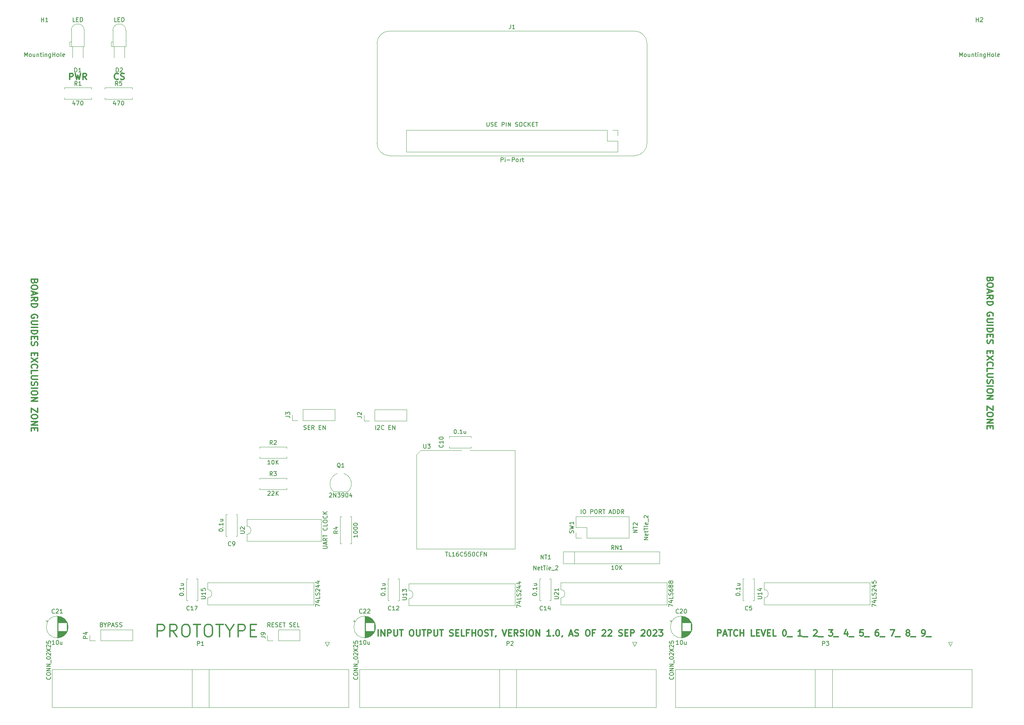
<source format=gbr>
%TF.GenerationSoftware,KiCad,Pcbnew,(6.0.11)*%
%TF.CreationDate,2023-10-14T11:52:56-04:00*%
%TF.ProjectId,input-output.SelfHost,696e7075-742d-46f7-9574-7075742e5365,rev?*%
%TF.SameCoordinates,Original*%
%TF.FileFunction,Legend,Top*%
%TF.FilePolarity,Positive*%
%FSLAX46Y46*%
G04 Gerber Fmt 4.6, Leading zero omitted, Abs format (unit mm)*
G04 Created by KiCad (PCBNEW (6.0.11)) date 2023-10-14 11:52:56*
%MOMM*%
%LPD*%
G01*
G04 APERTURE LIST*
%ADD10C,0.300000*%
%ADD11C,0.150000*%
%ADD12C,0.120000*%
G04 APERTURE END LIST*
D10*
X267607142Y-133285714D02*
X267535714Y-133500000D01*
X267464285Y-133571428D01*
X267321428Y-133642857D01*
X267107142Y-133642857D01*
X266964285Y-133571428D01*
X266892857Y-133500000D01*
X266821428Y-133357142D01*
X266821428Y-132785714D01*
X268321428Y-132785714D01*
X268321428Y-133285714D01*
X268250000Y-133428571D01*
X268178571Y-133500000D01*
X268035714Y-133571428D01*
X267892857Y-133571428D01*
X267750000Y-133500000D01*
X267678571Y-133428571D01*
X267607142Y-133285714D01*
X267607142Y-132785714D01*
X268321428Y-134571428D02*
X268321428Y-134857142D01*
X268250000Y-135000000D01*
X268107142Y-135142857D01*
X267821428Y-135214285D01*
X267321428Y-135214285D01*
X267035714Y-135142857D01*
X266892857Y-135000000D01*
X266821428Y-134857142D01*
X266821428Y-134571428D01*
X266892857Y-134428571D01*
X267035714Y-134285714D01*
X267321428Y-134214285D01*
X267821428Y-134214285D01*
X268107142Y-134285714D01*
X268250000Y-134428571D01*
X268321428Y-134571428D01*
X267250000Y-135785714D02*
X267250000Y-136500000D01*
X266821428Y-135642857D02*
X268321428Y-136142857D01*
X266821428Y-136642857D01*
X266821428Y-138000000D02*
X267535714Y-137500000D01*
X266821428Y-137142857D02*
X268321428Y-137142857D01*
X268321428Y-137714285D01*
X268250000Y-137857142D01*
X268178571Y-137928571D01*
X268035714Y-138000000D01*
X267821428Y-138000000D01*
X267678571Y-137928571D01*
X267607142Y-137857142D01*
X267535714Y-137714285D01*
X267535714Y-137142857D01*
X266821428Y-138642857D02*
X268321428Y-138642857D01*
X268321428Y-139000000D01*
X268250000Y-139214285D01*
X268107142Y-139357142D01*
X267964285Y-139428571D01*
X267678571Y-139500000D01*
X267464285Y-139500000D01*
X267178571Y-139428571D01*
X267035714Y-139357142D01*
X266892857Y-139214285D01*
X266821428Y-139000000D01*
X266821428Y-138642857D01*
X268250000Y-142071428D02*
X268321428Y-141928571D01*
X268321428Y-141714285D01*
X268250000Y-141500000D01*
X268107142Y-141357142D01*
X267964285Y-141285714D01*
X267678571Y-141214285D01*
X267464285Y-141214285D01*
X267178571Y-141285714D01*
X267035714Y-141357142D01*
X266892857Y-141500000D01*
X266821428Y-141714285D01*
X266821428Y-141857142D01*
X266892857Y-142071428D01*
X266964285Y-142142857D01*
X267464285Y-142142857D01*
X267464285Y-141857142D01*
X268321428Y-142785714D02*
X267107142Y-142785714D01*
X266964285Y-142857142D01*
X266892857Y-142928571D01*
X266821428Y-143071428D01*
X266821428Y-143357142D01*
X266892857Y-143500000D01*
X266964285Y-143571428D01*
X267107142Y-143642857D01*
X268321428Y-143642857D01*
X266821428Y-144357142D02*
X268321428Y-144357142D01*
X266821428Y-145071428D02*
X268321428Y-145071428D01*
X268321428Y-145428571D01*
X268250000Y-145642857D01*
X268107142Y-145785714D01*
X267964285Y-145857142D01*
X267678571Y-145928571D01*
X267464285Y-145928571D01*
X267178571Y-145857142D01*
X267035714Y-145785714D01*
X266892857Y-145642857D01*
X266821428Y-145428571D01*
X266821428Y-145071428D01*
X267607142Y-146571428D02*
X267607142Y-147071428D01*
X266821428Y-147285714D02*
X266821428Y-146571428D01*
X268321428Y-146571428D01*
X268321428Y-147285714D01*
X266892857Y-147857142D02*
X266821428Y-148071428D01*
X266821428Y-148428571D01*
X266892857Y-148571428D01*
X266964285Y-148642857D01*
X267107142Y-148714285D01*
X267250000Y-148714285D01*
X267392857Y-148642857D01*
X267464285Y-148571428D01*
X267535714Y-148428571D01*
X267607142Y-148142857D01*
X267678571Y-148000000D01*
X267750000Y-147928571D01*
X267892857Y-147857142D01*
X268035714Y-147857142D01*
X268178571Y-147928571D01*
X268250000Y-148000000D01*
X268321428Y-148142857D01*
X268321428Y-148500000D01*
X268250000Y-148714285D01*
X267607142Y-150500000D02*
X267607142Y-151000000D01*
X266821428Y-151214285D02*
X266821428Y-150500000D01*
X268321428Y-150500000D01*
X268321428Y-151214285D01*
X268321428Y-151714285D02*
X266821428Y-152714285D01*
X268321428Y-152714285D02*
X266821428Y-151714285D01*
X266964285Y-154142857D02*
X266892857Y-154071428D01*
X266821428Y-153857142D01*
X266821428Y-153714285D01*
X266892857Y-153500000D01*
X267035714Y-153357142D01*
X267178571Y-153285714D01*
X267464285Y-153214285D01*
X267678571Y-153214285D01*
X267964285Y-153285714D01*
X268107142Y-153357142D01*
X268250000Y-153500000D01*
X268321428Y-153714285D01*
X268321428Y-153857142D01*
X268250000Y-154071428D01*
X268178571Y-154142857D01*
X266821428Y-155500000D02*
X266821428Y-154785714D01*
X268321428Y-154785714D01*
X268321428Y-156000000D02*
X267107142Y-156000000D01*
X266964285Y-156071428D01*
X266892857Y-156142857D01*
X266821428Y-156285714D01*
X266821428Y-156571428D01*
X266892857Y-156714285D01*
X266964285Y-156785714D01*
X267107142Y-156857142D01*
X268321428Y-156857142D01*
X266892857Y-157500000D02*
X266821428Y-157714285D01*
X266821428Y-158071428D01*
X266892857Y-158214285D01*
X266964285Y-158285714D01*
X267107142Y-158357142D01*
X267250000Y-158357142D01*
X267392857Y-158285714D01*
X267464285Y-158214285D01*
X267535714Y-158071428D01*
X267607142Y-157785714D01*
X267678571Y-157642857D01*
X267750000Y-157571428D01*
X267892857Y-157500000D01*
X268035714Y-157500000D01*
X268178571Y-157571428D01*
X268250000Y-157642857D01*
X268321428Y-157785714D01*
X268321428Y-158142857D01*
X268250000Y-158357142D01*
X266821428Y-159000000D02*
X268321428Y-159000000D01*
X268321428Y-160000000D02*
X268321428Y-160285714D01*
X268250000Y-160428571D01*
X268107142Y-160571428D01*
X267821428Y-160642857D01*
X267321428Y-160642857D01*
X267035714Y-160571428D01*
X266892857Y-160428571D01*
X266821428Y-160285714D01*
X266821428Y-160000000D01*
X266892857Y-159857142D01*
X267035714Y-159714285D01*
X267321428Y-159642857D01*
X267821428Y-159642857D01*
X268107142Y-159714285D01*
X268250000Y-159857142D01*
X268321428Y-160000000D01*
X266821428Y-161285714D02*
X268321428Y-161285714D01*
X266821428Y-162142857D01*
X268321428Y-162142857D01*
X268321428Y-163857142D02*
X268321428Y-164857142D01*
X266821428Y-163857142D01*
X266821428Y-164857142D01*
X268321428Y-165714285D02*
X268321428Y-166000000D01*
X268250000Y-166142857D01*
X268107142Y-166285714D01*
X267821428Y-166357142D01*
X267321428Y-166357142D01*
X267035714Y-166285714D01*
X266892857Y-166142857D01*
X266821428Y-166000000D01*
X266821428Y-165714285D01*
X266892857Y-165571428D01*
X267035714Y-165428571D01*
X267321428Y-165357142D01*
X267821428Y-165357142D01*
X268107142Y-165428571D01*
X268250000Y-165571428D01*
X268321428Y-165714285D01*
X266821428Y-167000000D02*
X268321428Y-167000000D01*
X266821428Y-167857142D01*
X268321428Y-167857142D01*
X267607142Y-168571428D02*
X267607142Y-169071428D01*
X266821428Y-169285714D02*
X266821428Y-168571428D01*
X268321428Y-168571428D01*
X268321428Y-169285714D01*
X37607142Y-133785714D02*
X37535714Y-134000000D01*
X37464285Y-134071428D01*
X37321428Y-134142857D01*
X37107142Y-134142857D01*
X36964285Y-134071428D01*
X36892857Y-134000000D01*
X36821428Y-133857142D01*
X36821428Y-133285714D01*
X38321428Y-133285714D01*
X38321428Y-133785714D01*
X38250000Y-133928571D01*
X38178571Y-134000000D01*
X38035714Y-134071428D01*
X37892857Y-134071428D01*
X37750000Y-134000000D01*
X37678571Y-133928571D01*
X37607142Y-133785714D01*
X37607142Y-133285714D01*
X38321428Y-135071428D02*
X38321428Y-135357142D01*
X38250000Y-135500000D01*
X38107142Y-135642857D01*
X37821428Y-135714285D01*
X37321428Y-135714285D01*
X37035714Y-135642857D01*
X36892857Y-135500000D01*
X36821428Y-135357142D01*
X36821428Y-135071428D01*
X36892857Y-134928571D01*
X37035714Y-134785714D01*
X37321428Y-134714285D01*
X37821428Y-134714285D01*
X38107142Y-134785714D01*
X38250000Y-134928571D01*
X38321428Y-135071428D01*
X37250000Y-136285714D02*
X37250000Y-137000000D01*
X36821428Y-136142857D02*
X38321428Y-136642857D01*
X36821428Y-137142857D01*
X36821428Y-138500000D02*
X37535714Y-138000000D01*
X36821428Y-137642857D02*
X38321428Y-137642857D01*
X38321428Y-138214285D01*
X38250000Y-138357142D01*
X38178571Y-138428571D01*
X38035714Y-138500000D01*
X37821428Y-138500000D01*
X37678571Y-138428571D01*
X37607142Y-138357142D01*
X37535714Y-138214285D01*
X37535714Y-137642857D01*
X36821428Y-139142857D02*
X38321428Y-139142857D01*
X38321428Y-139500000D01*
X38250000Y-139714285D01*
X38107142Y-139857142D01*
X37964285Y-139928571D01*
X37678571Y-140000000D01*
X37464285Y-140000000D01*
X37178571Y-139928571D01*
X37035714Y-139857142D01*
X36892857Y-139714285D01*
X36821428Y-139500000D01*
X36821428Y-139142857D01*
X38250000Y-142571428D02*
X38321428Y-142428571D01*
X38321428Y-142214285D01*
X38250000Y-142000000D01*
X38107142Y-141857142D01*
X37964285Y-141785714D01*
X37678571Y-141714285D01*
X37464285Y-141714285D01*
X37178571Y-141785714D01*
X37035714Y-141857142D01*
X36892857Y-142000000D01*
X36821428Y-142214285D01*
X36821428Y-142357142D01*
X36892857Y-142571428D01*
X36964285Y-142642857D01*
X37464285Y-142642857D01*
X37464285Y-142357142D01*
X38321428Y-143285714D02*
X37107142Y-143285714D01*
X36964285Y-143357142D01*
X36892857Y-143428571D01*
X36821428Y-143571428D01*
X36821428Y-143857142D01*
X36892857Y-144000000D01*
X36964285Y-144071428D01*
X37107142Y-144142857D01*
X38321428Y-144142857D01*
X36821428Y-144857142D02*
X38321428Y-144857142D01*
X36821428Y-145571428D02*
X38321428Y-145571428D01*
X38321428Y-145928571D01*
X38250000Y-146142857D01*
X38107142Y-146285714D01*
X37964285Y-146357142D01*
X37678571Y-146428571D01*
X37464285Y-146428571D01*
X37178571Y-146357142D01*
X37035714Y-146285714D01*
X36892857Y-146142857D01*
X36821428Y-145928571D01*
X36821428Y-145571428D01*
X37607142Y-147071428D02*
X37607142Y-147571428D01*
X36821428Y-147785714D02*
X36821428Y-147071428D01*
X38321428Y-147071428D01*
X38321428Y-147785714D01*
X36892857Y-148357142D02*
X36821428Y-148571428D01*
X36821428Y-148928571D01*
X36892857Y-149071428D01*
X36964285Y-149142857D01*
X37107142Y-149214285D01*
X37250000Y-149214285D01*
X37392857Y-149142857D01*
X37464285Y-149071428D01*
X37535714Y-148928571D01*
X37607142Y-148642857D01*
X37678571Y-148500000D01*
X37750000Y-148428571D01*
X37892857Y-148357142D01*
X38035714Y-148357142D01*
X38178571Y-148428571D01*
X38250000Y-148500000D01*
X38321428Y-148642857D01*
X38321428Y-149000000D01*
X38250000Y-149214285D01*
X37607142Y-151000000D02*
X37607142Y-151500000D01*
X36821428Y-151714285D02*
X36821428Y-151000000D01*
X38321428Y-151000000D01*
X38321428Y-151714285D01*
X38321428Y-152214285D02*
X36821428Y-153214285D01*
X38321428Y-153214285D02*
X36821428Y-152214285D01*
X36964285Y-154642857D02*
X36892857Y-154571428D01*
X36821428Y-154357142D01*
X36821428Y-154214285D01*
X36892857Y-154000000D01*
X37035714Y-153857142D01*
X37178571Y-153785714D01*
X37464285Y-153714285D01*
X37678571Y-153714285D01*
X37964285Y-153785714D01*
X38107142Y-153857142D01*
X38250000Y-154000000D01*
X38321428Y-154214285D01*
X38321428Y-154357142D01*
X38250000Y-154571428D01*
X38178571Y-154642857D01*
X36821428Y-156000000D02*
X36821428Y-155285714D01*
X38321428Y-155285714D01*
X38321428Y-156500000D02*
X37107142Y-156500000D01*
X36964285Y-156571428D01*
X36892857Y-156642857D01*
X36821428Y-156785714D01*
X36821428Y-157071428D01*
X36892857Y-157214285D01*
X36964285Y-157285714D01*
X37107142Y-157357142D01*
X38321428Y-157357142D01*
X36892857Y-158000000D02*
X36821428Y-158214285D01*
X36821428Y-158571428D01*
X36892857Y-158714285D01*
X36964285Y-158785714D01*
X37107142Y-158857142D01*
X37250000Y-158857142D01*
X37392857Y-158785714D01*
X37464285Y-158714285D01*
X37535714Y-158571428D01*
X37607142Y-158285714D01*
X37678571Y-158142857D01*
X37750000Y-158071428D01*
X37892857Y-158000000D01*
X38035714Y-158000000D01*
X38178571Y-158071428D01*
X38250000Y-158142857D01*
X38321428Y-158285714D01*
X38321428Y-158642857D01*
X38250000Y-158857142D01*
X36821428Y-159500000D02*
X38321428Y-159500000D01*
X38321428Y-160500000D02*
X38321428Y-160785714D01*
X38250000Y-160928571D01*
X38107142Y-161071428D01*
X37821428Y-161142857D01*
X37321428Y-161142857D01*
X37035714Y-161071428D01*
X36892857Y-160928571D01*
X36821428Y-160785714D01*
X36821428Y-160500000D01*
X36892857Y-160357142D01*
X37035714Y-160214285D01*
X37321428Y-160142857D01*
X37821428Y-160142857D01*
X38107142Y-160214285D01*
X38250000Y-160357142D01*
X38321428Y-160500000D01*
X36821428Y-161785714D02*
X38321428Y-161785714D01*
X36821428Y-162642857D01*
X38321428Y-162642857D01*
X38321428Y-164357142D02*
X38321428Y-165357142D01*
X36821428Y-164357142D01*
X36821428Y-165357142D01*
X38321428Y-166214285D02*
X38321428Y-166500000D01*
X38250000Y-166642857D01*
X38107142Y-166785714D01*
X37821428Y-166857142D01*
X37321428Y-166857142D01*
X37035714Y-166785714D01*
X36892857Y-166642857D01*
X36821428Y-166500000D01*
X36821428Y-166214285D01*
X36892857Y-166071428D01*
X37035714Y-165928571D01*
X37321428Y-165857142D01*
X37821428Y-165857142D01*
X38107142Y-165928571D01*
X38250000Y-166071428D01*
X38321428Y-166214285D01*
X36821428Y-167500000D02*
X38321428Y-167500000D01*
X36821428Y-168357142D01*
X38321428Y-168357142D01*
X37607142Y-169071428D02*
X37607142Y-169571428D01*
X36821428Y-169785714D02*
X36821428Y-169071428D01*
X38321428Y-169071428D01*
X38321428Y-169785714D01*
X57750000Y-85035714D02*
X57678571Y-85107142D01*
X57464285Y-85178571D01*
X57321428Y-85178571D01*
X57107142Y-85107142D01*
X56964285Y-84964285D01*
X56892857Y-84821428D01*
X56821428Y-84535714D01*
X56821428Y-84321428D01*
X56892857Y-84035714D01*
X56964285Y-83892857D01*
X57107142Y-83750000D01*
X57321428Y-83678571D01*
X57464285Y-83678571D01*
X57678571Y-83750000D01*
X57750000Y-83821428D01*
X58321428Y-85107142D02*
X58535714Y-85178571D01*
X58892857Y-85178571D01*
X59035714Y-85107142D01*
X59107142Y-85035714D01*
X59178571Y-84892857D01*
X59178571Y-84750000D01*
X59107142Y-84607142D01*
X59035714Y-84535714D01*
X58892857Y-84464285D01*
X58607142Y-84392857D01*
X58464285Y-84321428D01*
X58392857Y-84250000D01*
X58321428Y-84107142D01*
X58321428Y-83964285D01*
X58392857Y-83821428D01*
X58464285Y-83750000D01*
X58607142Y-83678571D01*
X58964285Y-83678571D01*
X59178571Y-83750000D01*
X120285714Y-219178571D02*
X120285714Y-217678571D01*
X121000000Y-219178571D02*
X121000000Y-217678571D01*
X121857142Y-219178571D01*
X121857142Y-217678571D01*
X122571428Y-219178571D02*
X122571428Y-217678571D01*
X123142857Y-217678571D01*
X123285714Y-217750000D01*
X123357142Y-217821428D01*
X123428571Y-217964285D01*
X123428571Y-218178571D01*
X123357142Y-218321428D01*
X123285714Y-218392857D01*
X123142857Y-218464285D01*
X122571428Y-218464285D01*
X124071428Y-217678571D02*
X124071428Y-218892857D01*
X124142857Y-219035714D01*
X124214285Y-219107142D01*
X124357142Y-219178571D01*
X124642857Y-219178571D01*
X124785714Y-219107142D01*
X124857142Y-219035714D01*
X124928571Y-218892857D01*
X124928571Y-217678571D01*
X125428571Y-217678571D02*
X126285714Y-217678571D01*
X125857142Y-219178571D02*
X125857142Y-217678571D01*
X128214285Y-217678571D02*
X128500000Y-217678571D01*
X128642857Y-217750000D01*
X128785714Y-217892857D01*
X128857142Y-218178571D01*
X128857142Y-218678571D01*
X128785714Y-218964285D01*
X128642857Y-219107142D01*
X128500000Y-219178571D01*
X128214285Y-219178571D01*
X128071428Y-219107142D01*
X127928571Y-218964285D01*
X127857142Y-218678571D01*
X127857142Y-218178571D01*
X127928571Y-217892857D01*
X128071428Y-217750000D01*
X128214285Y-217678571D01*
X129500000Y-217678571D02*
X129500000Y-218892857D01*
X129571428Y-219035714D01*
X129642857Y-219107142D01*
X129785714Y-219178571D01*
X130071428Y-219178571D01*
X130214285Y-219107142D01*
X130285714Y-219035714D01*
X130357142Y-218892857D01*
X130357142Y-217678571D01*
X130857142Y-217678571D02*
X131714285Y-217678571D01*
X131285714Y-219178571D02*
X131285714Y-217678571D01*
X132214285Y-219178571D02*
X132214285Y-217678571D01*
X132785714Y-217678571D01*
X132928571Y-217750000D01*
X133000000Y-217821428D01*
X133071428Y-217964285D01*
X133071428Y-218178571D01*
X133000000Y-218321428D01*
X132928571Y-218392857D01*
X132785714Y-218464285D01*
X132214285Y-218464285D01*
X133714285Y-217678571D02*
X133714285Y-218892857D01*
X133785714Y-219035714D01*
X133857142Y-219107142D01*
X134000000Y-219178571D01*
X134285714Y-219178571D01*
X134428571Y-219107142D01*
X134500000Y-219035714D01*
X134571428Y-218892857D01*
X134571428Y-217678571D01*
X135071428Y-217678571D02*
X135928571Y-217678571D01*
X135500000Y-219178571D02*
X135500000Y-217678571D01*
X137500000Y-219107142D02*
X137714285Y-219178571D01*
X138071428Y-219178571D01*
X138214285Y-219107142D01*
X138285714Y-219035714D01*
X138357142Y-218892857D01*
X138357142Y-218750000D01*
X138285714Y-218607142D01*
X138214285Y-218535714D01*
X138071428Y-218464285D01*
X137785714Y-218392857D01*
X137642857Y-218321428D01*
X137571428Y-218250000D01*
X137500000Y-218107142D01*
X137500000Y-217964285D01*
X137571428Y-217821428D01*
X137642857Y-217750000D01*
X137785714Y-217678571D01*
X138142857Y-217678571D01*
X138357142Y-217750000D01*
X139000000Y-218392857D02*
X139500000Y-218392857D01*
X139714285Y-219178571D02*
X139000000Y-219178571D01*
X139000000Y-217678571D01*
X139714285Y-217678571D01*
X141071428Y-219178571D02*
X140357142Y-219178571D01*
X140357142Y-217678571D01*
X142071428Y-218392857D02*
X141571428Y-218392857D01*
X141571428Y-219178571D02*
X141571428Y-217678571D01*
X142285714Y-217678571D01*
X142857142Y-219178571D02*
X142857142Y-217678571D01*
X142857142Y-218392857D02*
X143714285Y-218392857D01*
X143714285Y-219178571D02*
X143714285Y-217678571D01*
X144714285Y-217678571D02*
X145000000Y-217678571D01*
X145142857Y-217750000D01*
X145285714Y-217892857D01*
X145357142Y-218178571D01*
X145357142Y-218678571D01*
X145285714Y-218964285D01*
X145142857Y-219107142D01*
X145000000Y-219178571D01*
X144714285Y-219178571D01*
X144571428Y-219107142D01*
X144428571Y-218964285D01*
X144357142Y-218678571D01*
X144357142Y-218178571D01*
X144428571Y-217892857D01*
X144571428Y-217750000D01*
X144714285Y-217678571D01*
X145928571Y-219107142D02*
X146142857Y-219178571D01*
X146500000Y-219178571D01*
X146642857Y-219107142D01*
X146714285Y-219035714D01*
X146785714Y-218892857D01*
X146785714Y-218750000D01*
X146714285Y-218607142D01*
X146642857Y-218535714D01*
X146500000Y-218464285D01*
X146214285Y-218392857D01*
X146071428Y-218321428D01*
X146000000Y-218250000D01*
X145928571Y-218107142D01*
X145928571Y-217964285D01*
X146000000Y-217821428D01*
X146071428Y-217750000D01*
X146214285Y-217678571D01*
X146571428Y-217678571D01*
X146785714Y-217750000D01*
X147214285Y-217678571D02*
X148071428Y-217678571D01*
X147642857Y-219178571D02*
X147642857Y-217678571D01*
X148642857Y-219107142D02*
X148642857Y-219178571D01*
X148571428Y-219321428D01*
X148500000Y-219392857D01*
X150214285Y-217678571D02*
X150714285Y-219178571D01*
X151214285Y-217678571D01*
X151714285Y-218392857D02*
X152214285Y-218392857D01*
X152428571Y-219178571D02*
X151714285Y-219178571D01*
X151714285Y-217678571D01*
X152428571Y-217678571D01*
X153928571Y-219178571D02*
X153428571Y-218464285D01*
X153071428Y-219178571D02*
X153071428Y-217678571D01*
X153642857Y-217678571D01*
X153785714Y-217750000D01*
X153857142Y-217821428D01*
X153928571Y-217964285D01*
X153928571Y-218178571D01*
X153857142Y-218321428D01*
X153785714Y-218392857D01*
X153642857Y-218464285D01*
X153071428Y-218464285D01*
X154500000Y-219107142D02*
X154714285Y-219178571D01*
X155071428Y-219178571D01*
X155214285Y-219107142D01*
X155285714Y-219035714D01*
X155357142Y-218892857D01*
X155357142Y-218750000D01*
X155285714Y-218607142D01*
X155214285Y-218535714D01*
X155071428Y-218464285D01*
X154785714Y-218392857D01*
X154642857Y-218321428D01*
X154571428Y-218250000D01*
X154500000Y-218107142D01*
X154500000Y-217964285D01*
X154571428Y-217821428D01*
X154642857Y-217750000D01*
X154785714Y-217678571D01*
X155142857Y-217678571D01*
X155357142Y-217750000D01*
X156000000Y-219178571D02*
X156000000Y-217678571D01*
X157000000Y-217678571D02*
X157285714Y-217678571D01*
X157428571Y-217750000D01*
X157571428Y-217892857D01*
X157642857Y-218178571D01*
X157642857Y-218678571D01*
X157571428Y-218964285D01*
X157428571Y-219107142D01*
X157285714Y-219178571D01*
X157000000Y-219178571D01*
X156857142Y-219107142D01*
X156714285Y-218964285D01*
X156642857Y-218678571D01*
X156642857Y-218178571D01*
X156714285Y-217892857D01*
X156857142Y-217750000D01*
X157000000Y-217678571D01*
X158285714Y-219178571D02*
X158285714Y-217678571D01*
X159142857Y-219178571D01*
X159142857Y-217678571D01*
X161785714Y-219178571D02*
X160928571Y-219178571D01*
X161357142Y-219178571D02*
X161357142Y-217678571D01*
X161214285Y-217892857D01*
X161071428Y-218035714D01*
X160928571Y-218107142D01*
X162428571Y-219035714D02*
X162500000Y-219107142D01*
X162428571Y-219178571D01*
X162357142Y-219107142D01*
X162428571Y-219035714D01*
X162428571Y-219178571D01*
X163428571Y-217678571D02*
X163571428Y-217678571D01*
X163714285Y-217750000D01*
X163785714Y-217821428D01*
X163857142Y-217964285D01*
X163928571Y-218250000D01*
X163928571Y-218607142D01*
X163857142Y-218892857D01*
X163785714Y-219035714D01*
X163714285Y-219107142D01*
X163571428Y-219178571D01*
X163428571Y-219178571D01*
X163285714Y-219107142D01*
X163214285Y-219035714D01*
X163142857Y-218892857D01*
X163071428Y-218607142D01*
X163071428Y-218250000D01*
X163142857Y-217964285D01*
X163214285Y-217821428D01*
X163285714Y-217750000D01*
X163428571Y-217678571D01*
X164642857Y-219107142D02*
X164642857Y-219178571D01*
X164571428Y-219321428D01*
X164500000Y-219392857D01*
X166357142Y-218750000D02*
X167071428Y-218750000D01*
X166214285Y-219178571D02*
X166714285Y-217678571D01*
X167214285Y-219178571D01*
X167642857Y-219107142D02*
X167857142Y-219178571D01*
X168214285Y-219178571D01*
X168357142Y-219107142D01*
X168428571Y-219035714D01*
X168500000Y-218892857D01*
X168500000Y-218750000D01*
X168428571Y-218607142D01*
X168357142Y-218535714D01*
X168214285Y-218464285D01*
X167928571Y-218392857D01*
X167785714Y-218321428D01*
X167714285Y-218250000D01*
X167642857Y-218107142D01*
X167642857Y-217964285D01*
X167714285Y-217821428D01*
X167785714Y-217750000D01*
X167928571Y-217678571D01*
X168285714Y-217678571D01*
X168500000Y-217750000D01*
X170571428Y-217678571D02*
X170857142Y-217678571D01*
X171000000Y-217750000D01*
X171142857Y-217892857D01*
X171214285Y-218178571D01*
X171214285Y-218678571D01*
X171142857Y-218964285D01*
X171000000Y-219107142D01*
X170857142Y-219178571D01*
X170571428Y-219178571D01*
X170428571Y-219107142D01*
X170285714Y-218964285D01*
X170214285Y-218678571D01*
X170214285Y-218178571D01*
X170285714Y-217892857D01*
X170428571Y-217750000D01*
X170571428Y-217678571D01*
X172357142Y-218392857D02*
X171857142Y-218392857D01*
X171857142Y-219178571D02*
X171857142Y-217678571D01*
X172571428Y-217678571D01*
X174214285Y-217821428D02*
X174285714Y-217750000D01*
X174428571Y-217678571D01*
X174785714Y-217678571D01*
X174928571Y-217750000D01*
X175000000Y-217821428D01*
X175071428Y-217964285D01*
X175071428Y-218107142D01*
X175000000Y-218321428D01*
X174142857Y-219178571D01*
X175071428Y-219178571D01*
X175642857Y-217821428D02*
X175714285Y-217750000D01*
X175857142Y-217678571D01*
X176214285Y-217678571D01*
X176357142Y-217750000D01*
X176428571Y-217821428D01*
X176500000Y-217964285D01*
X176500000Y-218107142D01*
X176428571Y-218321428D01*
X175571428Y-219178571D01*
X176500000Y-219178571D01*
X178214285Y-219107142D02*
X178428571Y-219178571D01*
X178785714Y-219178571D01*
X178928571Y-219107142D01*
X179000000Y-219035714D01*
X179071428Y-218892857D01*
X179071428Y-218750000D01*
X179000000Y-218607142D01*
X178928571Y-218535714D01*
X178785714Y-218464285D01*
X178500000Y-218392857D01*
X178357142Y-218321428D01*
X178285714Y-218250000D01*
X178214285Y-218107142D01*
X178214285Y-217964285D01*
X178285714Y-217821428D01*
X178357142Y-217750000D01*
X178500000Y-217678571D01*
X178857142Y-217678571D01*
X179071428Y-217750000D01*
X179714285Y-218392857D02*
X180214285Y-218392857D01*
X180428571Y-219178571D02*
X179714285Y-219178571D01*
X179714285Y-217678571D01*
X180428571Y-217678571D01*
X181071428Y-219178571D02*
X181071428Y-217678571D01*
X181642857Y-217678571D01*
X181785714Y-217750000D01*
X181857142Y-217821428D01*
X181928571Y-217964285D01*
X181928571Y-218178571D01*
X181857142Y-218321428D01*
X181785714Y-218392857D01*
X181642857Y-218464285D01*
X181071428Y-218464285D01*
X183642857Y-217821428D02*
X183714285Y-217750000D01*
X183857142Y-217678571D01*
X184214285Y-217678571D01*
X184357142Y-217750000D01*
X184428571Y-217821428D01*
X184500000Y-217964285D01*
X184500000Y-218107142D01*
X184428571Y-218321428D01*
X183571428Y-219178571D01*
X184500000Y-219178571D01*
X185428571Y-217678571D02*
X185571428Y-217678571D01*
X185714285Y-217750000D01*
X185785714Y-217821428D01*
X185857142Y-217964285D01*
X185928571Y-218250000D01*
X185928571Y-218607142D01*
X185857142Y-218892857D01*
X185785714Y-219035714D01*
X185714285Y-219107142D01*
X185571428Y-219178571D01*
X185428571Y-219178571D01*
X185285714Y-219107142D01*
X185214285Y-219035714D01*
X185142857Y-218892857D01*
X185071428Y-218607142D01*
X185071428Y-218250000D01*
X185142857Y-217964285D01*
X185214285Y-217821428D01*
X185285714Y-217750000D01*
X185428571Y-217678571D01*
X186500000Y-217821428D02*
X186571428Y-217750000D01*
X186714285Y-217678571D01*
X187071428Y-217678571D01*
X187214285Y-217750000D01*
X187285714Y-217821428D01*
X187357142Y-217964285D01*
X187357142Y-218107142D01*
X187285714Y-218321428D01*
X186428571Y-219178571D01*
X187357142Y-219178571D01*
X187857142Y-217678571D02*
X188785714Y-217678571D01*
X188285714Y-218250000D01*
X188500000Y-218250000D01*
X188642857Y-218321428D01*
X188714285Y-218392857D01*
X188785714Y-218535714D01*
X188785714Y-218892857D01*
X188714285Y-219035714D01*
X188642857Y-219107142D01*
X188500000Y-219178571D01*
X188071428Y-219178571D01*
X187928571Y-219107142D01*
X187857142Y-219035714D01*
D11*
X146428571Y-95452380D02*
X146428571Y-96261904D01*
X146476190Y-96357142D01*
X146523809Y-96404761D01*
X146619047Y-96452380D01*
X146809523Y-96452380D01*
X146904761Y-96404761D01*
X146952380Y-96357142D01*
X147000000Y-96261904D01*
X147000000Y-95452380D01*
X147428571Y-96404761D02*
X147571428Y-96452380D01*
X147809523Y-96452380D01*
X147904761Y-96404761D01*
X147952380Y-96357142D01*
X148000000Y-96261904D01*
X148000000Y-96166666D01*
X147952380Y-96071428D01*
X147904761Y-96023809D01*
X147809523Y-95976190D01*
X147619047Y-95928571D01*
X147523809Y-95880952D01*
X147476190Y-95833333D01*
X147428571Y-95738095D01*
X147428571Y-95642857D01*
X147476190Y-95547619D01*
X147523809Y-95500000D01*
X147619047Y-95452380D01*
X147857142Y-95452380D01*
X148000000Y-95500000D01*
X148428571Y-95928571D02*
X148761904Y-95928571D01*
X148904761Y-96452380D02*
X148428571Y-96452380D01*
X148428571Y-95452380D01*
X148904761Y-95452380D01*
X150095238Y-96452380D02*
X150095238Y-95452380D01*
X150476190Y-95452380D01*
X150571428Y-95500000D01*
X150619047Y-95547619D01*
X150666666Y-95642857D01*
X150666666Y-95785714D01*
X150619047Y-95880952D01*
X150571428Y-95928571D01*
X150476190Y-95976190D01*
X150095238Y-95976190D01*
X151095238Y-96452380D02*
X151095238Y-95452380D01*
X151571428Y-96452380D02*
X151571428Y-95452380D01*
X152142857Y-96452380D01*
X152142857Y-95452380D01*
X153333333Y-96404761D02*
X153476190Y-96452380D01*
X153714285Y-96452380D01*
X153809523Y-96404761D01*
X153857142Y-96357142D01*
X153904761Y-96261904D01*
X153904761Y-96166666D01*
X153857142Y-96071428D01*
X153809523Y-96023809D01*
X153714285Y-95976190D01*
X153523809Y-95928571D01*
X153428571Y-95880952D01*
X153380952Y-95833333D01*
X153333333Y-95738095D01*
X153333333Y-95642857D01*
X153380952Y-95547619D01*
X153428571Y-95500000D01*
X153523809Y-95452380D01*
X153761904Y-95452380D01*
X153904761Y-95500000D01*
X154523809Y-95452380D02*
X154714285Y-95452380D01*
X154809523Y-95500000D01*
X154904761Y-95595238D01*
X154952380Y-95785714D01*
X154952380Y-96119047D01*
X154904761Y-96309523D01*
X154809523Y-96404761D01*
X154714285Y-96452380D01*
X154523809Y-96452380D01*
X154428571Y-96404761D01*
X154333333Y-96309523D01*
X154285714Y-96119047D01*
X154285714Y-95785714D01*
X154333333Y-95595238D01*
X154428571Y-95500000D01*
X154523809Y-95452380D01*
X155952380Y-96357142D02*
X155904761Y-96404761D01*
X155761904Y-96452380D01*
X155666666Y-96452380D01*
X155523809Y-96404761D01*
X155428571Y-96309523D01*
X155380952Y-96214285D01*
X155333333Y-96023809D01*
X155333333Y-95880952D01*
X155380952Y-95690476D01*
X155428571Y-95595238D01*
X155523809Y-95500000D01*
X155666666Y-95452380D01*
X155761904Y-95452380D01*
X155904761Y-95500000D01*
X155952380Y-95547619D01*
X156380952Y-96452380D02*
X156380952Y-95452380D01*
X156952380Y-96452380D02*
X156523809Y-95880952D01*
X156952380Y-95452380D02*
X156380952Y-96023809D01*
X157380952Y-95928571D02*
X157714285Y-95928571D01*
X157857142Y-96452380D02*
X157380952Y-96452380D01*
X157380952Y-95452380D01*
X157857142Y-95452380D01*
X158142857Y-95452380D02*
X158714285Y-95452380D01*
X158428571Y-96452380D02*
X158428571Y-95452380D01*
D10*
X67142857Y-219357142D02*
X67142857Y-216357142D01*
X68285714Y-216357142D01*
X68571428Y-216500000D01*
X68714285Y-216642857D01*
X68857142Y-216928571D01*
X68857142Y-217357142D01*
X68714285Y-217642857D01*
X68571428Y-217785714D01*
X68285714Y-217928571D01*
X67142857Y-217928571D01*
X71857142Y-219357142D02*
X70857142Y-217928571D01*
X70142857Y-219357142D02*
X70142857Y-216357142D01*
X71285714Y-216357142D01*
X71571428Y-216500000D01*
X71714285Y-216642857D01*
X71857142Y-216928571D01*
X71857142Y-217357142D01*
X71714285Y-217642857D01*
X71571428Y-217785714D01*
X71285714Y-217928571D01*
X70142857Y-217928571D01*
X73714285Y-216357142D02*
X74285714Y-216357142D01*
X74571428Y-216500000D01*
X74857142Y-216785714D01*
X75000000Y-217357142D01*
X75000000Y-218357142D01*
X74857142Y-218928571D01*
X74571428Y-219214285D01*
X74285714Y-219357142D01*
X73714285Y-219357142D01*
X73428571Y-219214285D01*
X73142857Y-218928571D01*
X73000000Y-218357142D01*
X73000000Y-217357142D01*
X73142857Y-216785714D01*
X73428571Y-216500000D01*
X73714285Y-216357142D01*
X75857142Y-216357142D02*
X77571428Y-216357142D01*
X76714285Y-219357142D02*
X76714285Y-216357142D01*
X79142857Y-216357142D02*
X79714285Y-216357142D01*
X80000000Y-216500000D01*
X80285714Y-216785714D01*
X80428571Y-217357142D01*
X80428571Y-218357142D01*
X80285714Y-218928571D01*
X80000000Y-219214285D01*
X79714285Y-219357142D01*
X79142857Y-219357142D01*
X78857142Y-219214285D01*
X78571428Y-218928571D01*
X78428571Y-218357142D01*
X78428571Y-217357142D01*
X78571428Y-216785714D01*
X78857142Y-216500000D01*
X79142857Y-216357142D01*
X81285714Y-216357142D02*
X83000000Y-216357142D01*
X82142857Y-219357142D02*
X82142857Y-216357142D01*
X84571428Y-217928571D02*
X84571428Y-219357142D01*
X83571428Y-216357142D02*
X84571428Y-217928571D01*
X85571428Y-216357142D01*
X86571428Y-219357142D02*
X86571428Y-216357142D01*
X87714285Y-216357142D01*
X88000000Y-216500000D01*
X88142857Y-216642857D01*
X88285714Y-216928571D01*
X88285714Y-217357142D01*
X88142857Y-217642857D01*
X88000000Y-217785714D01*
X87714285Y-217928571D01*
X86571428Y-217928571D01*
X89571428Y-217785714D02*
X90571428Y-217785714D01*
X91000000Y-219357142D02*
X89571428Y-219357142D01*
X89571428Y-216357142D01*
X91000000Y-216357142D01*
X46000000Y-85178571D02*
X46000000Y-83678571D01*
X46571428Y-83678571D01*
X46714285Y-83750000D01*
X46785714Y-83821428D01*
X46857142Y-83964285D01*
X46857142Y-84178571D01*
X46785714Y-84321428D01*
X46714285Y-84392857D01*
X46571428Y-84464285D01*
X46000000Y-84464285D01*
X47357142Y-83678571D02*
X47714285Y-85178571D01*
X48000000Y-84107142D01*
X48285714Y-85178571D01*
X48642857Y-83678571D01*
X50071428Y-85178571D02*
X49571428Y-84464285D01*
X49214285Y-85178571D02*
X49214285Y-83678571D01*
X49785714Y-83678571D01*
X49928571Y-83750000D01*
X50000000Y-83821428D01*
X50071428Y-83964285D01*
X50071428Y-84178571D01*
X50000000Y-84321428D01*
X49928571Y-84392857D01*
X49785714Y-84464285D01*
X49214285Y-84464285D01*
X202000000Y-219178571D02*
X202000000Y-217678571D01*
X202571428Y-217678571D01*
X202714285Y-217750000D01*
X202785714Y-217821428D01*
X202857142Y-217964285D01*
X202857142Y-218178571D01*
X202785714Y-218321428D01*
X202714285Y-218392857D01*
X202571428Y-218464285D01*
X202000000Y-218464285D01*
X203428571Y-218750000D02*
X204142857Y-218750000D01*
X203285714Y-219178571D02*
X203785714Y-217678571D01*
X204285714Y-219178571D01*
X204571428Y-217678571D02*
X205428571Y-217678571D01*
X205000000Y-219178571D02*
X205000000Y-217678571D01*
X206785714Y-219035714D02*
X206714285Y-219107142D01*
X206500000Y-219178571D01*
X206357142Y-219178571D01*
X206142857Y-219107142D01*
X206000000Y-218964285D01*
X205928571Y-218821428D01*
X205857142Y-218535714D01*
X205857142Y-218321428D01*
X205928571Y-218035714D01*
X206000000Y-217892857D01*
X206142857Y-217750000D01*
X206357142Y-217678571D01*
X206500000Y-217678571D01*
X206714285Y-217750000D01*
X206785714Y-217821428D01*
X207428571Y-219178571D02*
X207428571Y-217678571D01*
X207428571Y-218392857D02*
X208285714Y-218392857D01*
X208285714Y-219178571D02*
X208285714Y-217678571D01*
X210857142Y-219178571D02*
X210142857Y-219178571D01*
X210142857Y-217678571D01*
X211357142Y-218392857D02*
X211857142Y-218392857D01*
X212071428Y-219178571D02*
X211357142Y-219178571D01*
X211357142Y-217678571D01*
X212071428Y-217678571D01*
X212500000Y-217678571D02*
X213000000Y-219178571D01*
X213500000Y-217678571D01*
X214000000Y-218392857D02*
X214500000Y-218392857D01*
X214714285Y-219178571D02*
X214000000Y-219178571D01*
X214000000Y-217678571D01*
X214714285Y-217678571D01*
X216071428Y-219178571D02*
X215357142Y-219178571D01*
X215357142Y-217678571D01*
X218000000Y-217678571D02*
X218142857Y-217678571D01*
X218285714Y-217750000D01*
X218357142Y-217821428D01*
X218428571Y-217964285D01*
X218500000Y-218250000D01*
X218500000Y-218607142D01*
X218428571Y-218892857D01*
X218357142Y-219035714D01*
X218285714Y-219107142D01*
X218142857Y-219178571D01*
X218000000Y-219178571D01*
X217857142Y-219107142D01*
X217785714Y-219035714D01*
X217714285Y-218892857D01*
X217642857Y-218607142D01*
X217642857Y-218250000D01*
X217714285Y-217964285D01*
X217785714Y-217821428D01*
X217857142Y-217750000D01*
X218000000Y-217678571D01*
X218785714Y-219321428D02*
X219928571Y-219321428D01*
X222214285Y-219178571D02*
X221357142Y-219178571D01*
X221785714Y-219178571D02*
X221785714Y-217678571D01*
X221642857Y-217892857D01*
X221500000Y-218035714D01*
X221357142Y-218107142D01*
X222500000Y-219321428D02*
X223642857Y-219321428D01*
X225071428Y-217821428D02*
X225142857Y-217750000D01*
X225285714Y-217678571D01*
X225642857Y-217678571D01*
X225785714Y-217750000D01*
X225857142Y-217821428D01*
X225928571Y-217964285D01*
X225928571Y-218107142D01*
X225857142Y-218321428D01*
X225000000Y-219178571D01*
X225928571Y-219178571D01*
X226214285Y-219321428D02*
X227357142Y-219321428D01*
X228714285Y-217678571D02*
X229642857Y-217678571D01*
X229142857Y-218250000D01*
X229357142Y-218250000D01*
X229500000Y-218321428D01*
X229571428Y-218392857D01*
X229642857Y-218535714D01*
X229642857Y-218892857D01*
X229571428Y-219035714D01*
X229500000Y-219107142D01*
X229357142Y-219178571D01*
X228928571Y-219178571D01*
X228785714Y-219107142D01*
X228714285Y-219035714D01*
X229928571Y-219321428D02*
X231071428Y-219321428D01*
X233214285Y-218178571D02*
X233214285Y-219178571D01*
X232857142Y-217607142D02*
X232500000Y-218678571D01*
X233428571Y-218678571D01*
X233642857Y-219321428D02*
X234785714Y-219321428D01*
X237000000Y-217678571D02*
X236285714Y-217678571D01*
X236214285Y-218392857D01*
X236285714Y-218321428D01*
X236428571Y-218250000D01*
X236785714Y-218250000D01*
X236928571Y-218321428D01*
X237000000Y-218392857D01*
X237071428Y-218535714D01*
X237071428Y-218892857D01*
X237000000Y-219035714D01*
X236928571Y-219107142D01*
X236785714Y-219178571D01*
X236428571Y-219178571D01*
X236285714Y-219107142D01*
X236214285Y-219035714D01*
X237357142Y-219321428D02*
X238499999Y-219321428D01*
X240642857Y-217678571D02*
X240357142Y-217678571D01*
X240214285Y-217750000D01*
X240142857Y-217821428D01*
X239999999Y-218035714D01*
X239928571Y-218321428D01*
X239928571Y-218892857D01*
X239999999Y-219035714D01*
X240071428Y-219107142D01*
X240214285Y-219178571D01*
X240499999Y-219178571D01*
X240642857Y-219107142D01*
X240714285Y-219035714D01*
X240785714Y-218892857D01*
X240785714Y-218535714D01*
X240714285Y-218392857D01*
X240642857Y-218321428D01*
X240499999Y-218250000D01*
X240214285Y-218250000D01*
X240071428Y-218321428D01*
X239999999Y-218392857D01*
X239928571Y-218535714D01*
X241071428Y-219321428D02*
X242214285Y-219321428D01*
X243571428Y-217678571D02*
X244571428Y-217678571D01*
X243928571Y-219178571D01*
X244785714Y-219321428D02*
X245928571Y-219321428D01*
X247642857Y-218321428D02*
X247499999Y-218250000D01*
X247428571Y-218178571D01*
X247357142Y-218035714D01*
X247357142Y-217964285D01*
X247428571Y-217821428D01*
X247499999Y-217750000D01*
X247642857Y-217678571D01*
X247928571Y-217678571D01*
X248071428Y-217750000D01*
X248142857Y-217821428D01*
X248214285Y-217964285D01*
X248214285Y-218035714D01*
X248142857Y-218178571D01*
X248071428Y-218250000D01*
X247928571Y-218321428D01*
X247642857Y-218321428D01*
X247499999Y-218392857D01*
X247428571Y-218464285D01*
X247357142Y-218607142D01*
X247357142Y-218892857D01*
X247428571Y-219035714D01*
X247499999Y-219107142D01*
X247642857Y-219178571D01*
X247928571Y-219178571D01*
X248071428Y-219107142D01*
X248142857Y-219035714D01*
X248214285Y-218892857D01*
X248214285Y-218607142D01*
X248142857Y-218464285D01*
X248071428Y-218392857D01*
X247928571Y-218321428D01*
X248499999Y-219321428D02*
X249642857Y-219321428D01*
X251214285Y-219178571D02*
X251499999Y-219178571D01*
X251642857Y-219107142D01*
X251714285Y-219035714D01*
X251857142Y-218821428D01*
X251928571Y-218535714D01*
X251928571Y-217964285D01*
X251857142Y-217821428D01*
X251785714Y-217750000D01*
X251642857Y-217678571D01*
X251357142Y-217678571D01*
X251214285Y-217750000D01*
X251142857Y-217821428D01*
X251071428Y-217964285D01*
X251071428Y-218321428D01*
X251142857Y-218464285D01*
X251214285Y-218535714D01*
X251357142Y-218607142D01*
X251642857Y-218607142D01*
X251785714Y-218535714D01*
X251857142Y-218464285D01*
X251928571Y-218321428D01*
X252214285Y-219321428D02*
X253357142Y-219321428D01*
D11*
%TO.C,H2*%
X264238095Y-71252380D02*
X264238095Y-70252380D01*
X264238095Y-70728571D02*
X264809523Y-70728571D01*
X264809523Y-71252380D02*
X264809523Y-70252380D01*
X265238095Y-70347619D02*
X265285714Y-70300000D01*
X265380952Y-70252380D01*
X265619047Y-70252380D01*
X265714285Y-70300000D01*
X265761904Y-70347619D01*
X265809523Y-70442857D01*
X265809523Y-70538095D01*
X265761904Y-70680952D01*
X265190476Y-71252380D01*
X265809523Y-71252380D01*
X260214285Y-79652380D02*
X260214285Y-78652380D01*
X260547619Y-79366666D01*
X260880952Y-78652380D01*
X260880952Y-79652380D01*
X261500000Y-79652380D02*
X261404761Y-79604761D01*
X261357142Y-79557142D01*
X261309523Y-79461904D01*
X261309523Y-79176190D01*
X261357142Y-79080952D01*
X261404761Y-79033333D01*
X261500000Y-78985714D01*
X261642857Y-78985714D01*
X261738095Y-79033333D01*
X261785714Y-79080952D01*
X261833333Y-79176190D01*
X261833333Y-79461904D01*
X261785714Y-79557142D01*
X261738095Y-79604761D01*
X261642857Y-79652380D01*
X261500000Y-79652380D01*
X262690476Y-78985714D02*
X262690476Y-79652380D01*
X262261904Y-78985714D02*
X262261904Y-79509523D01*
X262309523Y-79604761D01*
X262404761Y-79652380D01*
X262547619Y-79652380D01*
X262642857Y-79604761D01*
X262690476Y-79557142D01*
X263166666Y-78985714D02*
X263166666Y-79652380D01*
X263166666Y-79080952D02*
X263214285Y-79033333D01*
X263309523Y-78985714D01*
X263452380Y-78985714D01*
X263547619Y-79033333D01*
X263595238Y-79128571D01*
X263595238Y-79652380D01*
X263928571Y-78985714D02*
X264309523Y-78985714D01*
X264071428Y-78652380D02*
X264071428Y-79509523D01*
X264119047Y-79604761D01*
X264214285Y-79652380D01*
X264309523Y-79652380D01*
X264642857Y-79652380D02*
X264642857Y-78985714D01*
X264642857Y-78652380D02*
X264595238Y-78700000D01*
X264642857Y-78747619D01*
X264690476Y-78700000D01*
X264642857Y-78652380D01*
X264642857Y-78747619D01*
X265119047Y-78985714D02*
X265119047Y-79652380D01*
X265119047Y-79080952D02*
X265166666Y-79033333D01*
X265261904Y-78985714D01*
X265404761Y-78985714D01*
X265500000Y-79033333D01*
X265547619Y-79128571D01*
X265547619Y-79652380D01*
X266452380Y-78985714D02*
X266452380Y-79795238D01*
X266404761Y-79890476D01*
X266357142Y-79938095D01*
X266261904Y-79985714D01*
X266119047Y-79985714D01*
X266023809Y-79938095D01*
X266452380Y-79604761D02*
X266357142Y-79652380D01*
X266166666Y-79652380D01*
X266071428Y-79604761D01*
X266023809Y-79557142D01*
X265976190Y-79461904D01*
X265976190Y-79176190D01*
X266023809Y-79080952D01*
X266071428Y-79033333D01*
X266166666Y-78985714D01*
X266357142Y-78985714D01*
X266452380Y-79033333D01*
X266928571Y-79652380D02*
X266928571Y-78652380D01*
X266928571Y-79128571D02*
X267500000Y-79128571D01*
X267500000Y-79652380D02*
X267500000Y-78652380D01*
X268119047Y-79652380D02*
X268023809Y-79604761D01*
X267976190Y-79557142D01*
X267928571Y-79461904D01*
X267928571Y-79176190D01*
X267976190Y-79080952D01*
X268023809Y-79033333D01*
X268119047Y-78985714D01*
X268261904Y-78985714D01*
X268357142Y-79033333D01*
X268404761Y-79080952D01*
X268452380Y-79176190D01*
X268452380Y-79461904D01*
X268404761Y-79557142D01*
X268357142Y-79604761D01*
X268261904Y-79652380D01*
X268119047Y-79652380D01*
X269023809Y-79652380D02*
X268928571Y-79604761D01*
X268880952Y-79509523D01*
X268880952Y-78652380D01*
X269785714Y-79604761D02*
X269690476Y-79652380D01*
X269500000Y-79652380D01*
X269404761Y-79604761D01*
X269357142Y-79509523D01*
X269357142Y-79128571D01*
X269404761Y-79033333D01*
X269500000Y-78985714D01*
X269690476Y-78985714D01*
X269785714Y-79033333D01*
X269833333Y-79128571D01*
X269833333Y-79223809D01*
X269357142Y-79319047D01*
%TO.C,H1*%
X39238095Y-71252380D02*
X39238095Y-70252380D01*
X39238095Y-70728571D02*
X39809523Y-70728571D01*
X39809523Y-71252380D02*
X39809523Y-70252380D01*
X40809523Y-71252380D02*
X40238095Y-71252380D01*
X40523809Y-71252380D02*
X40523809Y-70252380D01*
X40428571Y-70395238D01*
X40333333Y-70490476D01*
X40238095Y-70538095D01*
X35214285Y-79652380D02*
X35214285Y-78652380D01*
X35547619Y-79366666D01*
X35880952Y-78652380D01*
X35880952Y-79652380D01*
X36500000Y-79652380D02*
X36404761Y-79604761D01*
X36357142Y-79557142D01*
X36309523Y-79461904D01*
X36309523Y-79176190D01*
X36357142Y-79080952D01*
X36404761Y-79033333D01*
X36500000Y-78985714D01*
X36642857Y-78985714D01*
X36738095Y-79033333D01*
X36785714Y-79080952D01*
X36833333Y-79176190D01*
X36833333Y-79461904D01*
X36785714Y-79557142D01*
X36738095Y-79604761D01*
X36642857Y-79652380D01*
X36500000Y-79652380D01*
X37690476Y-78985714D02*
X37690476Y-79652380D01*
X37261904Y-78985714D02*
X37261904Y-79509523D01*
X37309523Y-79604761D01*
X37404761Y-79652380D01*
X37547619Y-79652380D01*
X37642857Y-79604761D01*
X37690476Y-79557142D01*
X38166666Y-78985714D02*
X38166666Y-79652380D01*
X38166666Y-79080952D02*
X38214285Y-79033333D01*
X38309523Y-78985714D01*
X38452380Y-78985714D01*
X38547619Y-79033333D01*
X38595238Y-79128571D01*
X38595238Y-79652380D01*
X38928571Y-78985714D02*
X39309523Y-78985714D01*
X39071428Y-78652380D02*
X39071428Y-79509523D01*
X39119047Y-79604761D01*
X39214285Y-79652380D01*
X39309523Y-79652380D01*
X39642857Y-79652380D02*
X39642857Y-78985714D01*
X39642857Y-78652380D02*
X39595238Y-78700000D01*
X39642857Y-78747619D01*
X39690476Y-78700000D01*
X39642857Y-78652380D01*
X39642857Y-78747619D01*
X40119047Y-78985714D02*
X40119047Y-79652380D01*
X40119047Y-79080952D02*
X40166666Y-79033333D01*
X40261904Y-78985714D01*
X40404761Y-78985714D01*
X40500000Y-79033333D01*
X40547619Y-79128571D01*
X40547619Y-79652380D01*
X41452380Y-78985714D02*
X41452380Y-79795238D01*
X41404761Y-79890476D01*
X41357142Y-79938095D01*
X41261904Y-79985714D01*
X41119047Y-79985714D01*
X41023809Y-79938095D01*
X41452380Y-79604761D02*
X41357142Y-79652380D01*
X41166666Y-79652380D01*
X41071428Y-79604761D01*
X41023809Y-79557142D01*
X40976190Y-79461904D01*
X40976190Y-79176190D01*
X41023809Y-79080952D01*
X41071428Y-79033333D01*
X41166666Y-78985714D01*
X41357142Y-78985714D01*
X41452380Y-79033333D01*
X41928571Y-79652380D02*
X41928571Y-78652380D01*
X41928571Y-79128571D02*
X42500000Y-79128571D01*
X42500000Y-79652380D02*
X42500000Y-78652380D01*
X43119047Y-79652380D02*
X43023809Y-79604761D01*
X42976190Y-79557142D01*
X42928571Y-79461904D01*
X42928571Y-79176190D01*
X42976190Y-79080952D01*
X43023809Y-79033333D01*
X43119047Y-78985714D01*
X43261904Y-78985714D01*
X43357142Y-79033333D01*
X43404761Y-79080952D01*
X43452380Y-79176190D01*
X43452380Y-79461904D01*
X43404761Y-79557142D01*
X43357142Y-79604761D01*
X43261904Y-79652380D01*
X43119047Y-79652380D01*
X44023809Y-79652380D02*
X43928571Y-79604761D01*
X43880952Y-79509523D01*
X43880952Y-78652380D01*
X44785714Y-79604761D02*
X44690476Y-79652380D01*
X44500000Y-79652380D01*
X44404761Y-79604761D01*
X44357142Y-79509523D01*
X44357142Y-79128571D01*
X44404761Y-79033333D01*
X44500000Y-78985714D01*
X44690476Y-78985714D01*
X44785714Y-79033333D01*
X44833333Y-79128571D01*
X44833333Y-79223809D01*
X44357142Y-79319047D01*
%TO.C,P2*%
X115297142Y-229023809D02*
X115344761Y-229071428D01*
X115392380Y-229214285D01*
X115392380Y-229309523D01*
X115344761Y-229452380D01*
X115249523Y-229547619D01*
X115154285Y-229595238D01*
X114963809Y-229642857D01*
X114820952Y-229642857D01*
X114630476Y-229595238D01*
X114535238Y-229547619D01*
X114440000Y-229452380D01*
X114392380Y-229309523D01*
X114392380Y-229214285D01*
X114440000Y-229071428D01*
X114487619Y-229023809D01*
X114392380Y-228404761D02*
X114392380Y-228214285D01*
X114440000Y-228119047D01*
X114535238Y-228023809D01*
X114725714Y-227976190D01*
X115059047Y-227976190D01*
X115249523Y-228023809D01*
X115344761Y-228119047D01*
X115392380Y-228214285D01*
X115392380Y-228404761D01*
X115344761Y-228500000D01*
X115249523Y-228595238D01*
X115059047Y-228642857D01*
X114725714Y-228642857D01*
X114535238Y-228595238D01*
X114440000Y-228500000D01*
X114392380Y-228404761D01*
X115392380Y-227547619D02*
X114392380Y-227547619D01*
X115392380Y-226976190D01*
X114392380Y-226976190D01*
X115392380Y-226500000D02*
X114392380Y-226500000D01*
X115392380Y-225928571D01*
X114392380Y-225928571D01*
X115487619Y-225690476D02*
X115487619Y-224928571D01*
X114392380Y-224500000D02*
X114392380Y-224404761D01*
X114440000Y-224309523D01*
X114487619Y-224261904D01*
X114582857Y-224214285D01*
X114773333Y-224166666D01*
X115011428Y-224166666D01*
X115201904Y-224214285D01*
X115297142Y-224261904D01*
X115344761Y-224309523D01*
X115392380Y-224404761D01*
X115392380Y-224500000D01*
X115344761Y-224595238D01*
X115297142Y-224642857D01*
X115201904Y-224690476D01*
X115011428Y-224738095D01*
X114773333Y-224738095D01*
X114582857Y-224690476D01*
X114487619Y-224642857D01*
X114440000Y-224595238D01*
X114392380Y-224500000D01*
X114487619Y-223785714D02*
X114440000Y-223738095D01*
X114392380Y-223642857D01*
X114392380Y-223404761D01*
X114440000Y-223309523D01*
X114487619Y-223261904D01*
X114582857Y-223214285D01*
X114678095Y-223214285D01*
X114820952Y-223261904D01*
X115392380Y-223833333D01*
X115392380Y-223214285D01*
X114392380Y-222880952D02*
X115392380Y-222214285D01*
X114392380Y-222214285D02*
X115392380Y-222880952D01*
X114487619Y-221880952D02*
X114440000Y-221833333D01*
X114392380Y-221738095D01*
X114392380Y-221500000D01*
X114440000Y-221404761D01*
X114487619Y-221357142D01*
X114582857Y-221309523D01*
X114678095Y-221309523D01*
X114820952Y-221357142D01*
X115392380Y-221928571D01*
X115392380Y-221309523D01*
X114392380Y-220404761D02*
X114392380Y-220880952D01*
X114868571Y-220928571D01*
X114820952Y-220880952D01*
X114773333Y-220785714D01*
X114773333Y-220547619D01*
X114820952Y-220452380D01*
X114868571Y-220404761D01*
X114963809Y-220357142D01*
X115201904Y-220357142D01*
X115297142Y-220404761D01*
X115344761Y-220452380D01*
X115392380Y-220547619D01*
X115392380Y-220785714D01*
X115344761Y-220880952D01*
X115297142Y-220928571D01*
X151261904Y-221452380D02*
X151261904Y-220452380D01*
X151642857Y-220452380D01*
X151738095Y-220500000D01*
X151785714Y-220547619D01*
X151833333Y-220642857D01*
X151833333Y-220785714D01*
X151785714Y-220880952D01*
X151738095Y-220928571D01*
X151642857Y-220976190D01*
X151261904Y-220976190D01*
X152214285Y-220547619D02*
X152261904Y-220500000D01*
X152357142Y-220452380D01*
X152595238Y-220452380D01*
X152690476Y-220500000D01*
X152738095Y-220547619D01*
X152785714Y-220642857D01*
X152785714Y-220738095D01*
X152738095Y-220880952D01*
X152166666Y-221452380D01*
X152785714Y-221452380D01*
%TO.C,P3*%
X191297142Y-229023809D02*
X191344761Y-229071428D01*
X191392380Y-229214285D01*
X191392380Y-229309523D01*
X191344761Y-229452380D01*
X191249523Y-229547619D01*
X191154285Y-229595238D01*
X190963809Y-229642857D01*
X190820952Y-229642857D01*
X190630476Y-229595238D01*
X190535238Y-229547619D01*
X190440000Y-229452380D01*
X190392380Y-229309523D01*
X190392380Y-229214285D01*
X190440000Y-229071428D01*
X190487619Y-229023809D01*
X190392380Y-228404761D02*
X190392380Y-228214285D01*
X190440000Y-228119047D01*
X190535238Y-228023809D01*
X190725714Y-227976190D01*
X191059047Y-227976190D01*
X191249523Y-228023809D01*
X191344761Y-228119047D01*
X191392380Y-228214285D01*
X191392380Y-228404761D01*
X191344761Y-228500000D01*
X191249523Y-228595238D01*
X191059047Y-228642857D01*
X190725714Y-228642857D01*
X190535238Y-228595238D01*
X190440000Y-228500000D01*
X190392380Y-228404761D01*
X191392380Y-227547619D02*
X190392380Y-227547619D01*
X191392380Y-226976190D01*
X190392380Y-226976190D01*
X191392380Y-226500000D02*
X190392380Y-226500000D01*
X191392380Y-225928571D01*
X190392380Y-225928571D01*
X191487619Y-225690476D02*
X191487619Y-224928571D01*
X190392380Y-224500000D02*
X190392380Y-224404761D01*
X190440000Y-224309523D01*
X190487619Y-224261904D01*
X190582857Y-224214285D01*
X190773333Y-224166666D01*
X191011428Y-224166666D01*
X191201904Y-224214285D01*
X191297142Y-224261904D01*
X191344761Y-224309523D01*
X191392380Y-224404761D01*
X191392380Y-224500000D01*
X191344761Y-224595238D01*
X191297142Y-224642857D01*
X191201904Y-224690476D01*
X191011428Y-224738095D01*
X190773333Y-224738095D01*
X190582857Y-224690476D01*
X190487619Y-224642857D01*
X190440000Y-224595238D01*
X190392380Y-224500000D01*
X190487619Y-223785714D02*
X190440000Y-223738095D01*
X190392380Y-223642857D01*
X190392380Y-223404761D01*
X190440000Y-223309523D01*
X190487619Y-223261904D01*
X190582857Y-223214285D01*
X190678095Y-223214285D01*
X190820952Y-223261904D01*
X191392380Y-223833333D01*
X191392380Y-223214285D01*
X190392380Y-222880952D02*
X191392380Y-222214285D01*
X190392380Y-222214285D02*
X191392380Y-222880952D01*
X190487619Y-221880952D02*
X190440000Y-221833333D01*
X190392380Y-221738095D01*
X190392380Y-221500000D01*
X190440000Y-221404761D01*
X190487619Y-221357142D01*
X190582857Y-221309523D01*
X190678095Y-221309523D01*
X190820952Y-221357142D01*
X191392380Y-221928571D01*
X191392380Y-221309523D01*
X190392380Y-220404761D02*
X190392380Y-220880952D01*
X190868571Y-220928571D01*
X190820952Y-220880952D01*
X190773333Y-220785714D01*
X190773333Y-220547619D01*
X190820952Y-220452380D01*
X190868571Y-220404761D01*
X190963809Y-220357142D01*
X191201904Y-220357142D01*
X191297142Y-220404761D01*
X191344761Y-220452380D01*
X191392380Y-220547619D01*
X191392380Y-220785714D01*
X191344761Y-220880952D01*
X191297142Y-220928571D01*
X227261904Y-221452380D02*
X227261904Y-220452380D01*
X227642857Y-220452380D01*
X227738095Y-220500000D01*
X227785714Y-220547619D01*
X227833333Y-220642857D01*
X227833333Y-220785714D01*
X227785714Y-220880952D01*
X227738095Y-220928571D01*
X227642857Y-220976190D01*
X227261904Y-220976190D01*
X228166666Y-220452380D02*
X228785714Y-220452380D01*
X228452380Y-220833333D01*
X228595238Y-220833333D01*
X228690476Y-220880952D01*
X228738095Y-220928571D01*
X228785714Y-221023809D01*
X228785714Y-221261904D01*
X228738095Y-221357142D01*
X228690476Y-221404761D01*
X228595238Y-221452380D01*
X228309523Y-221452380D01*
X228214285Y-221404761D01*
X228166666Y-221357142D01*
%TO.C,P1*%
X41357142Y-229023809D02*
X41404761Y-229071428D01*
X41452380Y-229214285D01*
X41452380Y-229309523D01*
X41404761Y-229452380D01*
X41309523Y-229547619D01*
X41214285Y-229595238D01*
X41023809Y-229642857D01*
X40880952Y-229642857D01*
X40690476Y-229595238D01*
X40595238Y-229547619D01*
X40500000Y-229452380D01*
X40452380Y-229309523D01*
X40452380Y-229214285D01*
X40500000Y-229071428D01*
X40547619Y-229023809D01*
X40452380Y-228404761D02*
X40452380Y-228214285D01*
X40500000Y-228119047D01*
X40595238Y-228023809D01*
X40785714Y-227976190D01*
X41119047Y-227976190D01*
X41309523Y-228023809D01*
X41404761Y-228119047D01*
X41452380Y-228214285D01*
X41452380Y-228404761D01*
X41404761Y-228500000D01*
X41309523Y-228595238D01*
X41119047Y-228642857D01*
X40785714Y-228642857D01*
X40595238Y-228595238D01*
X40500000Y-228500000D01*
X40452380Y-228404761D01*
X41452380Y-227547619D02*
X40452380Y-227547619D01*
X41452380Y-226976190D01*
X40452380Y-226976190D01*
X41452380Y-226500000D02*
X40452380Y-226500000D01*
X41452380Y-225928571D01*
X40452380Y-225928571D01*
X41547619Y-225690476D02*
X41547619Y-224928571D01*
X40452380Y-224500000D02*
X40452380Y-224404761D01*
X40500000Y-224309523D01*
X40547619Y-224261904D01*
X40642857Y-224214285D01*
X40833333Y-224166666D01*
X41071428Y-224166666D01*
X41261904Y-224214285D01*
X41357142Y-224261904D01*
X41404761Y-224309523D01*
X41452380Y-224404761D01*
X41452380Y-224500000D01*
X41404761Y-224595238D01*
X41357142Y-224642857D01*
X41261904Y-224690476D01*
X41071428Y-224738095D01*
X40833333Y-224738095D01*
X40642857Y-224690476D01*
X40547619Y-224642857D01*
X40500000Y-224595238D01*
X40452380Y-224500000D01*
X40547619Y-223785714D02*
X40500000Y-223738095D01*
X40452380Y-223642857D01*
X40452380Y-223404761D01*
X40500000Y-223309523D01*
X40547619Y-223261904D01*
X40642857Y-223214285D01*
X40738095Y-223214285D01*
X40880952Y-223261904D01*
X41452380Y-223833333D01*
X41452380Y-223214285D01*
X40452380Y-222880952D02*
X41452380Y-222214285D01*
X40452380Y-222214285D02*
X41452380Y-222880952D01*
X40547619Y-221880952D02*
X40500000Y-221833333D01*
X40452380Y-221738095D01*
X40452380Y-221500000D01*
X40500000Y-221404761D01*
X40547619Y-221357142D01*
X40642857Y-221309523D01*
X40738095Y-221309523D01*
X40880952Y-221357142D01*
X41452380Y-221928571D01*
X41452380Y-221309523D01*
X40452380Y-220404761D02*
X40452380Y-220880952D01*
X40928571Y-220928571D01*
X40880952Y-220880952D01*
X40833333Y-220785714D01*
X40833333Y-220547619D01*
X40880952Y-220452380D01*
X40928571Y-220404761D01*
X41023809Y-220357142D01*
X41261904Y-220357142D01*
X41357142Y-220404761D01*
X41404761Y-220452380D01*
X41452380Y-220547619D01*
X41452380Y-220785714D01*
X41404761Y-220880952D01*
X41357142Y-220928571D01*
X76781904Y-221452380D02*
X76781904Y-220452380D01*
X77162857Y-220452380D01*
X77258095Y-220500000D01*
X77305714Y-220547619D01*
X77353333Y-220642857D01*
X77353333Y-220785714D01*
X77305714Y-220880952D01*
X77258095Y-220928571D01*
X77162857Y-220976190D01*
X76781904Y-220976190D01*
X78305714Y-221452380D02*
X77734285Y-221452380D01*
X78020000Y-221452380D02*
X78020000Y-220452380D01*
X77924761Y-220595238D01*
X77829523Y-220690476D01*
X77734285Y-220738095D01*
%TO.C,J1*%
X152166666Y-71952380D02*
X152166666Y-72666666D01*
X152119047Y-72809523D01*
X152023809Y-72904761D01*
X151880952Y-72952380D01*
X151785714Y-72952380D01*
X153166666Y-72952380D02*
X152595238Y-72952380D01*
X152880952Y-72952380D02*
X152880952Y-71952380D01*
X152785714Y-72095238D01*
X152690476Y-72190476D01*
X152595238Y-72238095D01*
X149833333Y-104952380D02*
X149833333Y-103952380D01*
X150214285Y-103952380D01*
X150309523Y-104000000D01*
X150357142Y-104047619D01*
X150404761Y-104142857D01*
X150404761Y-104285714D01*
X150357142Y-104380952D01*
X150309523Y-104428571D01*
X150214285Y-104476190D01*
X149833333Y-104476190D01*
X150833333Y-104952380D02*
X150833333Y-104285714D01*
X150833333Y-103952380D02*
X150785714Y-104000000D01*
X150833333Y-104047619D01*
X150880952Y-104000000D01*
X150833333Y-103952380D01*
X150833333Y-104047619D01*
X151309523Y-104571428D02*
X152071428Y-104571428D01*
X152547619Y-104952380D02*
X152547619Y-103952380D01*
X152928571Y-103952380D01*
X153023809Y-104000000D01*
X153071428Y-104047619D01*
X153119047Y-104142857D01*
X153119047Y-104285714D01*
X153071428Y-104380952D01*
X153023809Y-104428571D01*
X152928571Y-104476190D01*
X152547619Y-104476190D01*
X153690476Y-104952380D02*
X153595238Y-104904761D01*
X153547619Y-104857142D01*
X153500000Y-104761904D01*
X153500000Y-104476190D01*
X153547619Y-104380952D01*
X153595238Y-104333333D01*
X153690476Y-104285714D01*
X153833333Y-104285714D01*
X153928571Y-104333333D01*
X153976190Y-104380952D01*
X154023809Y-104476190D01*
X154023809Y-104761904D01*
X153976190Y-104857142D01*
X153928571Y-104904761D01*
X153833333Y-104952380D01*
X153690476Y-104952380D01*
X154452380Y-104952380D02*
X154452380Y-104285714D01*
X154452380Y-104476190D02*
X154500000Y-104380952D01*
X154547619Y-104333333D01*
X154642857Y-104285714D01*
X154738095Y-104285714D01*
X154928571Y-104285714D02*
X155309523Y-104285714D01*
X155071428Y-103952380D02*
X155071428Y-104809523D01*
X155119047Y-104904761D01*
X155214285Y-104952380D01*
X155309523Y-104952380D01*
%TO.C,R2*%
X94833333Y-173082380D02*
X94500000Y-172606190D01*
X94261904Y-173082380D02*
X94261904Y-172082380D01*
X94642857Y-172082380D01*
X94738095Y-172130000D01*
X94785714Y-172177619D01*
X94833333Y-172272857D01*
X94833333Y-172415714D01*
X94785714Y-172510952D01*
X94738095Y-172558571D01*
X94642857Y-172606190D01*
X94261904Y-172606190D01*
X95214285Y-172177619D02*
X95261904Y-172130000D01*
X95357142Y-172082380D01*
X95595238Y-172082380D01*
X95690476Y-172130000D01*
X95738095Y-172177619D01*
X95785714Y-172272857D01*
X95785714Y-172368095D01*
X95738095Y-172510952D01*
X95166666Y-173082380D01*
X95785714Y-173082380D01*
X94309523Y-177822380D02*
X93738095Y-177822380D01*
X94023809Y-177822380D02*
X94023809Y-176822380D01*
X93928571Y-176965238D01*
X93833333Y-177060476D01*
X93738095Y-177108095D01*
X94928571Y-176822380D02*
X95023809Y-176822380D01*
X95119047Y-176870000D01*
X95166666Y-176917619D01*
X95214285Y-177012857D01*
X95261904Y-177203333D01*
X95261904Y-177441428D01*
X95214285Y-177631904D01*
X95166666Y-177727142D01*
X95119047Y-177774761D01*
X95023809Y-177822380D01*
X94928571Y-177822380D01*
X94833333Y-177774761D01*
X94785714Y-177727142D01*
X94738095Y-177631904D01*
X94690476Y-177441428D01*
X94690476Y-177203333D01*
X94738095Y-177012857D01*
X94785714Y-176917619D01*
X94833333Y-176870000D01*
X94928571Y-176822380D01*
X95690476Y-177822380D02*
X95690476Y-176822380D01*
X96261904Y-177822380D02*
X95833333Y-177250952D01*
X96261904Y-176822380D02*
X95690476Y-177393809D01*
%TO.C,C22*%
X116402042Y-213607142D02*
X116354423Y-213654761D01*
X116211566Y-213702380D01*
X116116328Y-213702380D01*
X115973471Y-213654761D01*
X115878233Y-213559523D01*
X115830614Y-213464285D01*
X115782995Y-213273809D01*
X115782995Y-213130952D01*
X115830614Y-212940476D01*
X115878233Y-212845238D01*
X115973471Y-212750000D01*
X116116328Y-212702380D01*
X116211566Y-212702380D01*
X116354423Y-212750000D01*
X116402042Y-212797619D01*
X116782995Y-212797619D02*
X116830614Y-212750000D01*
X116925852Y-212702380D01*
X117163947Y-212702380D01*
X117259185Y-212750000D01*
X117306804Y-212797619D01*
X117354423Y-212892857D01*
X117354423Y-212988095D01*
X117306804Y-213130952D01*
X116735376Y-213702380D01*
X117354423Y-213702380D01*
X117735376Y-212797619D02*
X117782995Y-212750000D01*
X117878233Y-212702380D01*
X118116328Y-212702380D01*
X118211566Y-212750000D01*
X118259185Y-212797619D01*
X118306804Y-212892857D01*
X118306804Y-212988095D01*
X118259185Y-213130952D01*
X117687757Y-213702380D01*
X118306804Y-213702380D01*
X116402042Y-221202380D02*
X115830614Y-221202380D01*
X116116328Y-221202380D02*
X116116328Y-220202380D01*
X116021090Y-220345238D01*
X115925852Y-220440476D01*
X115830614Y-220488095D01*
X117021090Y-220202380D02*
X117116328Y-220202380D01*
X117211566Y-220250000D01*
X117259185Y-220297619D01*
X117306804Y-220392857D01*
X117354423Y-220583333D01*
X117354423Y-220821428D01*
X117306804Y-221011904D01*
X117259185Y-221107142D01*
X117211566Y-221154761D01*
X117116328Y-221202380D01*
X117021090Y-221202380D01*
X116925852Y-221154761D01*
X116878233Y-221107142D01*
X116830614Y-221011904D01*
X116782995Y-220821428D01*
X116782995Y-220583333D01*
X116830614Y-220392857D01*
X116878233Y-220297619D01*
X116925852Y-220250000D01*
X117021090Y-220202380D01*
X118211566Y-220535714D02*
X118211566Y-221202380D01*
X117782995Y-220535714D02*
X117782995Y-221059523D01*
X117830614Y-221154761D01*
X117925852Y-221202380D01*
X118068709Y-221202380D01*
X118163947Y-221154761D01*
X118211566Y-221107142D01*
%TO.C,C10*%
X135857142Y-173142857D02*
X135904761Y-173190476D01*
X135952380Y-173333333D01*
X135952380Y-173428571D01*
X135904761Y-173571428D01*
X135809523Y-173666666D01*
X135714285Y-173714285D01*
X135523809Y-173761904D01*
X135380952Y-173761904D01*
X135190476Y-173714285D01*
X135095238Y-173666666D01*
X135000000Y-173571428D01*
X134952380Y-173428571D01*
X134952380Y-173333333D01*
X135000000Y-173190476D01*
X135047619Y-173142857D01*
X135952380Y-172190476D02*
X135952380Y-172761904D01*
X135952380Y-172476190D02*
X134952380Y-172476190D01*
X135095238Y-172571428D01*
X135190476Y-172666666D01*
X135238095Y-172761904D01*
X134952380Y-171571428D02*
X134952380Y-171476190D01*
X135000000Y-171380952D01*
X135047619Y-171333333D01*
X135142857Y-171285714D01*
X135333333Y-171238095D01*
X135571428Y-171238095D01*
X135761904Y-171285714D01*
X135857142Y-171333333D01*
X135904761Y-171380952D01*
X135952380Y-171476190D01*
X135952380Y-171571428D01*
X135904761Y-171666666D01*
X135857142Y-171714285D01*
X135761904Y-171761904D01*
X135571428Y-171809523D01*
X135333333Y-171809523D01*
X135142857Y-171761904D01*
X135047619Y-171714285D01*
X135000000Y-171666666D01*
X134952380Y-171571428D01*
X138785714Y-169452380D02*
X138880952Y-169452380D01*
X138976190Y-169500000D01*
X139023809Y-169547619D01*
X139071428Y-169642857D01*
X139119047Y-169833333D01*
X139119047Y-170071428D01*
X139071428Y-170261904D01*
X139023809Y-170357142D01*
X138976190Y-170404761D01*
X138880952Y-170452380D01*
X138785714Y-170452380D01*
X138690476Y-170404761D01*
X138642857Y-170357142D01*
X138595238Y-170261904D01*
X138547619Y-170071428D01*
X138547619Y-169833333D01*
X138595238Y-169642857D01*
X138642857Y-169547619D01*
X138690476Y-169500000D01*
X138785714Y-169452380D01*
X139547619Y-170357142D02*
X139595238Y-170404761D01*
X139547619Y-170452380D01*
X139500000Y-170404761D01*
X139547619Y-170357142D01*
X139547619Y-170452380D01*
X140547619Y-170452380D02*
X139976190Y-170452380D01*
X140261904Y-170452380D02*
X140261904Y-169452380D01*
X140166666Y-169595238D01*
X140071428Y-169690476D01*
X139976190Y-169738095D01*
X141404761Y-169785714D02*
X141404761Y-170452380D01*
X140976190Y-169785714D02*
X140976190Y-170309523D01*
X141023809Y-170404761D01*
X141119047Y-170452380D01*
X141261904Y-170452380D01*
X141357142Y-170404761D01*
X141404761Y-170357142D01*
%TO.C,J2*%
X115322380Y-166333333D02*
X116036666Y-166333333D01*
X116179523Y-166380952D01*
X116274761Y-166476190D01*
X116322380Y-166619047D01*
X116322380Y-166714285D01*
X115417619Y-165904761D02*
X115370000Y-165857142D01*
X115322380Y-165761904D01*
X115322380Y-165523809D01*
X115370000Y-165428571D01*
X115417619Y-165380952D01*
X115512857Y-165333333D01*
X115608095Y-165333333D01*
X115750952Y-165380952D01*
X116322380Y-165952380D01*
X116322380Y-165333333D01*
X119666666Y-169452380D02*
X119666666Y-168452380D01*
X120095238Y-168547619D02*
X120142857Y-168500000D01*
X120238095Y-168452380D01*
X120476190Y-168452380D01*
X120571428Y-168500000D01*
X120619047Y-168547619D01*
X120666666Y-168642857D01*
X120666666Y-168738095D01*
X120619047Y-168880952D01*
X120047619Y-169452380D01*
X120666666Y-169452380D01*
X121666666Y-169357142D02*
X121619047Y-169404761D01*
X121476190Y-169452380D01*
X121380952Y-169452380D01*
X121238095Y-169404761D01*
X121142857Y-169309523D01*
X121095238Y-169214285D01*
X121047619Y-169023809D01*
X121047619Y-168880952D01*
X121095238Y-168690476D01*
X121142857Y-168595238D01*
X121238095Y-168500000D01*
X121380952Y-168452380D01*
X121476190Y-168452380D01*
X121619047Y-168500000D01*
X121666666Y-168547619D01*
X122857142Y-168928571D02*
X123190476Y-168928571D01*
X123333333Y-169452380D02*
X122857142Y-169452380D01*
X122857142Y-168452380D01*
X123333333Y-168452380D01*
X123761904Y-169452380D02*
X123761904Y-168452380D01*
X124333333Y-169452380D01*
X124333333Y-168452380D01*
%TO.C,D1*%
X47241904Y-83362380D02*
X47241904Y-82362380D01*
X47480000Y-82362380D01*
X47622857Y-82410000D01*
X47718095Y-82505238D01*
X47765714Y-82600476D01*
X47813333Y-82790952D01*
X47813333Y-82933809D01*
X47765714Y-83124285D01*
X47718095Y-83219523D01*
X47622857Y-83314761D01*
X47480000Y-83362380D01*
X47241904Y-83362380D01*
X48765714Y-83362380D02*
X48194285Y-83362380D01*
X48480000Y-83362380D02*
X48480000Y-82362380D01*
X48384761Y-82505238D01*
X48289523Y-82600476D01*
X48194285Y-82648095D01*
X47337142Y-71232380D02*
X46860952Y-71232380D01*
X46860952Y-70232380D01*
X47670476Y-70708571D02*
X48003809Y-70708571D01*
X48146666Y-71232380D02*
X47670476Y-71232380D01*
X47670476Y-70232380D01*
X48146666Y-70232380D01*
X48575238Y-71232380D02*
X48575238Y-70232380D01*
X48813333Y-70232380D01*
X48956190Y-70280000D01*
X49051428Y-70375238D01*
X49099047Y-70470476D01*
X49146666Y-70660952D01*
X49146666Y-70803809D01*
X49099047Y-70994285D01*
X49051428Y-71089523D01*
X48956190Y-71184761D01*
X48813333Y-71232380D01*
X48575238Y-71232380D01*
%TO.C,C14*%
X159857142Y-212857142D02*
X159809523Y-212904761D01*
X159666666Y-212952380D01*
X159571428Y-212952380D01*
X159428571Y-212904761D01*
X159333333Y-212809523D01*
X159285714Y-212714285D01*
X159238095Y-212523809D01*
X159238095Y-212380952D01*
X159285714Y-212190476D01*
X159333333Y-212095238D01*
X159428571Y-212000000D01*
X159571428Y-211952380D01*
X159666666Y-211952380D01*
X159809523Y-212000000D01*
X159857142Y-212047619D01*
X160809523Y-212952380D02*
X160238095Y-212952380D01*
X160523809Y-212952380D02*
X160523809Y-211952380D01*
X160428571Y-212095238D01*
X160333333Y-212190476D01*
X160238095Y-212238095D01*
X161666666Y-212285714D02*
X161666666Y-212952380D01*
X161428571Y-211904761D02*
X161190476Y-212619047D01*
X161809523Y-212619047D01*
X157452380Y-209214285D02*
X157452380Y-209119047D01*
X157500000Y-209023809D01*
X157547619Y-208976190D01*
X157642857Y-208928571D01*
X157833333Y-208880952D01*
X158071428Y-208880952D01*
X158261904Y-208928571D01*
X158357142Y-208976190D01*
X158404761Y-209023809D01*
X158452380Y-209119047D01*
X158452380Y-209214285D01*
X158404761Y-209309523D01*
X158357142Y-209357142D01*
X158261904Y-209404761D01*
X158071428Y-209452380D01*
X157833333Y-209452380D01*
X157642857Y-209404761D01*
X157547619Y-209357142D01*
X157500000Y-209309523D01*
X157452380Y-209214285D01*
X158357142Y-208452380D02*
X158404761Y-208404761D01*
X158452380Y-208452380D01*
X158404761Y-208500000D01*
X158357142Y-208452380D01*
X158452380Y-208452380D01*
X158452380Y-207452380D02*
X158452380Y-208023809D01*
X158452380Y-207738095D02*
X157452380Y-207738095D01*
X157595238Y-207833333D01*
X157690476Y-207928571D01*
X157738095Y-208023809D01*
X157785714Y-206595238D02*
X158452380Y-206595238D01*
X157785714Y-207023809D02*
X158309523Y-207023809D01*
X158404761Y-206976190D01*
X158452380Y-206880952D01*
X158452380Y-206738095D01*
X158404761Y-206642857D01*
X158357142Y-206595238D01*
%TO.C,C20*%
X192607142Y-213607142D02*
X192559523Y-213654761D01*
X192416666Y-213702380D01*
X192321428Y-213702380D01*
X192178571Y-213654761D01*
X192083333Y-213559523D01*
X192035714Y-213464285D01*
X191988095Y-213273809D01*
X191988095Y-213130952D01*
X192035714Y-212940476D01*
X192083333Y-212845238D01*
X192178571Y-212750000D01*
X192321428Y-212702380D01*
X192416666Y-212702380D01*
X192559523Y-212750000D01*
X192607142Y-212797619D01*
X192988095Y-212797619D02*
X193035714Y-212750000D01*
X193130952Y-212702380D01*
X193369047Y-212702380D01*
X193464285Y-212750000D01*
X193511904Y-212797619D01*
X193559523Y-212892857D01*
X193559523Y-212988095D01*
X193511904Y-213130952D01*
X192940476Y-213702380D01*
X193559523Y-213702380D01*
X194178571Y-212702380D02*
X194273809Y-212702380D01*
X194369047Y-212750000D01*
X194416666Y-212797619D01*
X194464285Y-212892857D01*
X194511904Y-213083333D01*
X194511904Y-213321428D01*
X194464285Y-213511904D01*
X194416666Y-213607142D01*
X194369047Y-213654761D01*
X194273809Y-213702380D01*
X194178571Y-213702380D01*
X194083333Y-213654761D01*
X194035714Y-213607142D01*
X193988095Y-213511904D01*
X193940476Y-213321428D01*
X193940476Y-213083333D01*
X193988095Y-212892857D01*
X194035714Y-212797619D01*
X194083333Y-212750000D01*
X194178571Y-212702380D01*
X192607142Y-221202380D02*
X192035714Y-221202380D01*
X192321428Y-221202380D02*
X192321428Y-220202380D01*
X192226190Y-220345238D01*
X192130952Y-220440476D01*
X192035714Y-220488095D01*
X193226190Y-220202380D02*
X193321428Y-220202380D01*
X193416666Y-220250000D01*
X193464285Y-220297619D01*
X193511904Y-220392857D01*
X193559523Y-220583333D01*
X193559523Y-220821428D01*
X193511904Y-221011904D01*
X193464285Y-221107142D01*
X193416666Y-221154761D01*
X193321428Y-221202380D01*
X193226190Y-221202380D01*
X193130952Y-221154761D01*
X193083333Y-221107142D01*
X193035714Y-221011904D01*
X192988095Y-220821428D01*
X192988095Y-220583333D01*
X193035714Y-220392857D01*
X193083333Y-220297619D01*
X193130952Y-220250000D01*
X193226190Y-220202380D01*
X194416666Y-220535714D02*
X194416666Y-221202380D01*
X193988095Y-220535714D02*
X193988095Y-221059523D01*
X194035714Y-221154761D01*
X194130952Y-221202380D01*
X194273809Y-221202380D01*
X194369047Y-221154761D01*
X194416666Y-221107142D01*
%TO.C,U21*%
X162697380Y-210228095D02*
X163506904Y-210228095D01*
X163602142Y-210180476D01*
X163649761Y-210132857D01*
X163697380Y-210037619D01*
X163697380Y-209847142D01*
X163649761Y-209751904D01*
X163602142Y-209704285D01*
X163506904Y-209656666D01*
X162697380Y-209656666D01*
X162792619Y-209228095D02*
X162745000Y-209180476D01*
X162697380Y-209085238D01*
X162697380Y-208847142D01*
X162745000Y-208751904D01*
X162792619Y-208704285D01*
X162887857Y-208656666D01*
X162983095Y-208656666D01*
X163125952Y-208704285D01*
X163697380Y-209275714D01*
X163697380Y-208656666D01*
X163697380Y-207704285D02*
X163697380Y-208275714D01*
X163697380Y-207990000D02*
X162697380Y-207990000D01*
X162840238Y-208085238D01*
X162935476Y-208180476D01*
X162983095Y-208275714D01*
X190217380Y-212109047D02*
X190217380Y-211442380D01*
X191217380Y-211870952D01*
X190550714Y-210632857D02*
X191217380Y-210632857D01*
X190169761Y-210870952D02*
X190884047Y-211109047D01*
X190884047Y-210490000D01*
X191217380Y-209632857D02*
X191217380Y-210109047D01*
X190217380Y-210109047D01*
X191169761Y-209347142D02*
X191217380Y-209204285D01*
X191217380Y-208966190D01*
X191169761Y-208870952D01*
X191122142Y-208823333D01*
X191026904Y-208775714D01*
X190931666Y-208775714D01*
X190836428Y-208823333D01*
X190788809Y-208870952D01*
X190741190Y-208966190D01*
X190693571Y-209156666D01*
X190645952Y-209251904D01*
X190598333Y-209299523D01*
X190503095Y-209347142D01*
X190407857Y-209347142D01*
X190312619Y-209299523D01*
X190265000Y-209251904D01*
X190217380Y-209156666D01*
X190217380Y-208918571D01*
X190265000Y-208775714D01*
X190217380Y-207918571D02*
X190217380Y-208109047D01*
X190265000Y-208204285D01*
X190312619Y-208251904D01*
X190455476Y-208347142D01*
X190645952Y-208394761D01*
X191026904Y-208394761D01*
X191122142Y-208347142D01*
X191169761Y-208299523D01*
X191217380Y-208204285D01*
X191217380Y-208013809D01*
X191169761Y-207918571D01*
X191122142Y-207870952D01*
X191026904Y-207823333D01*
X190788809Y-207823333D01*
X190693571Y-207870952D01*
X190645952Y-207918571D01*
X190598333Y-208013809D01*
X190598333Y-208204285D01*
X190645952Y-208299523D01*
X190693571Y-208347142D01*
X190788809Y-208394761D01*
X190645952Y-207251904D02*
X190598333Y-207347142D01*
X190550714Y-207394761D01*
X190455476Y-207442380D01*
X190407857Y-207442380D01*
X190312619Y-207394761D01*
X190265000Y-207347142D01*
X190217380Y-207251904D01*
X190217380Y-207061428D01*
X190265000Y-206966190D01*
X190312619Y-206918571D01*
X190407857Y-206870952D01*
X190455476Y-206870952D01*
X190550714Y-206918571D01*
X190598333Y-206966190D01*
X190645952Y-207061428D01*
X190645952Y-207251904D01*
X190693571Y-207347142D01*
X190741190Y-207394761D01*
X190836428Y-207442380D01*
X191026904Y-207442380D01*
X191122142Y-207394761D01*
X191169761Y-207347142D01*
X191217380Y-207251904D01*
X191217380Y-207061428D01*
X191169761Y-206966190D01*
X191122142Y-206918571D01*
X191026904Y-206870952D01*
X190836428Y-206870952D01*
X190741190Y-206918571D01*
X190693571Y-206966190D01*
X190645952Y-207061428D01*
X190645952Y-206299523D02*
X190598333Y-206394761D01*
X190550714Y-206442380D01*
X190455476Y-206490000D01*
X190407857Y-206490000D01*
X190312619Y-206442380D01*
X190265000Y-206394761D01*
X190217380Y-206299523D01*
X190217380Y-206109047D01*
X190265000Y-206013809D01*
X190312619Y-205966190D01*
X190407857Y-205918571D01*
X190455476Y-205918571D01*
X190550714Y-205966190D01*
X190598333Y-206013809D01*
X190645952Y-206109047D01*
X190645952Y-206299523D01*
X190693571Y-206394761D01*
X190741190Y-206442380D01*
X190836428Y-206490000D01*
X191026904Y-206490000D01*
X191122142Y-206442380D01*
X191169761Y-206394761D01*
X191217380Y-206299523D01*
X191217380Y-206109047D01*
X191169761Y-206013809D01*
X191122142Y-205966190D01*
X191026904Y-205918571D01*
X190836428Y-205918571D01*
X190741190Y-205966190D01*
X190693571Y-206013809D01*
X190645952Y-206109047D01*
%TO.C,C9*%
X84833333Y-197357142D02*
X84785714Y-197404761D01*
X84642857Y-197452380D01*
X84547619Y-197452380D01*
X84404761Y-197404761D01*
X84309523Y-197309523D01*
X84261904Y-197214285D01*
X84214285Y-197023809D01*
X84214285Y-196880952D01*
X84261904Y-196690476D01*
X84309523Y-196595238D01*
X84404761Y-196500000D01*
X84547619Y-196452380D01*
X84642857Y-196452380D01*
X84785714Y-196500000D01*
X84833333Y-196547619D01*
X85309523Y-197452380D02*
X85500000Y-197452380D01*
X85595238Y-197404761D01*
X85642857Y-197357142D01*
X85738095Y-197214285D01*
X85785714Y-197023809D01*
X85785714Y-196642857D01*
X85738095Y-196547619D01*
X85690476Y-196500000D01*
X85595238Y-196452380D01*
X85404761Y-196452380D01*
X85309523Y-196500000D01*
X85261904Y-196547619D01*
X85214285Y-196642857D01*
X85214285Y-196880952D01*
X85261904Y-196976190D01*
X85309523Y-197023809D01*
X85404761Y-197071428D01*
X85595238Y-197071428D01*
X85690476Y-197023809D01*
X85738095Y-196976190D01*
X85785714Y-196880952D01*
X81952380Y-193714285D02*
X81952380Y-193619047D01*
X82000000Y-193523809D01*
X82047619Y-193476190D01*
X82142857Y-193428571D01*
X82333333Y-193380952D01*
X82571428Y-193380952D01*
X82761904Y-193428571D01*
X82857142Y-193476190D01*
X82904761Y-193523809D01*
X82952380Y-193619047D01*
X82952380Y-193714285D01*
X82904761Y-193809523D01*
X82857142Y-193857142D01*
X82761904Y-193904761D01*
X82571428Y-193952380D01*
X82333333Y-193952380D01*
X82142857Y-193904761D01*
X82047619Y-193857142D01*
X82000000Y-193809523D01*
X81952380Y-193714285D01*
X82857142Y-192952380D02*
X82904761Y-192904761D01*
X82952380Y-192952380D01*
X82904761Y-193000000D01*
X82857142Y-192952380D01*
X82952380Y-192952380D01*
X82952380Y-191952380D02*
X82952380Y-192523809D01*
X82952380Y-192238095D02*
X81952380Y-192238095D01*
X82095238Y-192333333D01*
X82190476Y-192428571D01*
X82238095Y-192523809D01*
X82285714Y-191095238D02*
X82952380Y-191095238D01*
X82285714Y-191523809D02*
X82809523Y-191523809D01*
X82904761Y-191476190D01*
X82952380Y-191380952D01*
X82952380Y-191238095D01*
X82904761Y-191142857D01*
X82857142Y-191095238D01*
%TO.C,J9*%
X92097380Y-219333333D02*
X92811666Y-219333333D01*
X92954523Y-219380952D01*
X93049761Y-219476190D01*
X93097380Y-219619047D01*
X93097380Y-219714285D01*
X93097380Y-218809523D02*
X93097380Y-218619047D01*
X93049761Y-218523809D01*
X93002142Y-218476190D01*
X92859285Y-218380952D01*
X92668809Y-218333333D01*
X92287857Y-218333333D01*
X92192619Y-218380952D01*
X92145000Y-218428571D01*
X92097380Y-218523809D01*
X92097380Y-218714285D01*
X92145000Y-218809523D01*
X92192619Y-218857142D01*
X92287857Y-218904761D01*
X92525952Y-218904761D01*
X92621190Y-218857142D01*
X92668809Y-218809523D01*
X92716428Y-218714285D01*
X92716428Y-218523809D01*
X92668809Y-218428571D01*
X92621190Y-218380952D01*
X92525952Y-218333333D01*
X94308333Y-216952380D02*
X93975000Y-216476190D01*
X93736904Y-216952380D02*
X93736904Y-215952380D01*
X94117857Y-215952380D01*
X94213095Y-216000000D01*
X94260714Y-216047619D01*
X94308333Y-216142857D01*
X94308333Y-216285714D01*
X94260714Y-216380952D01*
X94213095Y-216428571D01*
X94117857Y-216476190D01*
X93736904Y-216476190D01*
X94736904Y-216428571D02*
X95070238Y-216428571D01*
X95213095Y-216952380D02*
X94736904Y-216952380D01*
X94736904Y-215952380D01*
X95213095Y-215952380D01*
X95594047Y-216904761D02*
X95736904Y-216952380D01*
X95975000Y-216952380D01*
X96070238Y-216904761D01*
X96117857Y-216857142D01*
X96165476Y-216761904D01*
X96165476Y-216666666D01*
X96117857Y-216571428D01*
X96070238Y-216523809D01*
X95975000Y-216476190D01*
X95784523Y-216428571D01*
X95689285Y-216380952D01*
X95641666Y-216333333D01*
X95594047Y-216238095D01*
X95594047Y-216142857D01*
X95641666Y-216047619D01*
X95689285Y-216000000D01*
X95784523Y-215952380D01*
X96022619Y-215952380D01*
X96165476Y-216000000D01*
X96594047Y-216428571D02*
X96927380Y-216428571D01*
X97070238Y-216952380D02*
X96594047Y-216952380D01*
X96594047Y-215952380D01*
X97070238Y-215952380D01*
X97355952Y-215952380D02*
X97927380Y-215952380D01*
X97641666Y-216952380D02*
X97641666Y-215952380D01*
X98975000Y-216904761D02*
X99117857Y-216952380D01*
X99355952Y-216952380D01*
X99451190Y-216904761D01*
X99498809Y-216857142D01*
X99546428Y-216761904D01*
X99546428Y-216666666D01*
X99498809Y-216571428D01*
X99451190Y-216523809D01*
X99355952Y-216476190D01*
X99165476Y-216428571D01*
X99070238Y-216380952D01*
X99022619Y-216333333D01*
X98975000Y-216238095D01*
X98975000Y-216142857D01*
X99022619Y-216047619D01*
X99070238Y-216000000D01*
X99165476Y-215952380D01*
X99403571Y-215952380D01*
X99546428Y-216000000D01*
X99975000Y-216428571D02*
X100308333Y-216428571D01*
X100451190Y-216952380D02*
X99975000Y-216952380D01*
X99975000Y-215952380D01*
X100451190Y-215952380D01*
X101355952Y-216952380D02*
X100879761Y-216952380D01*
X100879761Y-215952380D01*
%TO.C,R1*%
X47833333Y-86582380D02*
X47500000Y-86106190D01*
X47261904Y-86582380D02*
X47261904Y-85582380D01*
X47642857Y-85582380D01*
X47738095Y-85630000D01*
X47785714Y-85677619D01*
X47833333Y-85772857D01*
X47833333Y-85915714D01*
X47785714Y-86010952D01*
X47738095Y-86058571D01*
X47642857Y-86106190D01*
X47261904Y-86106190D01*
X48785714Y-86582380D02*
X48214285Y-86582380D01*
X48500000Y-86582380D02*
X48500000Y-85582380D01*
X48404761Y-85725238D01*
X48309523Y-85820476D01*
X48214285Y-85868095D01*
X47238095Y-90655714D02*
X47238095Y-91322380D01*
X47000000Y-90274761D02*
X46761904Y-90989047D01*
X47380952Y-90989047D01*
X47666666Y-90322380D02*
X48333333Y-90322380D01*
X47904761Y-91322380D01*
X48904761Y-90322380D02*
X49000000Y-90322380D01*
X49095238Y-90370000D01*
X49142857Y-90417619D01*
X49190476Y-90512857D01*
X49238095Y-90703333D01*
X49238095Y-90941428D01*
X49190476Y-91131904D01*
X49142857Y-91227142D01*
X49095238Y-91274761D01*
X49000000Y-91322380D01*
X48904761Y-91322380D01*
X48809523Y-91274761D01*
X48761904Y-91227142D01*
X48714285Y-91131904D01*
X48666666Y-90941428D01*
X48666666Y-90703333D01*
X48714285Y-90512857D01*
X48761904Y-90417619D01*
X48809523Y-90370000D01*
X48904761Y-90322380D01*
%TO.C,U14*%
X211622380Y-210228095D02*
X212431904Y-210228095D01*
X212527142Y-210180476D01*
X212574761Y-210132857D01*
X212622380Y-210037619D01*
X212622380Y-209847142D01*
X212574761Y-209751904D01*
X212527142Y-209704285D01*
X212431904Y-209656666D01*
X211622380Y-209656666D01*
X212622380Y-208656666D02*
X212622380Y-209228095D01*
X212622380Y-208942380D02*
X211622380Y-208942380D01*
X211765238Y-209037619D01*
X211860476Y-209132857D01*
X211908095Y-209228095D01*
X211955714Y-207799523D02*
X212622380Y-207799523D01*
X211574761Y-208037619D02*
X212289047Y-208275714D01*
X212289047Y-207656666D01*
X239142380Y-212109047D02*
X239142380Y-211442380D01*
X240142380Y-211870952D01*
X239475714Y-210632857D02*
X240142380Y-210632857D01*
X239094761Y-210870952D02*
X239809047Y-211109047D01*
X239809047Y-210490000D01*
X240142380Y-209632857D02*
X240142380Y-210109047D01*
X239142380Y-210109047D01*
X240094761Y-209347142D02*
X240142380Y-209204285D01*
X240142380Y-208966190D01*
X240094761Y-208870952D01*
X240047142Y-208823333D01*
X239951904Y-208775714D01*
X239856666Y-208775714D01*
X239761428Y-208823333D01*
X239713809Y-208870952D01*
X239666190Y-208966190D01*
X239618571Y-209156666D01*
X239570952Y-209251904D01*
X239523333Y-209299523D01*
X239428095Y-209347142D01*
X239332857Y-209347142D01*
X239237619Y-209299523D01*
X239190000Y-209251904D01*
X239142380Y-209156666D01*
X239142380Y-208918571D01*
X239190000Y-208775714D01*
X239237619Y-208394761D02*
X239190000Y-208347142D01*
X239142380Y-208251904D01*
X239142380Y-208013809D01*
X239190000Y-207918571D01*
X239237619Y-207870952D01*
X239332857Y-207823333D01*
X239428095Y-207823333D01*
X239570952Y-207870952D01*
X240142380Y-208442380D01*
X240142380Y-207823333D01*
X239475714Y-206966190D02*
X240142380Y-206966190D01*
X239094761Y-207204285D02*
X239809047Y-207442380D01*
X239809047Y-206823333D01*
X239142380Y-205966190D02*
X239142380Y-206442380D01*
X239618571Y-206490000D01*
X239570952Y-206442380D01*
X239523333Y-206347142D01*
X239523333Y-206109047D01*
X239570952Y-206013809D01*
X239618571Y-205966190D01*
X239713809Y-205918571D01*
X239951904Y-205918571D01*
X240047142Y-205966190D01*
X240094761Y-206013809D01*
X240142380Y-206109047D01*
X240142380Y-206347142D01*
X240094761Y-206442380D01*
X240047142Y-206490000D01*
%TO.C,R4*%
X110582380Y-193856666D02*
X110106190Y-194190000D01*
X110582380Y-194428095D02*
X109582380Y-194428095D01*
X109582380Y-194047142D01*
X109630000Y-193951904D01*
X109677619Y-193904285D01*
X109772857Y-193856666D01*
X109915714Y-193856666D01*
X110010952Y-193904285D01*
X110058571Y-193951904D01*
X110106190Y-194047142D01*
X110106190Y-194428095D01*
X109915714Y-192999523D02*
X110582380Y-192999523D01*
X109534761Y-193237619D02*
X110249047Y-193475714D01*
X110249047Y-192856666D01*
X115322380Y-194832857D02*
X115322380Y-195404285D01*
X115322380Y-195118571D02*
X114322380Y-195118571D01*
X114465238Y-195213809D01*
X114560476Y-195309047D01*
X114608095Y-195404285D01*
X114322380Y-194213809D02*
X114322380Y-194118571D01*
X114370000Y-194023333D01*
X114417619Y-193975714D01*
X114512857Y-193928095D01*
X114703333Y-193880476D01*
X114941428Y-193880476D01*
X115131904Y-193928095D01*
X115227142Y-193975714D01*
X115274761Y-194023333D01*
X115322380Y-194118571D01*
X115322380Y-194213809D01*
X115274761Y-194309047D01*
X115227142Y-194356666D01*
X115131904Y-194404285D01*
X114941428Y-194451904D01*
X114703333Y-194451904D01*
X114512857Y-194404285D01*
X114417619Y-194356666D01*
X114370000Y-194309047D01*
X114322380Y-194213809D01*
X114322380Y-193261428D02*
X114322380Y-193166190D01*
X114370000Y-193070952D01*
X114417619Y-193023333D01*
X114512857Y-192975714D01*
X114703333Y-192928095D01*
X114941428Y-192928095D01*
X115131904Y-192975714D01*
X115227142Y-193023333D01*
X115274761Y-193070952D01*
X115322380Y-193166190D01*
X115322380Y-193261428D01*
X115274761Y-193356666D01*
X115227142Y-193404285D01*
X115131904Y-193451904D01*
X114941428Y-193499523D01*
X114703333Y-193499523D01*
X114512857Y-193451904D01*
X114417619Y-193404285D01*
X114370000Y-193356666D01*
X114322380Y-193261428D01*
X114322380Y-192309047D02*
X114322380Y-192213809D01*
X114370000Y-192118571D01*
X114417619Y-192070952D01*
X114512857Y-192023333D01*
X114703333Y-191975714D01*
X114941428Y-191975714D01*
X115131904Y-192023333D01*
X115227142Y-192070952D01*
X115274761Y-192118571D01*
X115322380Y-192213809D01*
X115322380Y-192309047D01*
X115274761Y-192404285D01*
X115227142Y-192451904D01*
X115131904Y-192499523D01*
X114941428Y-192547142D01*
X114703333Y-192547142D01*
X114512857Y-192499523D01*
X114417619Y-192451904D01*
X114370000Y-192404285D01*
X114322380Y-192309047D01*
%TO.C,C21*%
X42402042Y-213607142D02*
X42354423Y-213654761D01*
X42211566Y-213702380D01*
X42116328Y-213702380D01*
X41973471Y-213654761D01*
X41878233Y-213559523D01*
X41830614Y-213464285D01*
X41782995Y-213273809D01*
X41782995Y-213130952D01*
X41830614Y-212940476D01*
X41878233Y-212845238D01*
X41973471Y-212750000D01*
X42116328Y-212702380D01*
X42211566Y-212702380D01*
X42354423Y-212750000D01*
X42402042Y-212797619D01*
X42782995Y-212797619D02*
X42830614Y-212750000D01*
X42925852Y-212702380D01*
X43163947Y-212702380D01*
X43259185Y-212750000D01*
X43306804Y-212797619D01*
X43354423Y-212892857D01*
X43354423Y-212988095D01*
X43306804Y-213130952D01*
X42735376Y-213702380D01*
X43354423Y-213702380D01*
X44306804Y-213702380D02*
X43735376Y-213702380D01*
X44021090Y-213702380D02*
X44021090Y-212702380D01*
X43925852Y-212845238D01*
X43830614Y-212940476D01*
X43735376Y-212988095D01*
X42402042Y-221202380D02*
X41830614Y-221202380D01*
X42116328Y-221202380D02*
X42116328Y-220202380D01*
X42021090Y-220345238D01*
X41925852Y-220440476D01*
X41830614Y-220488095D01*
X43021090Y-220202380D02*
X43116328Y-220202380D01*
X43211566Y-220250000D01*
X43259185Y-220297619D01*
X43306804Y-220392857D01*
X43354423Y-220583333D01*
X43354423Y-220821428D01*
X43306804Y-221011904D01*
X43259185Y-221107142D01*
X43211566Y-221154761D01*
X43116328Y-221202380D01*
X43021090Y-221202380D01*
X42925852Y-221154761D01*
X42878233Y-221107142D01*
X42830614Y-221011904D01*
X42782995Y-220821428D01*
X42782995Y-220583333D01*
X42830614Y-220392857D01*
X42878233Y-220297619D01*
X42925852Y-220250000D01*
X43021090Y-220202380D01*
X44211566Y-220535714D02*
X44211566Y-221202380D01*
X43782995Y-220535714D02*
X43782995Y-221059523D01*
X43830614Y-221154761D01*
X43925852Y-221202380D01*
X44068709Y-221202380D01*
X44163947Y-221154761D01*
X44211566Y-221107142D01*
%TO.C,R5*%
X57643333Y-86582380D02*
X57310000Y-86106190D01*
X57071904Y-86582380D02*
X57071904Y-85582380D01*
X57452857Y-85582380D01*
X57548095Y-85630000D01*
X57595714Y-85677619D01*
X57643333Y-85772857D01*
X57643333Y-85915714D01*
X57595714Y-86010952D01*
X57548095Y-86058571D01*
X57452857Y-86106190D01*
X57071904Y-86106190D01*
X58548095Y-85582380D02*
X58071904Y-85582380D01*
X58024285Y-86058571D01*
X58071904Y-86010952D01*
X58167142Y-85963333D01*
X58405238Y-85963333D01*
X58500476Y-86010952D01*
X58548095Y-86058571D01*
X58595714Y-86153809D01*
X58595714Y-86391904D01*
X58548095Y-86487142D01*
X58500476Y-86534761D01*
X58405238Y-86582380D01*
X58167142Y-86582380D01*
X58071904Y-86534761D01*
X58024285Y-86487142D01*
X57048095Y-90655714D02*
X57048095Y-91322380D01*
X56810000Y-90274761D02*
X56571904Y-90989047D01*
X57190952Y-90989047D01*
X57476666Y-90322380D02*
X58143333Y-90322380D01*
X57714761Y-91322380D01*
X58714761Y-90322380D02*
X58810000Y-90322380D01*
X58905238Y-90370000D01*
X58952857Y-90417619D01*
X59000476Y-90512857D01*
X59048095Y-90703333D01*
X59048095Y-90941428D01*
X59000476Y-91131904D01*
X58952857Y-91227142D01*
X58905238Y-91274761D01*
X58810000Y-91322380D01*
X58714761Y-91322380D01*
X58619523Y-91274761D01*
X58571904Y-91227142D01*
X58524285Y-91131904D01*
X58476666Y-90941428D01*
X58476666Y-90703333D01*
X58524285Y-90512857D01*
X58571904Y-90417619D01*
X58619523Y-90370000D01*
X58714761Y-90322380D01*
%TO.C,C12*%
X123357142Y-212857142D02*
X123309523Y-212904761D01*
X123166666Y-212952380D01*
X123071428Y-212952380D01*
X122928571Y-212904761D01*
X122833333Y-212809523D01*
X122785714Y-212714285D01*
X122738095Y-212523809D01*
X122738095Y-212380952D01*
X122785714Y-212190476D01*
X122833333Y-212095238D01*
X122928571Y-212000000D01*
X123071428Y-211952380D01*
X123166666Y-211952380D01*
X123309523Y-212000000D01*
X123357142Y-212047619D01*
X124309523Y-212952380D02*
X123738095Y-212952380D01*
X124023809Y-212952380D02*
X124023809Y-211952380D01*
X123928571Y-212095238D01*
X123833333Y-212190476D01*
X123738095Y-212238095D01*
X124690476Y-212047619D02*
X124738095Y-212000000D01*
X124833333Y-211952380D01*
X125071428Y-211952380D01*
X125166666Y-212000000D01*
X125214285Y-212047619D01*
X125261904Y-212142857D01*
X125261904Y-212238095D01*
X125214285Y-212380952D01*
X124642857Y-212952380D01*
X125261904Y-212952380D01*
X120952380Y-209214285D02*
X120952380Y-209119047D01*
X121000000Y-209023809D01*
X121047619Y-208976190D01*
X121142857Y-208928571D01*
X121333333Y-208880952D01*
X121571428Y-208880952D01*
X121761904Y-208928571D01*
X121857142Y-208976190D01*
X121904761Y-209023809D01*
X121952380Y-209119047D01*
X121952380Y-209214285D01*
X121904761Y-209309523D01*
X121857142Y-209357142D01*
X121761904Y-209404761D01*
X121571428Y-209452380D01*
X121333333Y-209452380D01*
X121142857Y-209404761D01*
X121047619Y-209357142D01*
X121000000Y-209309523D01*
X120952380Y-209214285D01*
X121857142Y-208452380D02*
X121904761Y-208404761D01*
X121952380Y-208452380D01*
X121904761Y-208500000D01*
X121857142Y-208452380D01*
X121952380Y-208452380D01*
X121952380Y-207452380D02*
X121952380Y-208023809D01*
X121952380Y-207738095D02*
X120952380Y-207738095D01*
X121095238Y-207833333D01*
X121190476Y-207928571D01*
X121238095Y-208023809D01*
X121285714Y-206595238D02*
X121952380Y-206595238D01*
X121285714Y-207023809D02*
X121809523Y-207023809D01*
X121904761Y-206976190D01*
X121952380Y-206880952D01*
X121952380Y-206738095D01*
X121904761Y-206642857D01*
X121857142Y-206595238D01*
%TO.C,NT1*%
X159457142Y-200652380D02*
X159457142Y-199652380D01*
X160028571Y-200652380D01*
X160028571Y-199652380D01*
X160361904Y-199652380D02*
X160933333Y-199652380D01*
X160647619Y-200652380D02*
X160647619Y-199652380D01*
X161790476Y-200652380D02*
X161219047Y-200652380D01*
X161504761Y-200652380D02*
X161504761Y-199652380D01*
X161409523Y-199795238D01*
X161314285Y-199890476D01*
X161219047Y-199938095D01*
X157695238Y-203252380D02*
X157695238Y-202252380D01*
X158266666Y-203252380D01*
X158266666Y-202252380D01*
X159123809Y-203204761D02*
X159028571Y-203252380D01*
X158838095Y-203252380D01*
X158742857Y-203204761D01*
X158695238Y-203109523D01*
X158695238Y-202728571D01*
X158742857Y-202633333D01*
X158838095Y-202585714D01*
X159028571Y-202585714D01*
X159123809Y-202633333D01*
X159171428Y-202728571D01*
X159171428Y-202823809D01*
X158695238Y-202919047D01*
X159457142Y-202585714D02*
X159838095Y-202585714D01*
X159600000Y-202252380D02*
X159600000Y-203109523D01*
X159647619Y-203204761D01*
X159742857Y-203252380D01*
X159838095Y-203252380D01*
X160028571Y-202252380D02*
X160600000Y-202252380D01*
X160314285Y-203252380D02*
X160314285Y-202252380D01*
X160933333Y-203252380D02*
X160933333Y-202585714D01*
X160933333Y-202252380D02*
X160885714Y-202300000D01*
X160933333Y-202347619D01*
X160980952Y-202300000D01*
X160933333Y-202252380D01*
X160933333Y-202347619D01*
X161790476Y-203204761D02*
X161695238Y-203252380D01*
X161504761Y-203252380D01*
X161409523Y-203204761D01*
X161361904Y-203109523D01*
X161361904Y-202728571D01*
X161409523Y-202633333D01*
X161504761Y-202585714D01*
X161695238Y-202585714D01*
X161790476Y-202633333D01*
X161838095Y-202728571D01*
X161838095Y-202823809D01*
X161361904Y-202919047D01*
X162028571Y-203347619D02*
X162790476Y-203347619D01*
X162980952Y-202347619D02*
X163028571Y-202300000D01*
X163123809Y-202252380D01*
X163361904Y-202252380D01*
X163457142Y-202300000D01*
X163504761Y-202347619D01*
X163552380Y-202442857D01*
X163552380Y-202538095D01*
X163504761Y-202680952D01*
X162933333Y-203252380D01*
X163552380Y-203252380D01*
%TO.C,P4*%
X50322380Y-219738095D02*
X49322380Y-219738095D01*
X49322380Y-219357142D01*
X49370000Y-219261904D01*
X49417619Y-219214285D01*
X49512857Y-219166666D01*
X49655714Y-219166666D01*
X49750952Y-219214285D01*
X49798571Y-219261904D01*
X49846190Y-219357142D01*
X49846190Y-219738095D01*
X49655714Y-218309523D02*
X50322380Y-218309523D01*
X49274761Y-218547619D02*
X49989047Y-218785714D01*
X49989047Y-218166666D01*
X53761904Y-216428571D02*
X53904761Y-216476190D01*
X53952380Y-216523809D01*
X54000000Y-216619047D01*
X54000000Y-216761904D01*
X53952380Y-216857142D01*
X53904761Y-216904761D01*
X53809523Y-216952380D01*
X53428571Y-216952380D01*
X53428571Y-215952380D01*
X53761904Y-215952380D01*
X53857142Y-216000000D01*
X53904761Y-216047619D01*
X53952380Y-216142857D01*
X53952380Y-216238095D01*
X53904761Y-216333333D01*
X53857142Y-216380952D01*
X53761904Y-216428571D01*
X53428571Y-216428571D01*
X54619047Y-216476190D02*
X54619047Y-216952380D01*
X54285714Y-215952380D02*
X54619047Y-216476190D01*
X54952380Y-215952380D01*
X55285714Y-216952380D02*
X55285714Y-215952380D01*
X55666666Y-215952380D01*
X55761904Y-216000000D01*
X55809523Y-216047619D01*
X55857142Y-216142857D01*
X55857142Y-216285714D01*
X55809523Y-216380952D01*
X55761904Y-216428571D01*
X55666666Y-216476190D01*
X55285714Y-216476190D01*
X56238095Y-216666666D02*
X56714285Y-216666666D01*
X56142857Y-216952380D02*
X56476190Y-215952380D01*
X56809523Y-216952380D01*
X57095238Y-216904761D02*
X57238095Y-216952380D01*
X57476190Y-216952380D01*
X57571428Y-216904761D01*
X57619047Y-216857142D01*
X57666666Y-216761904D01*
X57666666Y-216666666D01*
X57619047Y-216571428D01*
X57571428Y-216523809D01*
X57476190Y-216476190D01*
X57285714Y-216428571D01*
X57190476Y-216380952D01*
X57142857Y-216333333D01*
X57095238Y-216238095D01*
X57095238Y-216142857D01*
X57142857Y-216047619D01*
X57190476Y-216000000D01*
X57285714Y-215952380D01*
X57523809Y-215952380D01*
X57666666Y-216000000D01*
X58047619Y-216904761D02*
X58190476Y-216952380D01*
X58428571Y-216952380D01*
X58523809Y-216904761D01*
X58571428Y-216857142D01*
X58619047Y-216761904D01*
X58619047Y-216666666D01*
X58571428Y-216571428D01*
X58523809Y-216523809D01*
X58428571Y-216476190D01*
X58238095Y-216428571D01*
X58142857Y-216380952D01*
X58095238Y-216333333D01*
X58047619Y-216238095D01*
X58047619Y-216142857D01*
X58095238Y-216047619D01*
X58142857Y-216000000D01*
X58238095Y-215952380D01*
X58476190Y-215952380D01*
X58619047Y-216000000D01*
%TO.C,R3*%
X94833333Y-180582380D02*
X94500000Y-180106190D01*
X94261904Y-180582380D02*
X94261904Y-179582380D01*
X94642857Y-179582380D01*
X94738095Y-179630000D01*
X94785714Y-179677619D01*
X94833333Y-179772857D01*
X94833333Y-179915714D01*
X94785714Y-180010952D01*
X94738095Y-180058571D01*
X94642857Y-180106190D01*
X94261904Y-180106190D01*
X95166666Y-179582380D02*
X95785714Y-179582380D01*
X95452380Y-179963333D01*
X95595238Y-179963333D01*
X95690476Y-180010952D01*
X95738095Y-180058571D01*
X95785714Y-180153809D01*
X95785714Y-180391904D01*
X95738095Y-180487142D01*
X95690476Y-180534761D01*
X95595238Y-180582380D01*
X95309523Y-180582380D01*
X95214285Y-180534761D01*
X95166666Y-180487142D01*
X93738095Y-184417619D02*
X93785714Y-184370000D01*
X93880952Y-184322380D01*
X94119047Y-184322380D01*
X94214285Y-184370000D01*
X94261904Y-184417619D01*
X94309523Y-184512857D01*
X94309523Y-184608095D01*
X94261904Y-184750952D01*
X93690476Y-185322380D01*
X94309523Y-185322380D01*
X94690476Y-184417619D02*
X94738095Y-184370000D01*
X94833333Y-184322380D01*
X95071428Y-184322380D01*
X95166666Y-184370000D01*
X95214285Y-184417619D01*
X95261904Y-184512857D01*
X95261904Y-184608095D01*
X95214285Y-184750952D01*
X94642857Y-185322380D01*
X95261904Y-185322380D01*
X95690476Y-185322380D02*
X95690476Y-184322380D01*
X96261904Y-185322380D02*
X95833333Y-184750952D01*
X96261904Y-184322380D02*
X95690476Y-184893809D01*
%TO.C,SW1*%
X167274761Y-194338333D02*
X167322380Y-194195476D01*
X167322380Y-193957380D01*
X167274761Y-193862142D01*
X167227142Y-193814523D01*
X167131904Y-193766904D01*
X167036666Y-193766904D01*
X166941428Y-193814523D01*
X166893809Y-193862142D01*
X166846190Y-193957380D01*
X166798571Y-194147857D01*
X166750952Y-194243095D01*
X166703333Y-194290714D01*
X166608095Y-194338333D01*
X166512857Y-194338333D01*
X166417619Y-194290714D01*
X166370000Y-194243095D01*
X166322380Y-194147857D01*
X166322380Y-193909761D01*
X166370000Y-193766904D01*
X166322380Y-193433571D02*
X167322380Y-193195476D01*
X166608095Y-193005000D01*
X167322380Y-192814523D01*
X166322380Y-192576428D01*
X167322380Y-191671666D02*
X167322380Y-192243095D01*
X167322380Y-191957380D02*
X166322380Y-191957380D01*
X166465238Y-192052619D01*
X166560476Y-192147857D01*
X166608095Y-192243095D01*
X169130952Y-189702380D02*
X169130952Y-188702380D01*
X169797619Y-188702380D02*
X169988095Y-188702380D01*
X170083333Y-188750000D01*
X170178571Y-188845238D01*
X170226190Y-189035714D01*
X170226190Y-189369047D01*
X170178571Y-189559523D01*
X170083333Y-189654761D01*
X169988095Y-189702380D01*
X169797619Y-189702380D01*
X169702380Y-189654761D01*
X169607142Y-189559523D01*
X169559523Y-189369047D01*
X169559523Y-189035714D01*
X169607142Y-188845238D01*
X169702380Y-188750000D01*
X169797619Y-188702380D01*
X171416666Y-189702380D02*
X171416666Y-188702380D01*
X171797619Y-188702380D01*
X171892857Y-188750000D01*
X171940476Y-188797619D01*
X171988095Y-188892857D01*
X171988095Y-189035714D01*
X171940476Y-189130952D01*
X171892857Y-189178571D01*
X171797619Y-189226190D01*
X171416666Y-189226190D01*
X172607142Y-188702380D02*
X172797619Y-188702380D01*
X172892857Y-188750000D01*
X172988095Y-188845238D01*
X173035714Y-189035714D01*
X173035714Y-189369047D01*
X172988095Y-189559523D01*
X172892857Y-189654761D01*
X172797619Y-189702380D01*
X172607142Y-189702380D01*
X172511904Y-189654761D01*
X172416666Y-189559523D01*
X172369047Y-189369047D01*
X172369047Y-189035714D01*
X172416666Y-188845238D01*
X172511904Y-188750000D01*
X172607142Y-188702380D01*
X174035714Y-189702380D02*
X173702380Y-189226190D01*
X173464285Y-189702380D02*
X173464285Y-188702380D01*
X173845238Y-188702380D01*
X173940476Y-188750000D01*
X173988095Y-188797619D01*
X174035714Y-188892857D01*
X174035714Y-189035714D01*
X173988095Y-189130952D01*
X173940476Y-189178571D01*
X173845238Y-189226190D01*
X173464285Y-189226190D01*
X174321428Y-188702380D02*
X174892857Y-188702380D01*
X174607142Y-189702380D02*
X174607142Y-188702380D01*
X175940476Y-189416666D02*
X176416666Y-189416666D01*
X175845238Y-189702380D02*
X176178571Y-188702380D01*
X176511904Y-189702380D01*
X176845238Y-189702380D02*
X176845238Y-188702380D01*
X177083333Y-188702380D01*
X177226190Y-188750000D01*
X177321428Y-188845238D01*
X177369047Y-188940476D01*
X177416666Y-189130952D01*
X177416666Y-189273809D01*
X177369047Y-189464285D01*
X177321428Y-189559523D01*
X177226190Y-189654761D01*
X177083333Y-189702380D01*
X176845238Y-189702380D01*
X177845238Y-189702380D02*
X177845238Y-188702380D01*
X178083333Y-188702380D01*
X178226190Y-188750000D01*
X178321428Y-188845238D01*
X178369047Y-188940476D01*
X178416666Y-189130952D01*
X178416666Y-189273809D01*
X178369047Y-189464285D01*
X178321428Y-189559523D01*
X178226190Y-189654761D01*
X178083333Y-189702380D01*
X177845238Y-189702380D01*
X179416666Y-189702380D02*
X179083333Y-189226190D01*
X178845238Y-189702380D02*
X178845238Y-188702380D01*
X179226190Y-188702380D01*
X179321428Y-188750000D01*
X179369047Y-188797619D01*
X179416666Y-188892857D01*
X179416666Y-189035714D01*
X179369047Y-189130952D01*
X179321428Y-189178571D01*
X179226190Y-189226190D01*
X178845238Y-189226190D01*
%TO.C,C17*%
X74857142Y-212857142D02*
X74809523Y-212904761D01*
X74666666Y-212952380D01*
X74571428Y-212952380D01*
X74428571Y-212904761D01*
X74333333Y-212809523D01*
X74285714Y-212714285D01*
X74238095Y-212523809D01*
X74238095Y-212380952D01*
X74285714Y-212190476D01*
X74333333Y-212095238D01*
X74428571Y-212000000D01*
X74571428Y-211952380D01*
X74666666Y-211952380D01*
X74809523Y-212000000D01*
X74857142Y-212047619D01*
X75809523Y-212952380D02*
X75238095Y-212952380D01*
X75523809Y-212952380D02*
X75523809Y-211952380D01*
X75428571Y-212095238D01*
X75333333Y-212190476D01*
X75238095Y-212238095D01*
X76142857Y-211952380D02*
X76809523Y-211952380D01*
X76380952Y-212952380D01*
X72452380Y-209214285D02*
X72452380Y-209119047D01*
X72500000Y-209023809D01*
X72547619Y-208976190D01*
X72642857Y-208928571D01*
X72833333Y-208880952D01*
X73071428Y-208880952D01*
X73261904Y-208928571D01*
X73357142Y-208976190D01*
X73404761Y-209023809D01*
X73452380Y-209119047D01*
X73452380Y-209214285D01*
X73404761Y-209309523D01*
X73357142Y-209357142D01*
X73261904Y-209404761D01*
X73071428Y-209452380D01*
X72833333Y-209452380D01*
X72642857Y-209404761D01*
X72547619Y-209357142D01*
X72500000Y-209309523D01*
X72452380Y-209214285D01*
X73357142Y-208452380D02*
X73404761Y-208404761D01*
X73452380Y-208452380D01*
X73404761Y-208500000D01*
X73357142Y-208452380D01*
X73452380Y-208452380D01*
X73452380Y-207452380D02*
X73452380Y-208023809D01*
X73452380Y-207738095D02*
X72452380Y-207738095D01*
X72595238Y-207833333D01*
X72690476Y-207928571D01*
X72738095Y-208023809D01*
X72785714Y-206595238D02*
X73452380Y-206595238D01*
X72785714Y-207023809D02*
X73309523Y-207023809D01*
X73404761Y-206976190D01*
X73452380Y-206880952D01*
X73452380Y-206738095D01*
X73404761Y-206642857D01*
X73357142Y-206595238D01*
%TO.C,NT2*%
X182652380Y-194242857D02*
X181652380Y-194242857D01*
X182652380Y-193671428D01*
X181652380Y-193671428D01*
X181652380Y-193338095D02*
X181652380Y-192766666D01*
X182652380Y-193052380D02*
X181652380Y-193052380D01*
X181747619Y-192480952D02*
X181700000Y-192433333D01*
X181652380Y-192338095D01*
X181652380Y-192100000D01*
X181700000Y-192004761D01*
X181747619Y-191957142D01*
X181842857Y-191909523D01*
X181938095Y-191909523D01*
X182080952Y-191957142D01*
X182652380Y-192528571D01*
X182652380Y-191909523D01*
X185252380Y-196004761D02*
X184252380Y-196004761D01*
X185252380Y-195433333D01*
X184252380Y-195433333D01*
X185204761Y-194576190D02*
X185252380Y-194671428D01*
X185252380Y-194861904D01*
X185204761Y-194957142D01*
X185109523Y-195004761D01*
X184728571Y-195004761D01*
X184633333Y-194957142D01*
X184585714Y-194861904D01*
X184585714Y-194671428D01*
X184633333Y-194576190D01*
X184728571Y-194528571D01*
X184823809Y-194528571D01*
X184919047Y-195004761D01*
X184585714Y-194242857D02*
X184585714Y-193861904D01*
X184252380Y-194100000D02*
X185109523Y-194100000D01*
X185204761Y-194052380D01*
X185252380Y-193957142D01*
X185252380Y-193861904D01*
X184252380Y-193671428D02*
X184252380Y-193100000D01*
X185252380Y-193385714D02*
X184252380Y-193385714D01*
X185252380Y-192766666D02*
X184585714Y-192766666D01*
X184252380Y-192766666D02*
X184300000Y-192814285D01*
X184347619Y-192766666D01*
X184300000Y-192719047D01*
X184252380Y-192766666D01*
X184347619Y-192766666D01*
X185204761Y-191909523D02*
X185252380Y-192004761D01*
X185252380Y-192195238D01*
X185204761Y-192290476D01*
X185109523Y-192338095D01*
X184728571Y-192338095D01*
X184633333Y-192290476D01*
X184585714Y-192195238D01*
X184585714Y-192004761D01*
X184633333Y-191909523D01*
X184728571Y-191861904D01*
X184823809Y-191861904D01*
X184919047Y-192338095D01*
X185347619Y-191671428D02*
X185347619Y-190909523D01*
X184347619Y-190719047D02*
X184300000Y-190671428D01*
X184252380Y-190576190D01*
X184252380Y-190338095D01*
X184300000Y-190242857D01*
X184347619Y-190195238D01*
X184442857Y-190147619D01*
X184538095Y-190147619D01*
X184680952Y-190195238D01*
X185252380Y-190766666D01*
X185252380Y-190147619D01*
%TO.C,U2*%
X87122380Y-194451904D02*
X87931904Y-194451904D01*
X88027142Y-194404285D01*
X88074761Y-194356666D01*
X88122380Y-194261428D01*
X88122380Y-194070952D01*
X88074761Y-193975714D01*
X88027142Y-193928095D01*
X87931904Y-193880476D01*
X87122380Y-193880476D01*
X87217619Y-193451904D02*
X87170000Y-193404285D01*
X87122380Y-193309047D01*
X87122380Y-193070952D01*
X87170000Y-192975714D01*
X87217619Y-192928095D01*
X87312857Y-192880476D01*
X87408095Y-192880476D01*
X87550952Y-192928095D01*
X88122380Y-193499523D01*
X88122380Y-192880476D01*
X107022380Y-198094761D02*
X107831904Y-198094761D01*
X107927142Y-198047142D01*
X107974761Y-197999523D01*
X108022380Y-197904285D01*
X108022380Y-197713809D01*
X107974761Y-197618571D01*
X107927142Y-197570952D01*
X107831904Y-197523333D01*
X107022380Y-197523333D01*
X107736666Y-197094761D02*
X107736666Y-196618571D01*
X108022380Y-197190000D02*
X107022380Y-196856666D01*
X108022380Y-196523333D01*
X108022380Y-195618571D02*
X107546190Y-195951904D01*
X108022380Y-196190000D02*
X107022380Y-196190000D01*
X107022380Y-195809047D01*
X107070000Y-195713809D01*
X107117619Y-195666190D01*
X107212857Y-195618571D01*
X107355714Y-195618571D01*
X107450952Y-195666190D01*
X107498571Y-195713809D01*
X107546190Y-195809047D01*
X107546190Y-196190000D01*
X107022380Y-195332857D02*
X107022380Y-194761428D01*
X108022380Y-195047142D02*
X107022380Y-195047142D01*
X107927142Y-193094761D02*
X107974761Y-193142380D01*
X108022380Y-193285238D01*
X108022380Y-193380476D01*
X107974761Y-193523333D01*
X107879523Y-193618571D01*
X107784285Y-193666190D01*
X107593809Y-193713809D01*
X107450952Y-193713809D01*
X107260476Y-193666190D01*
X107165238Y-193618571D01*
X107070000Y-193523333D01*
X107022380Y-193380476D01*
X107022380Y-193285238D01*
X107070000Y-193142380D01*
X107117619Y-193094761D01*
X108022380Y-192190000D02*
X108022380Y-192666190D01*
X107022380Y-192666190D01*
X107022380Y-191666190D02*
X107022380Y-191475714D01*
X107070000Y-191380476D01*
X107165238Y-191285238D01*
X107355714Y-191237619D01*
X107689047Y-191237619D01*
X107879523Y-191285238D01*
X107974761Y-191380476D01*
X108022380Y-191475714D01*
X108022380Y-191666190D01*
X107974761Y-191761428D01*
X107879523Y-191856666D01*
X107689047Y-191904285D01*
X107355714Y-191904285D01*
X107165238Y-191856666D01*
X107070000Y-191761428D01*
X107022380Y-191666190D01*
X107927142Y-190237619D02*
X107974761Y-190285238D01*
X108022380Y-190428095D01*
X108022380Y-190523333D01*
X107974761Y-190666190D01*
X107879523Y-190761428D01*
X107784285Y-190809047D01*
X107593809Y-190856666D01*
X107450952Y-190856666D01*
X107260476Y-190809047D01*
X107165238Y-190761428D01*
X107070000Y-190666190D01*
X107022380Y-190523333D01*
X107022380Y-190428095D01*
X107070000Y-190285238D01*
X107117619Y-190237619D01*
X108022380Y-189809047D02*
X107022380Y-189809047D01*
X108022380Y-189237619D02*
X107450952Y-189666190D01*
X107022380Y-189237619D02*
X107593809Y-189809047D01*
%TO.C,U13*%
X126122380Y-210428095D02*
X126931904Y-210428095D01*
X127027142Y-210380476D01*
X127074761Y-210332857D01*
X127122380Y-210237619D01*
X127122380Y-210047142D01*
X127074761Y-209951904D01*
X127027142Y-209904285D01*
X126931904Y-209856666D01*
X126122380Y-209856666D01*
X127122380Y-208856666D02*
X127122380Y-209428095D01*
X127122380Y-209142380D02*
X126122380Y-209142380D01*
X126265238Y-209237619D01*
X126360476Y-209332857D01*
X126408095Y-209428095D01*
X126122380Y-208523333D02*
X126122380Y-207904285D01*
X126503333Y-208237619D01*
X126503333Y-208094761D01*
X126550952Y-207999523D01*
X126598571Y-207951904D01*
X126693809Y-207904285D01*
X126931904Y-207904285D01*
X127027142Y-207951904D01*
X127074761Y-207999523D01*
X127122380Y-208094761D01*
X127122380Y-208380476D01*
X127074761Y-208475714D01*
X127027142Y-208523333D01*
X153642380Y-212309047D02*
X153642380Y-211642380D01*
X154642380Y-212070952D01*
X153975714Y-210832857D02*
X154642380Y-210832857D01*
X153594761Y-211070952D02*
X154309047Y-211309047D01*
X154309047Y-210690000D01*
X154642380Y-209832857D02*
X154642380Y-210309047D01*
X153642380Y-210309047D01*
X154594761Y-209547142D02*
X154642380Y-209404285D01*
X154642380Y-209166190D01*
X154594761Y-209070952D01*
X154547142Y-209023333D01*
X154451904Y-208975714D01*
X154356666Y-208975714D01*
X154261428Y-209023333D01*
X154213809Y-209070952D01*
X154166190Y-209166190D01*
X154118571Y-209356666D01*
X154070952Y-209451904D01*
X154023333Y-209499523D01*
X153928095Y-209547142D01*
X153832857Y-209547142D01*
X153737619Y-209499523D01*
X153690000Y-209451904D01*
X153642380Y-209356666D01*
X153642380Y-209118571D01*
X153690000Y-208975714D01*
X153737619Y-208594761D02*
X153690000Y-208547142D01*
X153642380Y-208451904D01*
X153642380Y-208213809D01*
X153690000Y-208118571D01*
X153737619Y-208070952D01*
X153832857Y-208023333D01*
X153928095Y-208023333D01*
X154070952Y-208070952D01*
X154642380Y-208642380D01*
X154642380Y-208023333D01*
X153975714Y-207166190D02*
X154642380Y-207166190D01*
X153594761Y-207404285D02*
X154309047Y-207642380D01*
X154309047Y-207023333D01*
X153975714Y-206213809D02*
X154642380Y-206213809D01*
X153594761Y-206451904D02*
X154309047Y-206690000D01*
X154309047Y-206070952D01*
%TO.C,J3*%
X98042380Y-166263333D02*
X98756666Y-166263333D01*
X98899523Y-166310952D01*
X98994761Y-166406190D01*
X99042380Y-166549047D01*
X99042380Y-166644285D01*
X98042380Y-165882380D02*
X98042380Y-165263333D01*
X98423333Y-165596666D01*
X98423333Y-165453809D01*
X98470952Y-165358571D01*
X98518571Y-165310952D01*
X98613809Y-165263333D01*
X98851904Y-165263333D01*
X98947142Y-165310952D01*
X98994761Y-165358571D01*
X99042380Y-165453809D01*
X99042380Y-165739523D01*
X98994761Y-165834761D01*
X98947142Y-165882380D01*
X102404761Y-169404761D02*
X102547619Y-169452380D01*
X102785714Y-169452380D01*
X102880952Y-169404761D01*
X102928571Y-169357142D01*
X102976190Y-169261904D01*
X102976190Y-169166666D01*
X102928571Y-169071428D01*
X102880952Y-169023809D01*
X102785714Y-168976190D01*
X102595238Y-168928571D01*
X102500000Y-168880952D01*
X102452380Y-168833333D01*
X102404761Y-168738095D01*
X102404761Y-168642857D01*
X102452380Y-168547619D01*
X102500000Y-168500000D01*
X102595238Y-168452380D01*
X102833333Y-168452380D01*
X102976190Y-168500000D01*
X103404761Y-168928571D02*
X103738095Y-168928571D01*
X103880952Y-169452380D02*
X103404761Y-169452380D01*
X103404761Y-168452380D01*
X103880952Y-168452380D01*
X104880952Y-169452380D02*
X104547619Y-168976190D01*
X104309523Y-169452380D02*
X104309523Y-168452380D01*
X104690476Y-168452380D01*
X104785714Y-168500000D01*
X104833333Y-168547619D01*
X104880952Y-168642857D01*
X104880952Y-168785714D01*
X104833333Y-168880952D01*
X104785714Y-168928571D01*
X104690476Y-168976190D01*
X104309523Y-168976190D01*
X106071428Y-168928571D02*
X106404761Y-168928571D01*
X106547619Y-169452380D02*
X106071428Y-169452380D01*
X106071428Y-168452380D01*
X106547619Y-168452380D01*
X106976190Y-169452380D02*
X106976190Y-168452380D01*
X107547619Y-169452380D01*
X107547619Y-168452380D01*
%TO.C,U15*%
X77697380Y-210228095D02*
X78506904Y-210228095D01*
X78602142Y-210180476D01*
X78649761Y-210132857D01*
X78697380Y-210037619D01*
X78697380Y-209847142D01*
X78649761Y-209751904D01*
X78602142Y-209704285D01*
X78506904Y-209656666D01*
X77697380Y-209656666D01*
X78697380Y-208656666D02*
X78697380Y-209228095D01*
X78697380Y-208942380D02*
X77697380Y-208942380D01*
X77840238Y-209037619D01*
X77935476Y-209132857D01*
X77983095Y-209228095D01*
X77697380Y-207751904D02*
X77697380Y-208228095D01*
X78173571Y-208275714D01*
X78125952Y-208228095D01*
X78078333Y-208132857D01*
X78078333Y-207894761D01*
X78125952Y-207799523D01*
X78173571Y-207751904D01*
X78268809Y-207704285D01*
X78506904Y-207704285D01*
X78602142Y-207751904D01*
X78649761Y-207799523D01*
X78697380Y-207894761D01*
X78697380Y-208132857D01*
X78649761Y-208228095D01*
X78602142Y-208275714D01*
X105217380Y-212109047D02*
X105217380Y-211442380D01*
X106217380Y-211870952D01*
X105550714Y-210632857D02*
X106217380Y-210632857D01*
X105169761Y-210870952D02*
X105884047Y-211109047D01*
X105884047Y-210490000D01*
X106217380Y-209632857D02*
X106217380Y-210109047D01*
X105217380Y-210109047D01*
X106169761Y-209347142D02*
X106217380Y-209204285D01*
X106217380Y-208966190D01*
X106169761Y-208870952D01*
X106122142Y-208823333D01*
X106026904Y-208775714D01*
X105931666Y-208775714D01*
X105836428Y-208823333D01*
X105788809Y-208870952D01*
X105741190Y-208966190D01*
X105693571Y-209156666D01*
X105645952Y-209251904D01*
X105598333Y-209299523D01*
X105503095Y-209347142D01*
X105407857Y-209347142D01*
X105312619Y-209299523D01*
X105265000Y-209251904D01*
X105217380Y-209156666D01*
X105217380Y-208918571D01*
X105265000Y-208775714D01*
X105312619Y-208394761D02*
X105265000Y-208347142D01*
X105217380Y-208251904D01*
X105217380Y-208013809D01*
X105265000Y-207918571D01*
X105312619Y-207870952D01*
X105407857Y-207823333D01*
X105503095Y-207823333D01*
X105645952Y-207870952D01*
X106217380Y-208442380D01*
X106217380Y-207823333D01*
X105550714Y-206966190D02*
X106217380Y-206966190D01*
X105169761Y-207204285D02*
X105884047Y-207442380D01*
X105884047Y-206823333D01*
X105550714Y-206013809D02*
X106217380Y-206013809D01*
X105169761Y-206251904D02*
X105884047Y-206490000D01*
X105884047Y-205870952D01*
%TO.C,C5*%
X209258333Y-212857142D02*
X209210714Y-212904761D01*
X209067857Y-212952380D01*
X208972619Y-212952380D01*
X208829761Y-212904761D01*
X208734523Y-212809523D01*
X208686904Y-212714285D01*
X208639285Y-212523809D01*
X208639285Y-212380952D01*
X208686904Y-212190476D01*
X208734523Y-212095238D01*
X208829761Y-212000000D01*
X208972619Y-211952380D01*
X209067857Y-211952380D01*
X209210714Y-212000000D01*
X209258333Y-212047619D01*
X210163095Y-211952380D02*
X209686904Y-211952380D01*
X209639285Y-212428571D01*
X209686904Y-212380952D01*
X209782142Y-212333333D01*
X210020238Y-212333333D01*
X210115476Y-212380952D01*
X210163095Y-212428571D01*
X210210714Y-212523809D01*
X210210714Y-212761904D01*
X210163095Y-212857142D01*
X210115476Y-212904761D01*
X210020238Y-212952380D01*
X209782142Y-212952380D01*
X209686904Y-212904761D01*
X209639285Y-212857142D01*
X206377380Y-209214285D02*
X206377380Y-209119047D01*
X206425000Y-209023809D01*
X206472619Y-208976190D01*
X206567857Y-208928571D01*
X206758333Y-208880952D01*
X206996428Y-208880952D01*
X207186904Y-208928571D01*
X207282142Y-208976190D01*
X207329761Y-209023809D01*
X207377380Y-209119047D01*
X207377380Y-209214285D01*
X207329761Y-209309523D01*
X207282142Y-209357142D01*
X207186904Y-209404761D01*
X206996428Y-209452380D01*
X206758333Y-209452380D01*
X206567857Y-209404761D01*
X206472619Y-209357142D01*
X206425000Y-209309523D01*
X206377380Y-209214285D01*
X207282142Y-208452380D02*
X207329761Y-208404761D01*
X207377380Y-208452380D01*
X207329761Y-208500000D01*
X207282142Y-208452380D01*
X207377380Y-208452380D01*
X207377380Y-207452380D02*
X207377380Y-208023809D01*
X207377380Y-207738095D02*
X206377380Y-207738095D01*
X206520238Y-207833333D01*
X206615476Y-207928571D01*
X206663095Y-208023809D01*
X206710714Y-206595238D02*
X207377380Y-206595238D01*
X206710714Y-207023809D02*
X207234523Y-207023809D01*
X207329761Y-206976190D01*
X207377380Y-206880952D01*
X207377380Y-206738095D01*
X207329761Y-206642857D01*
X207282142Y-206595238D01*
%TO.C,U3*%
X131238095Y-172952380D02*
X131238095Y-173761904D01*
X131285714Y-173857142D01*
X131333333Y-173904761D01*
X131428571Y-173952380D01*
X131619047Y-173952380D01*
X131714285Y-173904761D01*
X131761904Y-173857142D01*
X131809523Y-173761904D01*
X131809523Y-172952380D01*
X132190476Y-172952380D02*
X132809523Y-172952380D01*
X132476190Y-173333333D01*
X132619047Y-173333333D01*
X132714285Y-173380952D01*
X132761904Y-173428571D01*
X132809523Y-173523809D01*
X132809523Y-173761904D01*
X132761904Y-173857142D01*
X132714285Y-173904761D01*
X132619047Y-173952380D01*
X132333333Y-173952380D01*
X132238095Y-173904761D01*
X132190476Y-173857142D01*
X136476190Y-198952380D02*
X137047619Y-198952380D01*
X136761904Y-199952380D02*
X136761904Y-198952380D01*
X137857142Y-199952380D02*
X137380952Y-199952380D01*
X137380952Y-198952380D01*
X138714285Y-199952380D02*
X138142857Y-199952380D01*
X138428571Y-199952380D02*
X138428571Y-198952380D01*
X138333333Y-199095238D01*
X138238095Y-199190476D01*
X138142857Y-199238095D01*
X139571428Y-198952380D02*
X139380952Y-198952380D01*
X139285714Y-199000000D01*
X139238095Y-199047619D01*
X139142857Y-199190476D01*
X139095238Y-199380952D01*
X139095238Y-199761904D01*
X139142857Y-199857142D01*
X139190476Y-199904761D01*
X139285714Y-199952380D01*
X139476190Y-199952380D01*
X139571428Y-199904761D01*
X139619047Y-199857142D01*
X139666666Y-199761904D01*
X139666666Y-199523809D01*
X139619047Y-199428571D01*
X139571428Y-199380952D01*
X139476190Y-199333333D01*
X139285714Y-199333333D01*
X139190476Y-199380952D01*
X139142857Y-199428571D01*
X139095238Y-199523809D01*
X140666666Y-199857142D02*
X140619047Y-199904761D01*
X140476190Y-199952380D01*
X140380952Y-199952380D01*
X140238095Y-199904761D01*
X140142857Y-199809523D01*
X140095238Y-199714285D01*
X140047619Y-199523809D01*
X140047619Y-199380952D01*
X140095238Y-199190476D01*
X140142857Y-199095238D01*
X140238095Y-199000000D01*
X140380952Y-198952380D01*
X140476190Y-198952380D01*
X140619047Y-199000000D01*
X140666666Y-199047619D01*
X141571428Y-198952380D02*
X141095238Y-198952380D01*
X141047619Y-199428571D01*
X141095238Y-199380952D01*
X141190476Y-199333333D01*
X141428571Y-199333333D01*
X141523809Y-199380952D01*
X141571428Y-199428571D01*
X141619047Y-199523809D01*
X141619047Y-199761904D01*
X141571428Y-199857142D01*
X141523809Y-199904761D01*
X141428571Y-199952380D01*
X141190476Y-199952380D01*
X141095238Y-199904761D01*
X141047619Y-199857142D01*
X142523809Y-198952380D02*
X142047619Y-198952380D01*
X142000000Y-199428571D01*
X142047619Y-199380952D01*
X142142857Y-199333333D01*
X142380952Y-199333333D01*
X142476190Y-199380952D01*
X142523809Y-199428571D01*
X142571428Y-199523809D01*
X142571428Y-199761904D01*
X142523809Y-199857142D01*
X142476190Y-199904761D01*
X142380952Y-199952380D01*
X142142857Y-199952380D01*
X142047619Y-199904761D01*
X142000000Y-199857142D01*
X143190476Y-198952380D02*
X143285714Y-198952380D01*
X143380952Y-199000000D01*
X143428571Y-199047619D01*
X143476190Y-199142857D01*
X143523809Y-199333333D01*
X143523809Y-199571428D01*
X143476190Y-199761904D01*
X143428571Y-199857142D01*
X143380952Y-199904761D01*
X143285714Y-199952380D01*
X143190476Y-199952380D01*
X143095238Y-199904761D01*
X143047619Y-199857142D01*
X143000000Y-199761904D01*
X142952380Y-199571428D01*
X142952380Y-199333333D01*
X143000000Y-199142857D01*
X143047619Y-199047619D01*
X143095238Y-199000000D01*
X143190476Y-198952380D01*
X144523809Y-199857142D02*
X144476190Y-199904761D01*
X144333333Y-199952380D01*
X144238095Y-199952380D01*
X144095238Y-199904761D01*
X144000000Y-199809523D01*
X143952380Y-199714285D01*
X143904761Y-199523809D01*
X143904761Y-199380952D01*
X143952380Y-199190476D01*
X144000000Y-199095238D01*
X144095238Y-199000000D01*
X144238095Y-198952380D01*
X144333333Y-198952380D01*
X144476190Y-199000000D01*
X144523809Y-199047619D01*
X145285714Y-199428571D02*
X144952380Y-199428571D01*
X144952380Y-199952380D02*
X144952380Y-198952380D01*
X145428571Y-198952380D01*
X145809523Y-199952380D02*
X145809523Y-198952380D01*
X146380952Y-199952380D01*
X146380952Y-198952380D01*
%TO.C,RN1*%
X177034523Y-198357380D02*
X176701190Y-197881190D01*
X176463095Y-198357380D02*
X176463095Y-197357380D01*
X176844047Y-197357380D01*
X176939285Y-197405000D01*
X176986904Y-197452619D01*
X177034523Y-197547857D01*
X177034523Y-197690714D01*
X176986904Y-197785952D01*
X176939285Y-197833571D01*
X176844047Y-197881190D01*
X176463095Y-197881190D01*
X177463095Y-198357380D02*
X177463095Y-197357380D01*
X178034523Y-198357380D01*
X178034523Y-197357380D01*
X179034523Y-198357380D02*
X178463095Y-198357380D01*
X178748809Y-198357380D02*
X178748809Y-197357380D01*
X178653571Y-197500238D01*
X178558333Y-197595476D01*
X178463095Y-197643095D01*
X177034523Y-203157380D02*
X176463095Y-203157380D01*
X176748809Y-203157380D02*
X176748809Y-202157380D01*
X176653571Y-202300238D01*
X176558333Y-202395476D01*
X176463095Y-202443095D01*
X177653571Y-202157380D02*
X177748809Y-202157380D01*
X177844047Y-202205000D01*
X177891666Y-202252619D01*
X177939285Y-202347857D01*
X177986904Y-202538333D01*
X177986904Y-202776428D01*
X177939285Y-202966904D01*
X177891666Y-203062142D01*
X177844047Y-203109761D01*
X177748809Y-203157380D01*
X177653571Y-203157380D01*
X177558333Y-203109761D01*
X177510714Y-203062142D01*
X177463095Y-202966904D01*
X177415476Y-202776428D01*
X177415476Y-202538333D01*
X177463095Y-202347857D01*
X177510714Y-202252619D01*
X177558333Y-202205000D01*
X177653571Y-202157380D01*
X178415476Y-203157380D02*
X178415476Y-202157380D01*
X178986904Y-203157380D02*
X178558333Y-202585952D01*
X178986904Y-202157380D02*
X178415476Y-202728809D01*
%TO.C,D2*%
X57241904Y-83362380D02*
X57241904Y-82362380D01*
X57480000Y-82362380D01*
X57622857Y-82410000D01*
X57718095Y-82505238D01*
X57765714Y-82600476D01*
X57813333Y-82790952D01*
X57813333Y-82933809D01*
X57765714Y-83124285D01*
X57718095Y-83219523D01*
X57622857Y-83314761D01*
X57480000Y-83362380D01*
X57241904Y-83362380D01*
X58194285Y-82457619D02*
X58241904Y-82410000D01*
X58337142Y-82362380D01*
X58575238Y-82362380D01*
X58670476Y-82410000D01*
X58718095Y-82457619D01*
X58765714Y-82552857D01*
X58765714Y-82648095D01*
X58718095Y-82790952D01*
X58146666Y-83362380D01*
X58765714Y-83362380D01*
X57337142Y-71232380D02*
X56860952Y-71232380D01*
X56860952Y-70232380D01*
X57670476Y-70708571D02*
X58003809Y-70708571D01*
X58146666Y-71232380D02*
X57670476Y-71232380D01*
X57670476Y-70232380D01*
X58146666Y-70232380D01*
X58575238Y-71232380D02*
X58575238Y-70232380D01*
X58813333Y-70232380D01*
X58956190Y-70280000D01*
X59051428Y-70375238D01*
X59099047Y-70470476D01*
X59146666Y-70660952D01*
X59146666Y-70803809D01*
X59099047Y-70994285D01*
X59051428Y-71089523D01*
X58956190Y-71184761D01*
X58813333Y-71232380D01*
X58575238Y-71232380D01*
%TO.C,Q1*%
X111174761Y-178647619D02*
X111079523Y-178600000D01*
X110984285Y-178504761D01*
X110841428Y-178361904D01*
X110746190Y-178314285D01*
X110650952Y-178314285D01*
X110698571Y-178552380D02*
X110603333Y-178504761D01*
X110508095Y-178409523D01*
X110460476Y-178219047D01*
X110460476Y-177885714D01*
X110508095Y-177695238D01*
X110603333Y-177600000D01*
X110698571Y-177552380D01*
X110889047Y-177552380D01*
X110984285Y-177600000D01*
X111079523Y-177695238D01*
X111127142Y-177885714D01*
X111127142Y-178219047D01*
X111079523Y-178409523D01*
X110984285Y-178504761D01*
X110889047Y-178552380D01*
X110698571Y-178552380D01*
X112079523Y-178552380D02*
X111508095Y-178552380D01*
X111793809Y-178552380D02*
X111793809Y-177552380D01*
X111698571Y-177695238D01*
X111603333Y-177790476D01*
X111508095Y-177838095D01*
X108555714Y-184837619D02*
X108603333Y-184790000D01*
X108698571Y-184742380D01*
X108936666Y-184742380D01*
X109031904Y-184790000D01*
X109079523Y-184837619D01*
X109127142Y-184932857D01*
X109127142Y-185028095D01*
X109079523Y-185170952D01*
X108508095Y-185742380D01*
X109127142Y-185742380D01*
X109555714Y-185742380D02*
X109555714Y-184742380D01*
X110127142Y-185742380D01*
X110127142Y-184742380D01*
X110508095Y-184742380D02*
X111127142Y-184742380D01*
X110793809Y-185123333D01*
X110936666Y-185123333D01*
X111031904Y-185170952D01*
X111079523Y-185218571D01*
X111127142Y-185313809D01*
X111127142Y-185551904D01*
X111079523Y-185647142D01*
X111031904Y-185694761D01*
X110936666Y-185742380D01*
X110650952Y-185742380D01*
X110555714Y-185694761D01*
X110508095Y-185647142D01*
X111603333Y-185742380D02*
X111793809Y-185742380D01*
X111889047Y-185694761D01*
X111936666Y-185647142D01*
X112031904Y-185504285D01*
X112079523Y-185313809D01*
X112079523Y-184932857D01*
X112031904Y-184837619D01*
X111984285Y-184790000D01*
X111889047Y-184742380D01*
X111698571Y-184742380D01*
X111603333Y-184790000D01*
X111555714Y-184837619D01*
X111508095Y-184932857D01*
X111508095Y-185170952D01*
X111555714Y-185266190D01*
X111603333Y-185313809D01*
X111698571Y-185361428D01*
X111889047Y-185361428D01*
X111984285Y-185313809D01*
X112031904Y-185266190D01*
X112079523Y-185170952D01*
X112698571Y-184742380D02*
X112793809Y-184742380D01*
X112889047Y-184790000D01*
X112936666Y-184837619D01*
X112984285Y-184932857D01*
X113031904Y-185123333D01*
X113031904Y-185361428D01*
X112984285Y-185551904D01*
X112936666Y-185647142D01*
X112889047Y-185694761D01*
X112793809Y-185742380D01*
X112698571Y-185742380D01*
X112603333Y-185694761D01*
X112555714Y-185647142D01*
X112508095Y-185551904D01*
X112460476Y-185361428D01*
X112460476Y-185123333D01*
X112508095Y-184932857D01*
X112555714Y-184837619D01*
X112603333Y-184790000D01*
X112698571Y-184742380D01*
X113889047Y-185075714D02*
X113889047Y-185742380D01*
X113650952Y-184694761D02*
X113412857Y-185409047D01*
X114031904Y-185409047D01*
D12*
%TO.C,P2*%
X153570000Y-227270000D02*
X153570000Y-236390000D01*
X182500000Y-220650000D02*
X181500000Y-220650000D01*
X115830000Y-227270000D02*
X187210000Y-227270000D01*
X115830000Y-236390000D02*
X115830000Y-227270000D01*
X181500000Y-220650000D02*
X182000000Y-221650000D01*
X149470000Y-227270000D02*
X149470000Y-236390000D01*
X187210000Y-227270000D02*
X187210000Y-236390000D01*
X182000000Y-221650000D02*
X182500000Y-220650000D01*
X187210000Y-236390000D02*
X115830000Y-236390000D01*
%TO.C,P3*%
X257500000Y-220650000D02*
X258000000Y-221650000D01*
X225470000Y-227270000D02*
X225470000Y-236390000D01*
X258000000Y-221650000D02*
X258500000Y-220650000D01*
X191830000Y-236390000D02*
X191830000Y-227270000D01*
X258500000Y-220650000D02*
X257500000Y-220650000D01*
X229570000Y-227270000D02*
X229570000Y-236390000D01*
X191830000Y-227270000D02*
X263210000Y-227270000D01*
X263210000Y-227270000D02*
X263210000Y-236390000D01*
X263210000Y-236390000D02*
X191830000Y-236390000D01*
%TO.C,P1*%
X113210000Y-236390000D02*
X41830000Y-236390000D01*
X108500000Y-220650000D02*
X107500000Y-220650000D01*
X41830000Y-227270000D02*
X113210000Y-227270000D01*
X79570000Y-227270000D02*
X79570000Y-236390000D01*
X108000000Y-221650000D02*
X108500000Y-220650000D01*
X75470000Y-227270000D02*
X75470000Y-236390000D01*
X113210000Y-227270000D02*
X113210000Y-236390000D01*
X41830000Y-236390000D02*
X41830000Y-227270000D01*
X107500000Y-220650000D02*
X108000000Y-221650000D01*
%TO.C,J1*%
X177980000Y-102570000D02*
X127060000Y-102570000D01*
X152500000Y-103500000D02*
X182000000Y-103500000D01*
X182000000Y-73500000D02*
X123000000Y-73500000D01*
X152500000Y-103500000D02*
X123000000Y-103500000D01*
X175380000Y-99970000D02*
X177980000Y-99970000D01*
X120000000Y-76500000D02*
X120000000Y-100500000D01*
X175380000Y-97370000D02*
X127060000Y-97370000D01*
X176650000Y-97370000D02*
X177980000Y-97370000D01*
X177980000Y-99970000D02*
X177980000Y-102570000D01*
X175380000Y-97370000D02*
X175380000Y-99970000D01*
X127060000Y-97370000D02*
X127060000Y-102570000D01*
X177980000Y-97370000D02*
X177980000Y-98700000D01*
X185000000Y-76500000D02*
X185000000Y-100500000D01*
X182000000Y-103500000D02*
G75*
G03*
X185000000Y-100500000I-1J3000001D01*
G01*
X120000000Y-100500000D02*
G75*
G03*
X123000000Y-103500000I3000000J0D01*
G01*
X185000000Y-76500000D02*
G75*
G03*
X182000000Y-73500000I-3000001J-1D01*
G01*
X123000000Y-73500000D02*
G75*
G03*
X120000000Y-76500000I0J-3000000D01*
G01*
%TO.C,R2*%
X91730000Y-173630000D02*
X98270000Y-173630000D01*
X91730000Y-173960000D02*
X91730000Y-173630000D01*
X98270000Y-176370000D02*
X98270000Y-176040000D01*
X91730000Y-176040000D02*
X91730000Y-176370000D01*
X91730000Y-176370000D02*
X98270000Y-176370000D01*
X98270000Y-173630000D02*
X98270000Y-173960000D01*
%TO.C,C22*%
X117805900Y-214532000D02*
X117805900Y-215960000D01*
X118765900Y-218040000D02*
X118765900Y-218937000D01*
X118845900Y-215136000D02*
X118845900Y-215960000D01*
X117164900Y-214422000D02*
X117164900Y-219578000D01*
X118005900Y-218040000D02*
X118005900Y-219398000D01*
X118365900Y-218040000D02*
X118365900Y-219224000D01*
X117965900Y-214586000D02*
X117965900Y-215960000D01*
X117484900Y-214457000D02*
X117484900Y-215960000D01*
X119525900Y-216195000D02*
X119525900Y-217805000D01*
X119165900Y-218040000D02*
X119165900Y-218500000D01*
X117604900Y-218040000D02*
X117604900Y-219520000D01*
X118925900Y-215215000D02*
X118925900Y-215960000D01*
X118845900Y-218040000D02*
X118845900Y-218864000D01*
X118525900Y-218040000D02*
X118525900Y-219122000D01*
X119485900Y-216085000D02*
X119485900Y-217915000D01*
X118125900Y-214652000D02*
X118125900Y-215960000D01*
X119205900Y-218040000D02*
X119205900Y-218443000D01*
X119325900Y-215749000D02*
X119325900Y-215960000D01*
X118005900Y-214602000D02*
X118005900Y-215960000D01*
X118085900Y-218040000D02*
X118085900Y-219365000D01*
X117684900Y-214499000D02*
X117684900Y-215960000D01*
X117484900Y-218040000D02*
X117484900Y-219543000D01*
X119085900Y-215395000D02*
X119085900Y-215960000D01*
X117404900Y-214444000D02*
X117404900Y-215960000D01*
X118645900Y-218040000D02*
X118645900Y-219035000D01*
X119365900Y-215822000D02*
X119365900Y-218178000D01*
X117724900Y-218040000D02*
X117724900Y-219491000D01*
X118045900Y-214618000D02*
X118045900Y-215960000D01*
X117524900Y-214464000D02*
X117524900Y-215960000D01*
X118645900Y-214965000D02*
X118645900Y-215960000D01*
X118245900Y-214710000D02*
X118245900Y-215960000D01*
X118445900Y-214825000D02*
X118445900Y-215960000D01*
X117765900Y-214520000D02*
X117765900Y-215960000D01*
X118285900Y-218040000D02*
X118285900Y-219268000D01*
X118325900Y-218040000D02*
X118325900Y-219247000D01*
X119565900Y-216323000D02*
X119565900Y-217677000D01*
X119045900Y-218040000D02*
X119045900Y-218653000D01*
X117564900Y-218040000D02*
X117564900Y-219528000D01*
X118125900Y-218040000D02*
X118125900Y-219348000D01*
X117885900Y-214558000D02*
X117885900Y-215960000D01*
X119005900Y-218040000D02*
X119005900Y-218699000D01*
X118485900Y-214851000D02*
X118485900Y-215960000D01*
X119285900Y-215681000D02*
X119285900Y-215960000D01*
X119325900Y-218040000D02*
X119325900Y-218251000D01*
X117965900Y-218040000D02*
X117965900Y-219414000D01*
X118605900Y-214935000D02*
X118605900Y-215960000D01*
X114490125Y-215275000D02*
X114490125Y-215775000D01*
X119245900Y-218040000D02*
X119245900Y-218383000D01*
X114240125Y-215525000D02*
X114740125Y-215525000D01*
X119645900Y-216716000D02*
X119645900Y-217284000D01*
X117644900Y-218040000D02*
X117644900Y-219511000D01*
X118405900Y-214800000D02*
X118405900Y-215960000D01*
X117324900Y-214435000D02*
X117324900Y-215960000D01*
X118725900Y-218040000D02*
X118725900Y-218971000D01*
X117885900Y-218040000D02*
X117885900Y-219442000D01*
X117845900Y-218040000D02*
X117845900Y-219455000D01*
X117524900Y-218040000D02*
X117524900Y-219536000D01*
X118445900Y-218040000D02*
X118445900Y-219175000D01*
X119405900Y-215902000D02*
X119405900Y-218098000D01*
X118165900Y-214671000D02*
X118165900Y-215960000D01*
X119085900Y-218040000D02*
X119085900Y-218605000D01*
X118245900Y-218040000D02*
X118245900Y-219290000D01*
X117364900Y-218040000D02*
X117364900Y-219561000D01*
X118805900Y-215099000D02*
X118805900Y-215960000D01*
X117845900Y-214545000D02*
X117845900Y-215960000D01*
X119285900Y-218040000D02*
X119285900Y-218319000D01*
X117644900Y-214489000D02*
X117644900Y-215960000D01*
X118965900Y-218040000D02*
X118965900Y-218743000D01*
X118725900Y-215029000D02*
X118725900Y-215960000D01*
X119125900Y-215446000D02*
X119125900Y-215960000D01*
X118045900Y-218040000D02*
X118045900Y-219382000D01*
X117444900Y-214450000D02*
X117444900Y-215960000D01*
X117124900Y-214421000D02*
X117124900Y-219579000D01*
X117244900Y-214427000D02*
X117244900Y-219573000D01*
X119045900Y-215347000D02*
X119045900Y-215960000D01*
X117724900Y-214509000D02*
X117724900Y-215960000D01*
X117604900Y-214480000D02*
X117604900Y-215960000D01*
X119005900Y-215301000D02*
X119005900Y-215960000D01*
X118285900Y-214732000D02*
X118285900Y-215960000D01*
X118685900Y-218040000D02*
X118685900Y-219004000D01*
X119445900Y-215989000D02*
X119445900Y-218011000D01*
X117564900Y-214472000D02*
X117564900Y-215960000D01*
X118085900Y-214635000D02*
X118085900Y-215960000D01*
X118885900Y-215174000D02*
X118885900Y-215960000D01*
X117364900Y-214439000D02*
X117364900Y-215960000D01*
X117084900Y-214420000D02*
X117084900Y-219580000D01*
X119165900Y-215500000D02*
X119165900Y-215960000D01*
X117404900Y-218040000D02*
X117404900Y-219556000D01*
X118405900Y-218040000D02*
X118405900Y-219200000D01*
X118685900Y-214996000D02*
X118685900Y-215960000D01*
X117925900Y-214572000D02*
X117925900Y-215960000D01*
X118365900Y-214776000D02*
X118365900Y-215960000D01*
X119245900Y-215617000D02*
X119245900Y-215960000D01*
X119605900Y-216482000D02*
X119605900Y-217518000D01*
X118165900Y-218040000D02*
X118165900Y-219329000D01*
X118925900Y-218040000D02*
X118925900Y-218785000D01*
X117925900Y-218040000D02*
X117925900Y-219428000D01*
X118525900Y-214878000D02*
X118525900Y-215960000D01*
X117324900Y-218040000D02*
X117324900Y-219565000D01*
X118485900Y-218040000D02*
X118485900Y-219149000D01*
X118805900Y-218040000D02*
X118805900Y-218901000D01*
X117444900Y-218040000D02*
X117444900Y-219550000D01*
X117284900Y-214431000D02*
X117284900Y-215960000D01*
X118765900Y-215063000D02*
X118765900Y-215960000D01*
X119205900Y-215557000D02*
X119205900Y-215960000D01*
X117284900Y-218040000D02*
X117284900Y-219569000D01*
X118565900Y-218040000D02*
X118565900Y-219095000D01*
X117805900Y-218040000D02*
X117805900Y-219468000D01*
X118565900Y-214905000D02*
X118565900Y-215960000D01*
X118205900Y-214690000D02*
X118205900Y-215960000D01*
X117684900Y-218040000D02*
X117684900Y-219501000D01*
X117765900Y-218040000D02*
X117765900Y-219480000D01*
X118885900Y-218040000D02*
X118885900Y-218826000D01*
X119125900Y-218040000D02*
X119125900Y-218554000D01*
X117044900Y-214420000D02*
X117044900Y-219580000D01*
X117204900Y-214424000D02*
X117204900Y-219576000D01*
X118325900Y-214753000D02*
X118325900Y-215960000D01*
X118205900Y-218040000D02*
X118205900Y-219310000D01*
X118605900Y-218040000D02*
X118605900Y-219065000D01*
X118965900Y-215257000D02*
X118965900Y-215960000D01*
X119664900Y-217000000D02*
G75*
G03*
X119664900Y-217000000I-2620000J0D01*
G01*
%TO.C,C10*%
X142620000Y-173870000D02*
X142620000Y-173555000D01*
X142620000Y-171445000D02*
X142620000Y-171130000D01*
X137380000Y-171445000D02*
X137380000Y-171130000D01*
X142620000Y-173870000D02*
X137380000Y-173870000D01*
X137380000Y-173870000D02*
X137380000Y-173555000D01*
X142620000Y-171130000D02*
X137380000Y-171130000D01*
%TO.C,J2*%
X116870000Y-167330000D02*
X116870000Y-166000000D01*
X119470000Y-167330000D02*
X119470000Y-164670000D01*
X127150000Y-167330000D02*
X127150000Y-164670000D01*
X118200000Y-167330000D02*
X116870000Y-167330000D01*
X119470000Y-164670000D02*
X127150000Y-164670000D01*
X119470000Y-167330000D02*
X127150000Y-167330000D01*
%TO.C,D1*%
X46020000Y-76080000D02*
X46420000Y-76080000D01*
X46020000Y-77200000D02*
X46020000Y-76080000D01*
X46710000Y-77200000D02*
X46710000Y-77200000D01*
X49540000Y-77200000D02*
X49540000Y-73340000D01*
X49250000Y-79870000D02*
X49250000Y-77200000D01*
X49250000Y-79870000D02*
X49250000Y-79870000D01*
X49250000Y-77200000D02*
X49250000Y-77200000D01*
X46420000Y-77200000D02*
X46020000Y-77200000D01*
X46420000Y-77200000D02*
X46420000Y-73340000D01*
X49250000Y-77200000D02*
X49250000Y-79870000D01*
X46710000Y-79870000D02*
X46710000Y-77200000D01*
X49540000Y-77200000D02*
X46420000Y-77200000D01*
X46710000Y-77200000D02*
X46710000Y-79870000D01*
X46420000Y-76080000D02*
X46420000Y-77200000D01*
X46710000Y-79870000D02*
X46710000Y-79870000D01*
X49540000Y-73340000D02*
G75*
G03*
X46420000Y-73340000I-1560000J0D01*
G01*
%TO.C,C14*%
X159445000Y-210620000D02*
X159130000Y-210620000D01*
X161870000Y-205380000D02*
X161555000Y-205380000D01*
X161870000Y-205380000D02*
X161870000Y-210620000D01*
X159130000Y-205380000D02*
X159130000Y-210620000D01*
X161870000Y-210620000D02*
X161555000Y-210620000D01*
X159445000Y-205380000D02*
X159130000Y-205380000D01*
%TO.C,C20*%
X194691000Y-218040000D02*
X194691000Y-219149000D01*
X195331000Y-215446000D02*
X195331000Y-215960000D01*
X194051000Y-214545000D02*
X194051000Y-215960000D01*
X194491000Y-218040000D02*
X194491000Y-219268000D01*
X193530000Y-214435000D02*
X193530000Y-215960000D01*
X193890000Y-218040000D02*
X193890000Y-219501000D01*
X194731000Y-218040000D02*
X194731000Y-219122000D01*
X194571000Y-218040000D02*
X194571000Y-219224000D01*
X195531000Y-218040000D02*
X195531000Y-218251000D01*
X195451000Y-218040000D02*
X195451000Y-218383000D01*
X193370000Y-214422000D02*
X193370000Y-219578000D01*
X193570000Y-214439000D02*
X193570000Y-215960000D01*
X193330000Y-214421000D02*
X193330000Y-219579000D01*
X195091000Y-215174000D02*
X195091000Y-215960000D01*
X195531000Y-215749000D02*
X195531000Y-215960000D01*
X193690000Y-218040000D02*
X193690000Y-219543000D01*
X190695225Y-215275000D02*
X190695225Y-215775000D01*
X195491000Y-215681000D02*
X195491000Y-215960000D01*
X194131000Y-218040000D02*
X194131000Y-219428000D01*
X194491000Y-214732000D02*
X194491000Y-215960000D01*
X193250000Y-214420000D02*
X193250000Y-219580000D01*
X194531000Y-214753000D02*
X194531000Y-215960000D01*
X194571000Y-214776000D02*
X194571000Y-215960000D01*
X194051000Y-218040000D02*
X194051000Y-219455000D01*
X193810000Y-214480000D02*
X193810000Y-215960000D01*
X195411000Y-215557000D02*
X195411000Y-215960000D01*
X193770000Y-214472000D02*
X193770000Y-215960000D01*
X195251000Y-215347000D02*
X195251000Y-215960000D01*
X195331000Y-218040000D02*
X195331000Y-218554000D01*
X193730000Y-218040000D02*
X193730000Y-219536000D01*
X193890000Y-214499000D02*
X193890000Y-215960000D01*
X194211000Y-214602000D02*
X194211000Y-215960000D01*
X194091000Y-218040000D02*
X194091000Y-219442000D01*
X194211000Y-218040000D02*
X194211000Y-219398000D01*
X195411000Y-218040000D02*
X195411000Y-218443000D01*
X195051000Y-218040000D02*
X195051000Y-218864000D01*
X195571000Y-215822000D02*
X195571000Y-218178000D01*
X195011000Y-215099000D02*
X195011000Y-215960000D01*
X194251000Y-214618000D02*
X194251000Y-215960000D01*
X194131000Y-214572000D02*
X194131000Y-215960000D01*
X193570000Y-218040000D02*
X193570000Y-219561000D01*
X195771000Y-216323000D02*
X195771000Y-217677000D01*
X193450000Y-214427000D02*
X193450000Y-219573000D01*
X195611000Y-215902000D02*
X195611000Y-218098000D01*
X195451000Y-215617000D02*
X195451000Y-215960000D01*
X194731000Y-214878000D02*
X194731000Y-215960000D01*
X193971000Y-214520000D02*
X193971000Y-215960000D01*
X193930000Y-214509000D02*
X193930000Y-215960000D01*
X195691000Y-216085000D02*
X195691000Y-217915000D01*
X195091000Y-218040000D02*
X195091000Y-218826000D01*
X194171000Y-218040000D02*
X194171000Y-219414000D01*
X195171000Y-218040000D02*
X195171000Y-218743000D01*
X195371000Y-218040000D02*
X195371000Y-218500000D01*
X195811000Y-216482000D02*
X195811000Y-217518000D01*
X195131000Y-215215000D02*
X195131000Y-215960000D01*
X195131000Y-218040000D02*
X195131000Y-218785000D01*
X194971000Y-215063000D02*
X194971000Y-215960000D01*
X193610000Y-214444000D02*
X193610000Y-215960000D01*
X194411000Y-218040000D02*
X194411000Y-219310000D01*
X193650000Y-218040000D02*
X193650000Y-219550000D01*
X194971000Y-218040000D02*
X194971000Y-218937000D01*
X194891000Y-214996000D02*
X194891000Y-215960000D01*
X193690000Y-214457000D02*
X193690000Y-215960000D01*
X194011000Y-214532000D02*
X194011000Y-215960000D01*
X195211000Y-215301000D02*
X195211000Y-215960000D01*
X195051000Y-215136000D02*
X195051000Y-215960000D01*
X194091000Y-214558000D02*
X194091000Y-215960000D01*
X194331000Y-218040000D02*
X194331000Y-219348000D01*
X195731000Y-216195000D02*
X195731000Y-217805000D01*
X194331000Y-214652000D02*
X194331000Y-215960000D01*
X193850000Y-218040000D02*
X193850000Y-219511000D01*
X194451000Y-214710000D02*
X194451000Y-215960000D01*
X195171000Y-215257000D02*
X195171000Y-215960000D01*
X194251000Y-218040000D02*
X194251000Y-219382000D01*
X193810000Y-218040000D02*
X193810000Y-219520000D01*
X194851000Y-214965000D02*
X194851000Y-215960000D01*
X193490000Y-214431000D02*
X193490000Y-215960000D01*
X193930000Y-218040000D02*
X193930000Y-219491000D01*
X194611000Y-214800000D02*
X194611000Y-215960000D01*
X193290000Y-214420000D02*
X193290000Y-219580000D01*
X195011000Y-218040000D02*
X195011000Y-218901000D01*
X194651000Y-218040000D02*
X194651000Y-219175000D01*
X193490000Y-218040000D02*
X193490000Y-219569000D01*
X193850000Y-214489000D02*
X193850000Y-215960000D01*
X195371000Y-215500000D02*
X195371000Y-215960000D01*
X194891000Y-218040000D02*
X194891000Y-219004000D01*
X195291000Y-215395000D02*
X195291000Y-215960000D01*
X193770000Y-218040000D02*
X193770000Y-219528000D01*
X194171000Y-214586000D02*
X194171000Y-215960000D01*
X194691000Y-214851000D02*
X194691000Y-215960000D01*
X195851000Y-216716000D02*
X195851000Y-217284000D01*
X193971000Y-218040000D02*
X193971000Y-219480000D01*
X194611000Y-218040000D02*
X194611000Y-219200000D01*
X194291000Y-214635000D02*
X194291000Y-215960000D01*
X193410000Y-214424000D02*
X193410000Y-219576000D01*
X190445225Y-215525000D02*
X190945225Y-215525000D01*
X195651000Y-215989000D02*
X195651000Y-218011000D01*
X194771000Y-218040000D02*
X194771000Y-219095000D01*
X194811000Y-218040000D02*
X194811000Y-219065000D01*
X194811000Y-214935000D02*
X194811000Y-215960000D01*
X194291000Y-218040000D02*
X194291000Y-219365000D01*
X195491000Y-218040000D02*
X195491000Y-218319000D01*
X194931000Y-218040000D02*
X194931000Y-218971000D01*
X195291000Y-218040000D02*
X195291000Y-218605000D01*
X194931000Y-215029000D02*
X194931000Y-215960000D01*
X193610000Y-218040000D02*
X193610000Y-219556000D01*
X194771000Y-214905000D02*
X194771000Y-215960000D01*
X194531000Y-218040000D02*
X194531000Y-219247000D01*
X194011000Y-218040000D02*
X194011000Y-219468000D01*
X195251000Y-218040000D02*
X195251000Y-218653000D01*
X193650000Y-214450000D02*
X193650000Y-215960000D01*
X194451000Y-218040000D02*
X194451000Y-219290000D01*
X195211000Y-218040000D02*
X195211000Y-218699000D01*
X194371000Y-214671000D02*
X194371000Y-215960000D01*
X194851000Y-218040000D02*
X194851000Y-219035000D01*
X193730000Y-214464000D02*
X193730000Y-215960000D01*
X194371000Y-218040000D02*
X194371000Y-219329000D01*
X193530000Y-218040000D02*
X193530000Y-219565000D01*
X194651000Y-214825000D02*
X194651000Y-215960000D01*
X194411000Y-214690000D02*
X194411000Y-215960000D01*
X195870000Y-217000000D02*
G75*
G03*
X195870000Y-217000000I-2620000J0D01*
G01*
%TO.C,U21*%
X164245000Y-206340000D02*
X164245000Y-207990000D01*
X164245000Y-211640000D02*
X189765000Y-211640000D01*
X189765000Y-211640000D02*
X189765000Y-206340000D01*
X164245000Y-209990000D02*
X164245000Y-211640000D01*
X189765000Y-206340000D02*
X164245000Y-206340000D01*
X164245000Y-209990000D02*
G75*
G03*
X164245000Y-207990000I0J1000000D01*
G01*
%TO.C,C9*%
X86370000Y-189880000D02*
X86370000Y-195120000D01*
X86370000Y-189880000D02*
X86055000Y-189880000D01*
X86370000Y-195120000D02*
X86055000Y-195120000D01*
X83945000Y-195120000D02*
X83630000Y-195120000D01*
X83630000Y-189880000D02*
X83630000Y-195120000D01*
X83945000Y-189880000D02*
X83630000Y-189880000D01*
%TO.C,J9*%
X94975000Y-220330000D02*
X93645000Y-220330000D01*
X101385000Y-220330000D02*
X101385000Y-217670000D01*
X93645000Y-220330000D02*
X93645000Y-219000000D01*
X96245000Y-220330000D02*
X96245000Y-217670000D01*
X96245000Y-217670000D02*
X101385000Y-217670000D01*
X96245000Y-220330000D02*
X101385000Y-220330000D01*
%TO.C,R1*%
X44730000Y-87460000D02*
X44730000Y-87130000D01*
X51270000Y-87130000D02*
X51270000Y-87460000D01*
X51270000Y-89870000D02*
X51270000Y-89540000D01*
X44730000Y-87130000D02*
X51270000Y-87130000D01*
X44730000Y-89540000D02*
X44730000Y-89870000D01*
X44730000Y-89870000D02*
X51270000Y-89870000D01*
%TO.C,U14*%
X238690000Y-211640000D02*
X238690000Y-206340000D01*
X238690000Y-206340000D02*
X213170000Y-206340000D01*
X213170000Y-211640000D02*
X238690000Y-211640000D01*
X213170000Y-206340000D02*
X213170000Y-207990000D01*
X213170000Y-209990000D02*
X213170000Y-211640000D01*
X213170000Y-209990000D02*
G75*
G03*
X213170000Y-207990000I0J1000000D01*
G01*
%TO.C,R4*%
X113870000Y-196960000D02*
X113870000Y-190420000D01*
X111130000Y-196960000D02*
X111130000Y-190420000D01*
X111130000Y-190420000D02*
X111460000Y-190420000D01*
X113540000Y-196960000D02*
X113870000Y-196960000D01*
X113870000Y-190420000D02*
X113540000Y-190420000D01*
X111460000Y-196960000D02*
X111130000Y-196960000D01*
%TO.C,C21*%
X44445900Y-218040000D02*
X44445900Y-219175000D01*
X43724900Y-214509000D02*
X43724900Y-215960000D01*
X44605900Y-218040000D02*
X44605900Y-219065000D01*
X45405900Y-215902000D02*
X45405900Y-218098000D01*
X43564900Y-214472000D02*
X43564900Y-215960000D01*
X44525900Y-214878000D02*
X44525900Y-215960000D01*
X45285900Y-218040000D02*
X45285900Y-218319000D01*
X43244900Y-214427000D02*
X43244900Y-219573000D01*
X44885900Y-215174000D02*
X44885900Y-215960000D01*
X43604900Y-218040000D02*
X43604900Y-219520000D01*
X44965900Y-218040000D02*
X44965900Y-218743000D01*
X44285900Y-218040000D02*
X44285900Y-219268000D01*
X44725900Y-218040000D02*
X44725900Y-218971000D01*
X44405900Y-218040000D02*
X44405900Y-219200000D01*
X43204900Y-214424000D02*
X43204900Y-219576000D01*
X45445900Y-215989000D02*
X45445900Y-218011000D01*
X43524900Y-214464000D02*
X43524900Y-215960000D01*
X44365900Y-218040000D02*
X44365900Y-219224000D01*
X43765900Y-214520000D02*
X43765900Y-215960000D01*
X45005900Y-215301000D02*
X45005900Y-215960000D01*
X43564900Y-218040000D02*
X43564900Y-219528000D01*
X43724900Y-218040000D02*
X43724900Y-219491000D01*
X45245900Y-215617000D02*
X45245900Y-215960000D01*
X43484900Y-218040000D02*
X43484900Y-219543000D01*
X44125900Y-218040000D02*
X44125900Y-219348000D01*
X44045900Y-218040000D02*
X44045900Y-219382000D01*
X45325900Y-215749000D02*
X45325900Y-215960000D01*
X44605900Y-214935000D02*
X44605900Y-215960000D01*
X44805900Y-215099000D02*
X44805900Y-215960000D01*
X44725900Y-215029000D02*
X44725900Y-215960000D01*
X45125900Y-218040000D02*
X45125900Y-218554000D01*
X43284900Y-218040000D02*
X43284900Y-219569000D01*
X44805900Y-218040000D02*
X44805900Y-218901000D01*
X43965900Y-214586000D02*
X43965900Y-215960000D01*
X43404900Y-214444000D02*
X43404900Y-215960000D01*
X43084900Y-214420000D02*
X43084900Y-219580000D01*
X44525900Y-218040000D02*
X44525900Y-219122000D01*
X43845900Y-214545000D02*
X43845900Y-215960000D01*
X40240125Y-215525000D02*
X40740125Y-215525000D01*
X44845900Y-218040000D02*
X44845900Y-218864000D01*
X45365900Y-215822000D02*
X45365900Y-218178000D01*
X44645900Y-214965000D02*
X44645900Y-215960000D01*
X43044900Y-214420000D02*
X43044900Y-219580000D01*
X43364900Y-214439000D02*
X43364900Y-215960000D01*
X43765900Y-218040000D02*
X43765900Y-219480000D01*
X44965900Y-215257000D02*
X44965900Y-215960000D01*
X43965900Y-218040000D02*
X43965900Y-219414000D01*
X44165900Y-218040000D02*
X44165900Y-219329000D01*
X44005900Y-218040000D02*
X44005900Y-219398000D01*
X44445900Y-214825000D02*
X44445900Y-215960000D01*
X44685900Y-214996000D02*
X44685900Y-215960000D01*
X44045900Y-214618000D02*
X44045900Y-215960000D01*
X45085900Y-218040000D02*
X45085900Y-218605000D01*
X44765900Y-218040000D02*
X44765900Y-218937000D01*
X45565900Y-216323000D02*
X45565900Y-217677000D01*
X45485900Y-216085000D02*
X45485900Y-217915000D01*
X44405900Y-214800000D02*
X44405900Y-215960000D01*
X43484900Y-214457000D02*
X43484900Y-215960000D01*
X43684900Y-214499000D02*
X43684900Y-215960000D01*
X44765900Y-215063000D02*
X44765900Y-215960000D01*
X44925900Y-218040000D02*
X44925900Y-218785000D01*
X44365900Y-214776000D02*
X44365900Y-215960000D01*
X44645900Y-218040000D02*
X44645900Y-219035000D01*
X45325900Y-218040000D02*
X45325900Y-218251000D01*
X40490125Y-215275000D02*
X40490125Y-215775000D01*
X43164900Y-214422000D02*
X43164900Y-219578000D01*
X43845900Y-218040000D02*
X43845900Y-219455000D01*
X45285900Y-215681000D02*
X45285900Y-215960000D01*
X44205900Y-218040000D02*
X44205900Y-219310000D01*
X45005900Y-218040000D02*
X45005900Y-218699000D01*
X44565900Y-218040000D02*
X44565900Y-219095000D01*
X43604900Y-214480000D02*
X43604900Y-215960000D01*
X44485900Y-218040000D02*
X44485900Y-219149000D01*
X43364900Y-218040000D02*
X43364900Y-219561000D01*
X44085900Y-218040000D02*
X44085900Y-219365000D01*
X44325900Y-218040000D02*
X44325900Y-219247000D01*
X43524900Y-218040000D02*
X43524900Y-219536000D01*
X44565900Y-214905000D02*
X44565900Y-215960000D01*
X45605900Y-216482000D02*
X45605900Y-217518000D01*
X44285900Y-214732000D02*
X44285900Y-215960000D01*
X45045900Y-218040000D02*
X45045900Y-218653000D01*
X45085900Y-215395000D02*
X45085900Y-215960000D01*
X43444900Y-218040000D02*
X43444900Y-219550000D01*
X43684900Y-218040000D02*
X43684900Y-219501000D01*
X43444900Y-214450000D02*
X43444900Y-215960000D01*
X44485900Y-214851000D02*
X44485900Y-215960000D01*
X44885900Y-218040000D02*
X44885900Y-218826000D01*
X44005900Y-214602000D02*
X44005900Y-215960000D01*
X44245900Y-218040000D02*
X44245900Y-219290000D01*
X44205900Y-214690000D02*
X44205900Y-215960000D01*
X43644900Y-214489000D02*
X43644900Y-215960000D01*
X45525900Y-216195000D02*
X45525900Y-217805000D01*
X44165900Y-214671000D02*
X44165900Y-215960000D01*
X44685900Y-218040000D02*
X44685900Y-219004000D01*
X45205900Y-218040000D02*
X45205900Y-218443000D01*
X44085900Y-214635000D02*
X44085900Y-215960000D01*
X43644900Y-218040000D02*
X43644900Y-219511000D01*
X44245900Y-214710000D02*
X44245900Y-215960000D01*
X43805900Y-214532000D02*
X43805900Y-215960000D01*
X45245900Y-218040000D02*
X45245900Y-218383000D01*
X43805900Y-218040000D02*
X43805900Y-219468000D01*
X45165900Y-218040000D02*
X45165900Y-218500000D01*
X43885900Y-214558000D02*
X43885900Y-215960000D01*
X43925900Y-214572000D02*
X43925900Y-215960000D01*
X45645900Y-216716000D02*
X45645900Y-217284000D01*
X45045900Y-215347000D02*
X45045900Y-215960000D01*
X43925900Y-218040000D02*
X43925900Y-219428000D01*
X44925900Y-215215000D02*
X44925900Y-215960000D01*
X43284900Y-214431000D02*
X43284900Y-215960000D01*
X45125900Y-215446000D02*
X45125900Y-215960000D01*
X43324900Y-214435000D02*
X43324900Y-215960000D01*
X43885900Y-218040000D02*
X43885900Y-219442000D01*
X45165900Y-215500000D02*
X45165900Y-215960000D01*
X43324900Y-218040000D02*
X43324900Y-219565000D01*
X45205900Y-215557000D02*
X45205900Y-215960000D01*
X44845900Y-215136000D02*
X44845900Y-215960000D01*
X44325900Y-214753000D02*
X44325900Y-215960000D01*
X43404900Y-218040000D02*
X43404900Y-219556000D01*
X44125900Y-214652000D02*
X44125900Y-215960000D01*
X43124900Y-214421000D02*
X43124900Y-219579000D01*
X45664900Y-217000000D02*
G75*
G03*
X45664900Y-217000000I-2620000J0D01*
G01*
%TO.C,R5*%
X54540000Y-89540000D02*
X54540000Y-89870000D01*
X54540000Y-89870000D02*
X61080000Y-89870000D01*
X54540000Y-87130000D02*
X61080000Y-87130000D01*
X61080000Y-89870000D02*
X61080000Y-89540000D01*
X61080000Y-87130000D02*
X61080000Y-87460000D01*
X54540000Y-87460000D02*
X54540000Y-87130000D01*
%TO.C,C12*%
X122630000Y-205380000D02*
X122630000Y-210620000D01*
X125370000Y-205380000D02*
X125370000Y-210620000D01*
X122945000Y-205380000D02*
X122630000Y-205380000D01*
X125370000Y-205380000D02*
X125055000Y-205380000D01*
X125370000Y-210620000D02*
X125055000Y-210620000D01*
X122945000Y-210620000D02*
X122630000Y-210620000D01*
%TO.C,P4*%
X61150000Y-220330000D02*
X61150000Y-217670000D01*
X53470000Y-217670000D02*
X61150000Y-217670000D01*
X53470000Y-220330000D02*
X53470000Y-217670000D01*
X53470000Y-220330000D02*
X61150000Y-220330000D01*
X50870000Y-220330000D02*
X50870000Y-219000000D01*
X52200000Y-220330000D02*
X50870000Y-220330000D01*
%TO.C,R3*%
X91730000Y-183870000D02*
X98270000Y-183870000D01*
X98270000Y-181130000D02*
X98270000Y-181460000D01*
X91730000Y-181130000D02*
X98270000Y-181130000D01*
X98270000Y-183870000D02*
X98270000Y-183540000D01*
X91730000Y-181460000D02*
X91730000Y-181130000D01*
X91730000Y-183540000D02*
X91730000Y-183870000D01*
%TO.C,SW1*%
X167870000Y-193005000D02*
X167870000Y-190405000D01*
X169200000Y-195605000D02*
X167870000Y-195605000D01*
X180690000Y-195605000D02*
X180690000Y-190405000D01*
X170470000Y-195605000D02*
X180690000Y-195605000D01*
X167870000Y-195605000D02*
X167870000Y-194275000D01*
X170470000Y-195605000D02*
X170470000Y-193005000D01*
X170470000Y-193005000D02*
X167870000Y-193005000D01*
X167870000Y-190405000D02*
X180690000Y-190405000D01*
%TO.C,C17*%
X74130000Y-205380000D02*
X74130000Y-210620000D01*
X74445000Y-210620000D02*
X74130000Y-210620000D01*
X76870000Y-205380000D02*
X76870000Y-210620000D01*
X74445000Y-205380000D02*
X74130000Y-205380000D01*
X76870000Y-205380000D02*
X76555000Y-205380000D01*
X76870000Y-210620000D02*
X76555000Y-210620000D01*
%TO.C,U2*%
X88670000Y-191040000D02*
X88670000Y-192690000D01*
X106570000Y-196340000D02*
X106570000Y-191040000D01*
X106570000Y-191040000D02*
X88670000Y-191040000D01*
X88670000Y-194690000D02*
X88670000Y-196340000D01*
X88670000Y-196340000D02*
X106570000Y-196340000D01*
X88670000Y-194690000D02*
G75*
G03*
X88670000Y-192690000I0J1000000D01*
G01*
%TO.C,U13*%
X127670000Y-206540000D02*
X127670000Y-208190000D01*
X127670000Y-211840000D02*
X153190000Y-211840000D01*
X153190000Y-206540000D02*
X127670000Y-206540000D01*
X127670000Y-210190000D02*
X127670000Y-211840000D01*
X153190000Y-211840000D02*
X153190000Y-206540000D01*
X127670000Y-210190000D02*
G75*
G03*
X127670000Y-208190000I0J1000000D01*
G01*
%TO.C,J3*%
X99590000Y-167260000D02*
X99590000Y-165930000D01*
X100920000Y-167260000D02*
X99590000Y-167260000D01*
X109870000Y-167260000D02*
X109870000Y-164600000D01*
X102190000Y-167260000D02*
X102190000Y-164600000D01*
X102190000Y-164600000D02*
X109870000Y-164600000D01*
X102190000Y-167260000D02*
X109870000Y-167260000D01*
%TO.C,U15*%
X79245000Y-209990000D02*
X79245000Y-211640000D01*
X79245000Y-211640000D02*
X104765000Y-211640000D01*
X104765000Y-206340000D02*
X79245000Y-206340000D01*
X104765000Y-211640000D02*
X104765000Y-206340000D01*
X79245000Y-206340000D02*
X79245000Y-207990000D01*
X79245000Y-209990000D02*
G75*
G03*
X79245000Y-207990000I0J1000000D01*
G01*
%TO.C,C5*%
X208370000Y-205380000D02*
X208055000Y-205380000D01*
X208370000Y-210620000D02*
X208055000Y-210620000D01*
X210795000Y-205380000D02*
X210795000Y-210620000D01*
X210795000Y-205380000D02*
X210480000Y-205380000D01*
X208055000Y-205380000D02*
X208055000Y-210620000D01*
X210795000Y-210620000D02*
X210480000Y-210620000D01*
%TO.C,U3*%
X130500000Y-174460000D02*
X129500000Y-175460000D01*
X140350000Y-174460000D02*
X130500000Y-174460000D01*
X129500000Y-198160000D02*
X153200000Y-198160000D01*
X129500000Y-175460000D02*
X129500000Y-198160000D01*
X153200000Y-198160000D02*
X153200000Y-174460000D01*
X153200000Y-174460000D02*
X142350000Y-174460000D01*
%TO.C,RN1*%
X164855000Y-198905000D02*
X164855000Y-201705000D01*
X188055000Y-201705000D02*
X188055000Y-198905000D01*
X188055000Y-198905000D02*
X164855000Y-198905000D01*
X167565000Y-198905000D02*
X167565000Y-201705000D01*
X164855000Y-201705000D02*
X188055000Y-201705000D01*
%TO.C,D2*%
X59250000Y-77200000D02*
X59250000Y-79870000D01*
X59250000Y-77200000D02*
X59250000Y-77200000D01*
X59540000Y-77200000D02*
X56420000Y-77200000D01*
X56420000Y-77200000D02*
X56020000Y-77200000D01*
X56020000Y-76080000D02*
X56420000Y-76080000D01*
X56710000Y-77200000D02*
X56710000Y-77200000D01*
X56710000Y-79870000D02*
X56710000Y-77200000D01*
X56710000Y-77200000D02*
X56710000Y-79870000D01*
X56710000Y-79870000D02*
X56710000Y-79870000D01*
X56420000Y-76080000D02*
X56420000Y-77200000D01*
X59250000Y-79870000D02*
X59250000Y-77200000D01*
X56020000Y-77200000D02*
X56020000Y-76080000D01*
X56420000Y-77200000D02*
X56420000Y-73340000D01*
X59250000Y-79870000D02*
X59250000Y-79870000D01*
X59540000Y-77200000D02*
X59540000Y-73340000D01*
X59540000Y-73340000D02*
G75*
G03*
X56420000Y-73340000I-1560000J0D01*
G01*
%TO.C,Q1*%
X109470000Y-184350000D02*
X113070000Y-184350000D01*
X113078445Y-184327684D02*
G75*
G03*
X112050000Y-180050000I-1808445J1827684D01*
G01*
X110450000Y-180050000D02*
G75*
G03*
X109458125Y-184341741I820000J-2450000D01*
G01*
%TD*%
M02*

</source>
